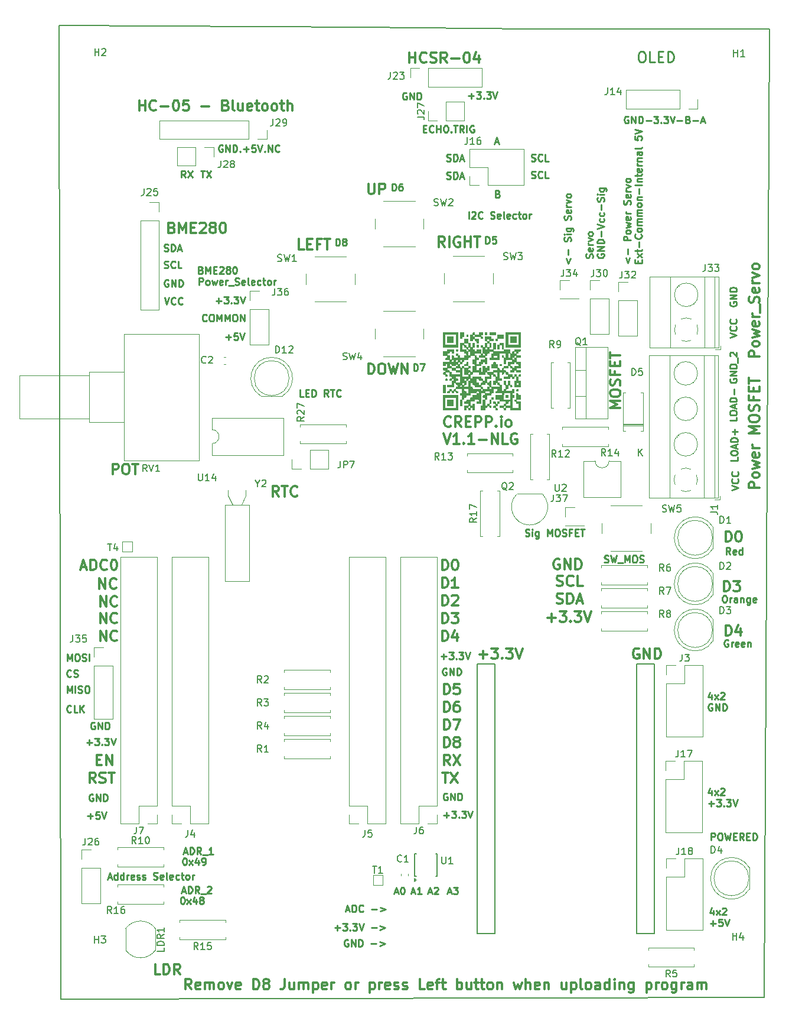
<source format=gbr>
%TF.GenerationSoftware,KiCad,Pcbnew,8.0.1*%
%TF.CreationDate,2024-10-06T19:08:46+02:00*%
%TF.ProjectId,CREPP.io,43524550-502e-4696-9f2e-6b696361645f,rev?*%
%TF.SameCoordinates,Original*%
%TF.FileFunction,Legend,Top*%
%TF.FilePolarity,Positive*%
%FSLAX46Y46*%
G04 Gerber Fmt 4.6, Leading zero omitted, Abs format (unit mm)*
G04 Created by KiCad (PCBNEW 8.0.1) date 2024-10-06 19:08:46*
%MOMM*%
%LPD*%
G01*
G04 APERTURE LIST*
%ADD10C,0.200000*%
%ADD11C,0.300000*%
%ADD12C,0.250000*%
%ADD13C,0.150000*%
%ADD14C,0.120000*%
%ADD15C,0.000000*%
%TA.AperFunction,Profile*%
%ADD16C,0.200000*%
%TD*%
G04 APERTURE END LIST*
D10*
X182158194Y-106426989D02*
X184698194Y-106426989D01*
X184698194Y-145034989D01*
X182158194Y-145034989D01*
X182158194Y-106426989D01*
X159298194Y-106426989D02*
X161838194Y-106426989D01*
X161838194Y-145034989D01*
X159298194Y-145034989D01*
X159298194Y-106426989D01*
D11*
X155528247Y-72377244D02*
X155456819Y-72448673D01*
X155456819Y-72448673D02*
X155242533Y-72520101D01*
X155242533Y-72520101D02*
X155099676Y-72520101D01*
X155099676Y-72520101D02*
X154885390Y-72448673D01*
X154885390Y-72448673D02*
X154742533Y-72305815D01*
X154742533Y-72305815D02*
X154671104Y-72162958D01*
X154671104Y-72162958D02*
X154599676Y-71877244D01*
X154599676Y-71877244D02*
X154599676Y-71662958D01*
X154599676Y-71662958D02*
X154671104Y-71377244D01*
X154671104Y-71377244D02*
X154742533Y-71234387D01*
X154742533Y-71234387D02*
X154885390Y-71091530D01*
X154885390Y-71091530D02*
X155099676Y-71020101D01*
X155099676Y-71020101D02*
X155242533Y-71020101D01*
X155242533Y-71020101D02*
X155456819Y-71091530D01*
X155456819Y-71091530D02*
X155528247Y-71162958D01*
X157028247Y-72520101D02*
X156528247Y-71805815D01*
X156171104Y-72520101D02*
X156171104Y-71020101D01*
X156171104Y-71020101D02*
X156742533Y-71020101D01*
X156742533Y-71020101D02*
X156885390Y-71091530D01*
X156885390Y-71091530D02*
X156956819Y-71162958D01*
X156956819Y-71162958D02*
X157028247Y-71305815D01*
X157028247Y-71305815D02*
X157028247Y-71520101D01*
X157028247Y-71520101D02*
X156956819Y-71662958D01*
X156956819Y-71662958D02*
X156885390Y-71734387D01*
X156885390Y-71734387D02*
X156742533Y-71805815D01*
X156742533Y-71805815D02*
X156171104Y-71805815D01*
X157671104Y-71734387D02*
X158171104Y-71734387D01*
X158385390Y-72520101D02*
X157671104Y-72520101D01*
X157671104Y-72520101D02*
X157671104Y-71020101D01*
X157671104Y-71020101D02*
X158385390Y-71020101D01*
X159028247Y-72520101D02*
X159028247Y-71020101D01*
X159028247Y-71020101D02*
X159599676Y-71020101D01*
X159599676Y-71020101D02*
X159742533Y-71091530D01*
X159742533Y-71091530D02*
X159813962Y-71162958D01*
X159813962Y-71162958D02*
X159885390Y-71305815D01*
X159885390Y-71305815D02*
X159885390Y-71520101D01*
X159885390Y-71520101D02*
X159813962Y-71662958D01*
X159813962Y-71662958D02*
X159742533Y-71734387D01*
X159742533Y-71734387D02*
X159599676Y-71805815D01*
X159599676Y-71805815D02*
X159028247Y-71805815D01*
X160528247Y-72520101D02*
X160528247Y-71020101D01*
X160528247Y-71020101D02*
X161099676Y-71020101D01*
X161099676Y-71020101D02*
X161242533Y-71091530D01*
X161242533Y-71091530D02*
X161313962Y-71162958D01*
X161313962Y-71162958D02*
X161385390Y-71305815D01*
X161385390Y-71305815D02*
X161385390Y-71520101D01*
X161385390Y-71520101D02*
X161313962Y-71662958D01*
X161313962Y-71662958D02*
X161242533Y-71734387D01*
X161242533Y-71734387D02*
X161099676Y-71805815D01*
X161099676Y-71805815D02*
X160528247Y-71805815D01*
X162028247Y-72377244D02*
X162099676Y-72448673D01*
X162099676Y-72448673D02*
X162028247Y-72520101D01*
X162028247Y-72520101D02*
X161956819Y-72448673D01*
X161956819Y-72448673D02*
X162028247Y-72377244D01*
X162028247Y-72377244D02*
X162028247Y-72520101D01*
X162742533Y-72520101D02*
X162742533Y-71520101D01*
X162742533Y-71020101D02*
X162671105Y-71091530D01*
X162671105Y-71091530D02*
X162742533Y-71162958D01*
X162742533Y-71162958D02*
X162813962Y-71091530D01*
X162813962Y-71091530D02*
X162742533Y-71020101D01*
X162742533Y-71020101D02*
X162742533Y-71162958D01*
X163671105Y-72520101D02*
X163528248Y-72448673D01*
X163528248Y-72448673D02*
X163456819Y-72377244D01*
X163456819Y-72377244D02*
X163385391Y-72234387D01*
X163385391Y-72234387D02*
X163385391Y-71805815D01*
X163385391Y-71805815D02*
X163456819Y-71662958D01*
X163456819Y-71662958D02*
X163528248Y-71591530D01*
X163528248Y-71591530D02*
X163671105Y-71520101D01*
X163671105Y-71520101D02*
X163885391Y-71520101D01*
X163885391Y-71520101D02*
X164028248Y-71591530D01*
X164028248Y-71591530D02*
X164099677Y-71662958D01*
X164099677Y-71662958D02*
X164171105Y-71805815D01*
X164171105Y-71805815D02*
X164171105Y-72234387D01*
X164171105Y-72234387D02*
X164099677Y-72377244D01*
X164099677Y-72377244D02*
X164028248Y-72448673D01*
X164028248Y-72448673D02*
X163885391Y-72520101D01*
X163885391Y-72520101D02*
X163671105Y-72520101D01*
X154456819Y-73435017D02*
X154956819Y-74935017D01*
X154956819Y-74935017D02*
X155456819Y-73435017D01*
X156742533Y-74935017D02*
X155885390Y-74935017D01*
X156313961Y-74935017D02*
X156313961Y-73435017D01*
X156313961Y-73435017D02*
X156171104Y-73649303D01*
X156171104Y-73649303D02*
X156028247Y-73792160D01*
X156028247Y-73792160D02*
X155885390Y-73863589D01*
X157385389Y-74792160D02*
X157456818Y-74863589D01*
X157456818Y-74863589D02*
X157385389Y-74935017D01*
X157385389Y-74935017D02*
X157313961Y-74863589D01*
X157313961Y-74863589D02*
X157385389Y-74792160D01*
X157385389Y-74792160D02*
X157385389Y-74935017D01*
X158885390Y-74935017D02*
X158028247Y-74935017D01*
X158456818Y-74935017D02*
X158456818Y-73435017D01*
X158456818Y-73435017D02*
X158313961Y-73649303D01*
X158313961Y-73649303D02*
X158171104Y-73792160D01*
X158171104Y-73792160D02*
X158028247Y-73863589D01*
X159528246Y-74363589D02*
X160671104Y-74363589D01*
X161385389Y-74935017D02*
X161385389Y-73435017D01*
X161385389Y-73435017D02*
X162242532Y-74935017D01*
X162242532Y-74935017D02*
X162242532Y-73435017D01*
X163671104Y-74935017D02*
X162956818Y-74935017D01*
X162956818Y-74935017D02*
X162956818Y-73435017D01*
X164956819Y-73506446D02*
X164813962Y-73435017D01*
X164813962Y-73435017D02*
X164599676Y-73435017D01*
X164599676Y-73435017D02*
X164385390Y-73506446D01*
X164385390Y-73506446D02*
X164242533Y-73649303D01*
X164242533Y-73649303D02*
X164171104Y-73792160D01*
X164171104Y-73792160D02*
X164099676Y-74077874D01*
X164099676Y-74077874D02*
X164099676Y-74292160D01*
X164099676Y-74292160D02*
X164171104Y-74577874D01*
X164171104Y-74577874D02*
X164242533Y-74720731D01*
X164242533Y-74720731D02*
X164385390Y-74863589D01*
X164385390Y-74863589D02*
X164599676Y-74935017D01*
X164599676Y-74935017D02*
X164742533Y-74935017D01*
X164742533Y-74935017D02*
X164956819Y-74863589D01*
X164956819Y-74863589D02*
X165028247Y-74792160D01*
X165028247Y-74792160D02*
X165028247Y-74292160D01*
X165028247Y-74292160D02*
X164742533Y-74292160D01*
X154518704Y-118419817D02*
X154518704Y-116919817D01*
X154518704Y-116919817D02*
X154875847Y-116919817D01*
X154875847Y-116919817D02*
X155090133Y-116991246D01*
X155090133Y-116991246D02*
X155232990Y-117134103D01*
X155232990Y-117134103D02*
X155304419Y-117276960D01*
X155304419Y-117276960D02*
X155375847Y-117562674D01*
X155375847Y-117562674D02*
X155375847Y-117776960D01*
X155375847Y-117776960D02*
X155304419Y-118062674D01*
X155304419Y-118062674D02*
X155232990Y-118205531D01*
X155232990Y-118205531D02*
X155090133Y-118348389D01*
X155090133Y-118348389D02*
X154875847Y-118419817D01*
X154875847Y-118419817D02*
X154518704Y-118419817D01*
X156232990Y-117562674D02*
X156090133Y-117491246D01*
X156090133Y-117491246D02*
X156018704Y-117419817D01*
X156018704Y-117419817D02*
X155947276Y-117276960D01*
X155947276Y-117276960D02*
X155947276Y-117205531D01*
X155947276Y-117205531D02*
X156018704Y-117062674D01*
X156018704Y-117062674D02*
X156090133Y-116991246D01*
X156090133Y-116991246D02*
X156232990Y-116919817D01*
X156232990Y-116919817D02*
X156518704Y-116919817D01*
X156518704Y-116919817D02*
X156661562Y-116991246D01*
X156661562Y-116991246D02*
X156732990Y-117062674D01*
X156732990Y-117062674D02*
X156804419Y-117205531D01*
X156804419Y-117205531D02*
X156804419Y-117276960D01*
X156804419Y-117276960D02*
X156732990Y-117419817D01*
X156732990Y-117419817D02*
X156661562Y-117491246D01*
X156661562Y-117491246D02*
X156518704Y-117562674D01*
X156518704Y-117562674D02*
X156232990Y-117562674D01*
X156232990Y-117562674D02*
X156090133Y-117634103D01*
X156090133Y-117634103D02*
X156018704Y-117705531D01*
X156018704Y-117705531D02*
X155947276Y-117848389D01*
X155947276Y-117848389D02*
X155947276Y-118134103D01*
X155947276Y-118134103D02*
X156018704Y-118276960D01*
X156018704Y-118276960D02*
X156090133Y-118348389D01*
X156090133Y-118348389D02*
X156232990Y-118419817D01*
X156232990Y-118419817D02*
X156518704Y-118419817D01*
X156518704Y-118419817D02*
X156661562Y-118348389D01*
X156661562Y-118348389D02*
X156732990Y-118276960D01*
X156732990Y-118276960D02*
X156804419Y-118134103D01*
X156804419Y-118134103D02*
X156804419Y-117848389D01*
X156804419Y-117848389D02*
X156732990Y-117705531D01*
X156732990Y-117705531D02*
X156661562Y-117634103D01*
X156661562Y-117634103D02*
X156518704Y-117562674D01*
D12*
X120521190Y-57301369D02*
X120473571Y-57348989D01*
X120473571Y-57348989D02*
X120330714Y-57396608D01*
X120330714Y-57396608D02*
X120235476Y-57396608D01*
X120235476Y-57396608D02*
X120092619Y-57348989D01*
X120092619Y-57348989D02*
X119997381Y-57253750D01*
X119997381Y-57253750D02*
X119949762Y-57158512D01*
X119949762Y-57158512D02*
X119902143Y-56968036D01*
X119902143Y-56968036D02*
X119902143Y-56825179D01*
X119902143Y-56825179D02*
X119949762Y-56634703D01*
X119949762Y-56634703D02*
X119997381Y-56539465D01*
X119997381Y-56539465D02*
X120092619Y-56444227D01*
X120092619Y-56444227D02*
X120235476Y-56396608D01*
X120235476Y-56396608D02*
X120330714Y-56396608D01*
X120330714Y-56396608D02*
X120473571Y-56444227D01*
X120473571Y-56444227D02*
X120521190Y-56491846D01*
X121140238Y-56396608D02*
X121330714Y-56396608D01*
X121330714Y-56396608D02*
X121425952Y-56444227D01*
X121425952Y-56444227D02*
X121521190Y-56539465D01*
X121521190Y-56539465D02*
X121568809Y-56729941D01*
X121568809Y-56729941D02*
X121568809Y-57063274D01*
X121568809Y-57063274D02*
X121521190Y-57253750D01*
X121521190Y-57253750D02*
X121425952Y-57348989D01*
X121425952Y-57348989D02*
X121330714Y-57396608D01*
X121330714Y-57396608D02*
X121140238Y-57396608D01*
X121140238Y-57396608D02*
X121045000Y-57348989D01*
X121045000Y-57348989D02*
X120949762Y-57253750D01*
X120949762Y-57253750D02*
X120902143Y-57063274D01*
X120902143Y-57063274D02*
X120902143Y-56729941D01*
X120902143Y-56729941D02*
X120949762Y-56539465D01*
X120949762Y-56539465D02*
X121045000Y-56444227D01*
X121045000Y-56444227D02*
X121140238Y-56396608D01*
X121997381Y-57396608D02*
X121997381Y-56396608D01*
X121997381Y-56396608D02*
X122330714Y-57110893D01*
X122330714Y-57110893D02*
X122664047Y-56396608D01*
X122664047Y-56396608D02*
X122664047Y-57396608D01*
X123140238Y-57396608D02*
X123140238Y-56396608D01*
X123140238Y-56396608D02*
X123473571Y-57110893D01*
X123473571Y-57110893D02*
X123806904Y-56396608D01*
X123806904Y-56396608D02*
X123806904Y-57396608D01*
X124473571Y-56396608D02*
X124664047Y-56396608D01*
X124664047Y-56396608D02*
X124759285Y-56444227D01*
X124759285Y-56444227D02*
X124854523Y-56539465D01*
X124854523Y-56539465D02*
X124902142Y-56729941D01*
X124902142Y-56729941D02*
X124902142Y-57063274D01*
X124902142Y-57063274D02*
X124854523Y-57253750D01*
X124854523Y-57253750D02*
X124759285Y-57348989D01*
X124759285Y-57348989D02*
X124664047Y-57396608D01*
X124664047Y-57396608D02*
X124473571Y-57396608D01*
X124473571Y-57396608D02*
X124378333Y-57348989D01*
X124378333Y-57348989D02*
X124283095Y-57253750D01*
X124283095Y-57253750D02*
X124235476Y-57063274D01*
X124235476Y-57063274D02*
X124235476Y-56729941D01*
X124235476Y-56729941D02*
X124283095Y-56539465D01*
X124283095Y-56539465D02*
X124378333Y-56444227D01*
X124378333Y-56444227D02*
X124473571Y-56396608D01*
X125330714Y-57396608D02*
X125330714Y-56396608D01*
X125330714Y-56396608D02*
X125902142Y-57396608D01*
X125902142Y-57396608D02*
X125902142Y-56396608D01*
X121854762Y-54475655D02*
X122616667Y-54475655D01*
X122235714Y-54856608D02*
X122235714Y-54094703D01*
X122997619Y-53856608D02*
X123616666Y-53856608D01*
X123616666Y-53856608D02*
X123283333Y-54237560D01*
X123283333Y-54237560D02*
X123426190Y-54237560D01*
X123426190Y-54237560D02*
X123521428Y-54285179D01*
X123521428Y-54285179D02*
X123569047Y-54332798D01*
X123569047Y-54332798D02*
X123616666Y-54428036D01*
X123616666Y-54428036D02*
X123616666Y-54666131D01*
X123616666Y-54666131D02*
X123569047Y-54761369D01*
X123569047Y-54761369D02*
X123521428Y-54808989D01*
X123521428Y-54808989D02*
X123426190Y-54856608D01*
X123426190Y-54856608D02*
X123140476Y-54856608D01*
X123140476Y-54856608D02*
X123045238Y-54808989D01*
X123045238Y-54808989D02*
X122997619Y-54761369D01*
X124045238Y-54761369D02*
X124092857Y-54808989D01*
X124092857Y-54808989D02*
X124045238Y-54856608D01*
X124045238Y-54856608D02*
X123997619Y-54808989D01*
X123997619Y-54808989D02*
X124045238Y-54761369D01*
X124045238Y-54761369D02*
X124045238Y-54856608D01*
X124426190Y-53856608D02*
X125045237Y-53856608D01*
X125045237Y-53856608D02*
X124711904Y-54237560D01*
X124711904Y-54237560D02*
X124854761Y-54237560D01*
X124854761Y-54237560D02*
X124949999Y-54285179D01*
X124949999Y-54285179D02*
X124997618Y-54332798D01*
X124997618Y-54332798D02*
X125045237Y-54428036D01*
X125045237Y-54428036D02*
X125045237Y-54666131D01*
X125045237Y-54666131D02*
X124997618Y-54761369D01*
X124997618Y-54761369D02*
X124949999Y-54808989D01*
X124949999Y-54808989D02*
X124854761Y-54856608D01*
X124854761Y-54856608D02*
X124569047Y-54856608D01*
X124569047Y-54856608D02*
X124473809Y-54808989D01*
X124473809Y-54808989D02*
X124426190Y-54761369D01*
X125330952Y-53856608D02*
X125664285Y-54856608D01*
X125664285Y-54856608D02*
X125997618Y-53856608D01*
X195548432Y-65622611D02*
X195500813Y-65717849D01*
X195500813Y-65717849D02*
X195500813Y-65860706D01*
X195500813Y-65860706D02*
X195548432Y-66003563D01*
X195548432Y-66003563D02*
X195643670Y-66098801D01*
X195643670Y-66098801D02*
X195738908Y-66146420D01*
X195738908Y-66146420D02*
X195929384Y-66194039D01*
X195929384Y-66194039D02*
X196072241Y-66194039D01*
X196072241Y-66194039D02*
X196262717Y-66146420D01*
X196262717Y-66146420D02*
X196357955Y-66098801D01*
X196357955Y-66098801D02*
X196453194Y-66003563D01*
X196453194Y-66003563D02*
X196500813Y-65860706D01*
X196500813Y-65860706D02*
X196500813Y-65765468D01*
X196500813Y-65765468D02*
X196453194Y-65622611D01*
X196453194Y-65622611D02*
X196405574Y-65574992D01*
X196405574Y-65574992D02*
X196072241Y-65574992D01*
X196072241Y-65574992D02*
X196072241Y-65765468D01*
X196500813Y-65146420D02*
X195500813Y-65146420D01*
X195500813Y-65146420D02*
X196500813Y-64574992D01*
X196500813Y-64574992D02*
X195500813Y-64574992D01*
X196500813Y-64098801D02*
X195500813Y-64098801D01*
X195500813Y-64098801D02*
X195500813Y-63860706D01*
X195500813Y-63860706D02*
X195548432Y-63717849D01*
X195548432Y-63717849D02*
X195643670Y-63622611D01*
X195643670Y-63622611D02*
X195738908Y-63574992D01*
X195738908Y-63574992D02*
X195929384Y-63527373D01*
X195929384Y-63527373D02*
X196072241Y-63527373D01*
X196072241Y-63527373D02*
X196262717Y-63574992D01*
X196262717Y-63574992D02*
X196357955Y-63622611D01*
X196357955Y-63622611D02*
X196453194Y-63717849D01*
X196453194Y-63717849D02*
X196500813Y-63860706D01*
X196500813Y-63860706D02*
X196500813Y-64098801D01*
X196596051Y-63336897D02*
X196596051Y-62574992D01*
X195596051Y-62384515D02*
X195548432Y-62336896D01*
X195548432Y-62336896D02*
X195500813Y-62241658D01*
X195500813Y-62241658D02*
X195500813Y-62003563D01*
X195500813Y-62003563D02*
X195548432Y-61908325D01*
X195548432Y-61908325D02*
X195596051Y-61860706D01*
X195596051Y-61860706D02*
X195691289Y-61813087D01*
X195691289Y-61813087D02*
X195786527Y-61813087D01*
X195786527Y-61813087D02*
X195929384Y-61860706D01*
X195929384Y-61860706D02*
X196500813Y-62432134D01*
X196500813Y-62432134D02*
X196500813Y-61813087D01*
X122784971Y-32187227D02*
X122689733Y-32139608D01*
X122689733Y-32139608D02*
X122546876Y-32139608D01*
X122546876Y-32139608D02*
X122404019Y-32187227D01*
X122404019Y-32187227D02*
X122308781Y-32282465D01*
X122308781Y-32282465D02*
X122261162Y-32377703D01*
X122261162Y-32377703D02*
X122213543Y-32568179D01*
X122213543Y-32568179D02*
X122213543Y-32711036D01*
X122213543Y-32711036D02*
X122261162Y-32901512D01*
X122261162Y-32901512D02*
X122308781Y-32996750D01*
X122308781Y-32996750D02*
X122404019Y-33091989D01*
X122404019Y-33091989D02*
X122546876Y-33139608D01*
X122546876Y-33139608D02*
X122642114Y-33139608D01*
X122642114Y-33139608D02*
X122784971Y-33091989D01*
X122784971Y-33091989D02*
X122832590Y-33044369D01*
X122832590Y-33044369D02*
X122832590Y-32711036D01*
X122832590Y-32711036D02*
X122642114Y-32711036D01*
X123261162Y-33139608D02*
X123261162Y-32139608D01*
X123261162Y-32139608D02*
X123832590Y-33139608D01*
X123832590Y-33139608D02*
X123832590Y-32139608D01*
X124308781Y-33139608D02*
X124308781Y-32139608D01*
X124308781Y-32139608D02*
X124546876Y-32139608D01*
X124546876Y-32139608D02*
X124689733Y-32187227D01*
X124689733Y-32187227D02*
X124784971Y-32282465D01*
X124784971Y-32282465D02*
X124832590Y-32377703D01*
X124832590Y-32377703D02*
X124880209Y-32568179D01*
X124880209Y-32568179D02*
X124880209Y-32711036D01*
X124880209Y-32711036D02*
X124832590Y-32901512D01*
X124832590Y-32901512D02*
X124784971Y-32996750D01*
X124784971Y-32996750D02*
X124689733Y-33091989D01*
X124689733Y-33091989D02*
X124546876Y-33139608D01*
X124546876Y-33139608D02*
X124308781Y-33139608D01*
X125308781Y-33044369D02*
X125356400Y-33091989D01*
X125356400Y-33091989D02*
X125308781Y-33139608D01*
X125308781Y-33139608D02*
X125261162Y-33091989D01*
X125261162Y-33091989D02*
X125308781Y-33044369D01*
X125308781Y-33044369D02*
X125308781Y-33139608D01*
X125784971Y-32758655D02*
X126546876Y-32758655D01*
X126165923Y-33139608D02*
X126165923Y-32377703D01*
X127499256Y-32139608D02*
X127023066Y-32139608D01*
X127023066Y-32139608D02*
X126975447Y-32615798D01*
X126975447Y-32615798D02*
X127023066Y-32568179D01*
X127023066Y-32568179D02*
X127118304Y-32520560D01*
X127118304Y-32520560D02*
X127356399Y-32520560D01*
X127356399Y-32520560D02*
X127451637Y-32568179D01*
X127451637Y-32568179D02*
X127499256Y-32615798D01*
X127499256Y-32615798D02*
X127546875Y-32711036D01*
X127546875Y-32711036D02*
X127546875Y-32949131D01*
X127546875Y-32949131D02*
X127499256Y-33044369D01*
X127499256Y-33044369D02*
X127451637Y-33091989D01*
X127451637Y-33091989D02*
X127356399Y-33139608D01*
X127356399Y-33139608D02*
X127118304Y-33139608D01*
X127118304Y-33139608D02*
X127023066Y-33091989D01*
X127023066Y-33091989D02*
X126975447Y-33044369D01*
X127832590Y-32139608D02*
X128165923Y-33139608D01*
X128165923Y-33139608D02*
X128499256Y-32139608D01*
X128832590Y-33044369D02*
X128880209Y-33091989D01*
X128880209Y-33091989D02*
X128832590Y-33139608D01*
X128832590Y-33139608D02*
X128784971Y-33091989D01*
X128784971Y-33091989D02*
X128832590Y-33044369D01*
X128832590Y-33044369D02*
X128832590Y-33139608D01*
X129308780Y-33139608D02*
X129308780Y-32139608D01*
X129308780Y-32139608D02*
X129880208Y-33139608D01*
X129880208Y-33139608D02*
X129880208Y-32139608D01*
X130927827Y-33044369D02*
X130880208Y-33091989D01*
X130880208Y-33091989D02*
X130737351Y-33139608D01*
X130737351Y-33139608D02*
X130642113Y-33139608D01*
X130642113Y-33139608D02*
X130499256Y-33091989D01*
X130499256Y-33091989D02*
X130404018Y-32996750D01*
X130404018Y-32996750D02*
X130356399Y-32901512D01*
X130356399Y-32901512D02*
X130308780Y-32711036D01*
X130308780Y-32711036D02*
X130308780Y-32568179D01*
X130308780Y-32568179D02*
X130356399Y-32377703D01*
X130356399Y-32377703D02*
X130404018Y-32282465D01*
X130404018Y-32282465D02*
X130499256Y-32187227D01*
X130499256Y-32187227D02*
X130642113Y-32139608D01*
X130642113Y-32139608D02*
X130737351Y-32139608D01*
X130737351Y-32139608D02*
X130880208Y-32187227D01*
X130880208Y-32187227D02*
X130927827Y-32234846D01*
X101090190Y-113308369D02*
X101042571Y-113355989D01*
X101042571Y-113355989D02*
X100899714Y-113403608D01*
X100899714Y-113403608D02*
X100804476Y-113403608D01*
X100804476Y-113403608D02*
X100661619Y-113355989D01*
X100661619Y-113355989D02*
X100566381Y-113260750D01*
X100566381Y-113260750D02*
X100518762Y-113165512D01*
X100518762Y-113165512D02*
X100471143Y-112975036D01*
X100471143Y-112975036D02*
X100471143Y-112832179D01*
X100471143Y-112832179D02*
X100518762Y-112641703D01*
X100518762Y-112641703D02*
X100566381Y-112546465D01*
X100566381Y-112546465D02*
X100661619Y-112451227D01*
X100661619Y-112451227D02*
X100804476Y-112403608D01*
X100804476Y-112403608D02*
X100899714Y-112403608D01*
X100899714Y-112403608D02*
X101042571Y-112451227D01*
X101042571Y-112451227D02*
X101090190Y-112498846D01*
X101994952Y-113403608D02*
X101518762Y-113403608D01*
X101518762Y-113403608D02*
X101518762Y-112403608D01*
X102328286Y-113403608D02*
X102328286Y-112403608D01*
X102899714Y-113403608D02*
X102471143Y-112832179D01*
X102899714Y-112403608D02*
X102328286Y-112975036D01*
X192847762Y-131691608D02*
X192847762Y-130691608D01*
X192847762Y-130691608D02*
X193228714Y-130691608D01*
X193228714Y-130691608D02*
X193323952Y-130739227D01*
X193323952Y-130739227D02*
X193371571Y-130786846D01*
X193371571Y-130786846D02*
X193419190Y-130882084D01*
X193419190Y-130882084D02*
X193419190Y-131024941D01*
X193419190Y-131024941D02*
X193371571Y-131120179D01*
X193371571Y-131120179D02*
X193323952Y-131167798D01*
X193323952Y-131167798D02*
X193228714Y-131215417D01*
X193228714Y-131215417D02*
X192847762Y-131215417D01*
X194038238Y-130691608D02*
X194228714Y-130691608D01*
X194228714Y-130691608D02*
X194323952Y-130739227D01*
X194323952Y-130739227D02*
X194419190Y-130834465D01*
X194419190Y-130834465D02*
X194466809Y-131024941D01*
X194466809Y-131024941D02*
X194466809Y-131358274D01*
X194466809Y-131358274D02*
X194419190Y-131548750D01*
X194419190Y-131548750D02*
X194323952Y-131643989D01*
X194323952Y-131643989D02*
X194228714Y-131691608D01*
X194228714Y-131691608D02*
X194038238Y-131691608D01*
X194038238Y-131691608D02*
X193943000Y-131643989D01*
X193943000Y-131643989D02*
X193847762Y-131548750D01*
X193847762Y-131548750D02*
X193800143Y-131358274D01*
X193800143Y-131358274D02*
X193800143Y-131024941D01*
X193800143Y-131024941D02*
X193847762Y-130834465D01*
X193847762Y-130834465D02*
X193943000Y-130739227D01*
X193943000Y-130739227D02*
X194038238Y-130691608D01*
X194800143Y-130691608D02*
X195038238Y-131691608D01*
X195038238Y-131691608D02*
X195228714Y-130977322D01*
X195228714Y-130977322D02*
X195419190Y-131691608D01*
X195419190Y-131691608D02*
X195657286Y-130691608D01*
X196038238Y-131167798D02*
X196371571Y-131167798D01*
X196514428Y-131691608D02*
X196038238Y-131691608D01*
X196038238Y-131691608D02*
X196038238Y-130691608D01*
X196038238Y-130691608D02*
X196514428Y-130691608D01*
X197514428Y-131691608D02*
X197181095Y-131215417D01*
X196943000Y-131691608D02*
X196943000Y-130691608D01*
X196943000Y-130691608D02*
X197323952Y-130691608D01*
X197323952Y-130691608D02*
X197419190Y-130739227D01*
X197419190Y-130739227D02*
X197466809Y-130786846D01*
X197466809Y-130786846D02*
X197514428Y-130882084D01*
X197514428Y-130882084D02*
X197514428Y-131024941D01*
X197514428Y-131024941D02*
X197466809Y-131120179D01*
X197466809Y-131120179D02*
X197419190Y-131167798D01*
X197419190Y-131167798D02*
X197323952Y-131215417D01*
X197323952Y-131215417D02*
X196943000Y-131215417D01*
X197943000Y-131167798D02*
X198276333Y-131167798D01*
X198419190Y-131691608D02*
X197943000Y-131691608D01*
X197943000Y-131691608D02*
X197943000Y-130691608D01*
X197943000Y-130691608D02*
X198419190Y-130691608D01*
X198847762Y-131691608D02*
X198847762Y-130691608D01*
X198847762Y-130691608D02*
X199085857Y-130691608D01*
X199085857Y-130691608D02*
X199228714Y-130739227D01*
X199228714Y-130739227D02*
X199323952Y-130834465D01*
X199323952Y-130834465D02*
X199371571Y-130929703D01*
X199371571Y-130929703D02*
X199419190Y-131120179D01*
X199419190Y-131120179D02*
X199419190Y-131263036D01*
X199419190Y-131263036D02*
X199371571Y-131453512D01*
X199371571Y-131453512D02*
X199323952Y-131548750D01*
X199323952Y-131548750D02*
X199228714Y-131643989D01*
X199228714Y-131643989D02*
X199085857Y-131691608D01*
X199085857Y-131691608D02*
X198847762Y-131691608D01*
X166206343Y-88108389D02*
X166349200Y-88156008D01*
X166349200Y-88156008D02*
X166587295Y-88156008D01*
X166587295Y-88156008D02*
X166682533Y-88108389D01*
X166682533Y-88108389D02*
X166730152Y-88060769D01*
X166730152Y-88060769D02*
X166777771Y-87965531D01*
X166777771Y-87965531D02*
X166777771Y-87870293D01*
X166777771Y-87870293D02*
X166730152Y-87775055D01*
X166730152Y-87775055D02*
X166682533Y-87727436D01*
X166682533Y-87727436D02*
X166587295Y-87679817D01*
X166587295Y-87679817D02*
X166396819Y-87632198D01*
X166396819Y-87632198D02*
X166301581Y-87584579D01*
X166301581Y-87584579D02*
X166253962Y-87536960D01*
X166253962Y-87536960D02*
X166206343Y-87441722D01*
X166206343Y-87441722D02*
X166206343Y-87346484D01*
X166206343Y-87346484D02*
X166253962Y-87251246D01*
X166253962Y-87251246D02*
X166301581Y-87203627D01*
X166301581Y-87203627D02*
X166396819Y-87156008D01*
X166396819Y-87156008D02*
X166634914Y-87156008D01*
X166634914Y-87156008D02*
X166777771Y-87203627D01*
X167206343Y-88156008D02*
X167206343Y-87489341D01*
X167206343Y-87156008D02*
X167158724Y-87203627D01*
X167158724Y-87203627D02*
X167206343Y-87251246D01*
X167206343Y-87251246D02*
X167253962Y-87203627D01*
X167253962Y-87203627D02*
X167206343Y-87156008D01*
X167206343Y-87156008D02*
X167206343Y-87251246D01*
X168111104Y-87489341D02*
X168111104Y-88298865D01*
X168111104Y-88298865D02*
X168063485Y-88394103D01*
X168063485Y-88394103D02*
X168015866Y-88441722D01*
X168015866Y-88441722D02*
X167920628Y-88489341D01*
X167920628Y-88489341D02*
X167777771Y-88489341D01*
X167777771Y-88489341D02*
X167682533Y-88441722D01*
X168111104Y-88108389D02*
X168015866Y-88156008D01*
X168015866Y-88156008D02*
X167825390Y-88156008D01*
X167825390Y-88156008D02*
X167730152Y-88108389D01*
X167730152Y-88108389D02*
X167682533Y-88060769D01*
X167682533Y-88060769D02*
X167634914Y-87965531D01*
X167634914Y-87965531D02*
X167634914Y-87679817D01*
X167634914Y-87679817D02*
X167682533Y-87584579D01*
X167682533Y-87584579D02*
X167730152Y-87536960D01*
X167730152Y-87536960D02*
X167825390Y-87489341D01*
X167825390Y-87489341D02*
X168015866Y-87489341D01*
X168015866Y-87489341D02*
X168111104Y-87536960D01*
X169349200Y-88156008D02*
X169349200Y-87156008D01*
X169349200Y-87156008D02*
X169682533Y-87870293D01*
X169682533Y-87870293D02*
X170015866Y-87156008D01*
X170015866Y-87156008D02*
X170015866Y-88156008D01*
X170682533Y-87156008D02*
X170873009Y-87156008D01*
X170873009Y-87156008D02*
X170968247Y-87203627D01*
X170968247Y-87203627D02*
X171063485Y-87298865D01*
X171063485Y-87298865D02*
X171111104Y-87489341D01*
X171111104Y-87489341D02*
X171111104Y-87822674D01*
X171111104Y-87822674D02*
X171063485Y-88013150D01*
X171063485Y-88013150D02*
X170968247Y-88108389D01*
X170968247Y-88108389D02*
X170873009Y-88156008D01*
X170873009Y-88156008D02*
X170682533Y-88156008D01*
X170682533Y-88156008D02*
X170587295Y-88108389D01*
X170587295Y-88108389D02*
X170492057Y-88013150D01*
X170492057Y-88013150D02*
X170444438Y-87822674D01*
X170444438Y-87822674D02*
X170444438Y-87489341D01*
X170444438Y-87489341D02*
X170492057Y-87298865D01*
X170492057Y-87298865D02*
X170587295Y-87203627D01*
X170587295Y-87203627D02*
X170682533Y-87156008D01*
X171492057Y-88108389D02*
X171634914Y-88156008D01*
X171634914Y-88156008D02*
X171873009Y-88156008D01*
X171873009Y-88156008D02*
X171968247Y-88108389D01*
X171968247Y-88108389D02*
X172015866Y-88060769D01*
X172015866Y-88060769D02*
X172063485Y-87965531D01*
X172063485Y-87965531D02*
X172063485Y-87870293D01*
X172063485Y-87870293D02*
X172015866Y-87775055D01*
X172015866Y-87775055D02*
X171968247Y-87727436D01*
X171968247Y-87727436D02*
X171873009Y-87679817D01*
X171873009Y-87679817D02*
X171682533Y-87632198D01*
X171682533Y-87632198D02*
X171587295Y-87584579D01*
X171587295Y-87584579D02*
X171539676Y-87536960D01*
X171539676Y-87536960D02*
X171492057Y-87441722D01*
X171492057Y-87441722D02*
X171492057Y-87346484D01*
X171492057Y-87346484D02*
X171539676Y-87251246D01*
X171539676Y-87251246D02*
X171587295Y-87203627D01*
X171587295Y-87203627D02*
X171682533Y-87156008D01*
X171682533Y-87156008D02*
X171920628Y-87156008D01*
X171920628Y-87156008D02*
X172063485Y-87203627D01*
X172825390Y-87632198D02*
X172492057Y-87632198D01*
X172492057Y-88156008D02*
X172492057Y-87156008D01*
X172492057Y-87156008D02*
X172968247Y-87156008D01*
X173349200Y-87632198D02*
X173682533Y-87632198D01*
X173825390Y-88156008D02*
X173349200Y-88156008D01*
X173349200Y-88156008D02*
X173349200Y-87156008D01*
X173349200Y-87156008D02*
X173825390Y-87156008D01*
X174111105Y-87156008D02*
X174682533Y-87156008D01*
X174396819Y-88156008D02*
X174396819Y-87156008D01*
X150201162Y-64483208D02*
X150201162Y-63483208D01*
X150201162Y-63483208D02*
X150439257Y-63483208D01*
X150439257Y-63483208D02*
X150582114Y-63530827D01*
X150582114Y-63530827D02*
X150677352Y-63626065D01*
X150677352Y-63626065D02*
X150724971Y-63721303D01*
X150724971Y-63721303D02*
X150772590Y-63911779D01*
X150772590Y-63911779D02*
X150772590Y-64054636D01*
X150772590Y-64054636D02*
X150724971Y-64245112D01*
X150724971Y-64245112D02*
X150677352Y-64340350D01*
X150677352Y-64340350D02*
X150582114Y-64435589D01*
X150582114Y-64435589D02*
X150439257Y-64483208D01*
X150439257Y-64483208D02*
X150201162Y-64483208D01*
X151105924Y-63483208D02*
X151772590Y-63483208D01*
X151772590Y-63483208D02*
X151344019Y-64483208D01*
D11*
X169403104Y-99865189D02*
X170545962Y-99865189D01*
X169974533Y-100436617D02*
X169974533Y-99293760D01*
X171117390Y-98936617D02*
X172045962Y-98936617D01*
X172045962Y-98936617D02*
X171545962Y-99508046D01*
X171545962Y-99508046D02*
X171760247Y-99508046D01*
X171760247Y-99508046D02*
X171903105Y-99579474D01*
X171903105Y-99579474D02*
X171974533Y-99650903D01*
X171974533Y-99650903D02*
X172045962Y-99793760D01*
X172045962Y-99793760D02*
X172045962Y-100150903D01*
X172045962Y-100150903D02*
X171974533Y-100293760D01*
X171974533Y-100293760D02*
X171903105Y-100365189D01*
X171903105Y-100365189D02*
X171760247Y-100436617D01*
X171760247Y-100436617D02*
X171331676Y-100436617D01*
X171331676Y-100436617D02*
X171188819Y-100365189D01*
X171188819Y-100365189D02*
X171117390Y-100293760D01*
X172688818Y-100293760D02*
X172760247Y-100365189D01*
X172760247Y-100365189D02*
X172688818Y-100436617D01*
X172688818Y-100436617D02*
X172617390Y-100365189D01*
X172617390Y-100365189D02*
X172688818Y-100293760D01*
X172688818Y-100293760D02*
X172688818Y-100436617D01*
X173260247Y-98936617D02*
X174188819Y-98936617D01*
X174188819Y-98936617D02*
X173688819Y-99508046D01*
X173688819Y-99508046D02*
X173903104Y-99508046D01*
X173903104Y-99508046D02*
X174045962Y-99579474D01*
X174045962Y-99579474D02*
X174117390Y-99650903D01*
X174117390Y-99650903D02*
X174188819Y-99793760D01*
X174188819Y-99793760D02*
X174188819Y-100150903D01*
X174188819Y-100150903D02*
X174117390Y-100293760D01*
X174117390Y-100293760D02*
X174045962Y-100365189D01*
X174045962Y-100365189D02*
X173903104Y-100436617D01*
X173903104Y-100436617D02*
X173474533Y-100436617D01*
X173474533Y-100436617D02*
X173331676Y-100365189D01*
X173331676Y-100365189D02*
X173260247Y-100293760D01*
X174617390Y-98936617D02*
X175117390Y-100436617D01*
X175117390Y-100436617D02*
X175617390Y-98936617D01*
D12*
X151572762Y-29821798D02*
X151906095Y-29821798D01*
X152048952Y-30345608D02*
X151572762Y-30345608D01*
X151572762Y-30345608D02*
X151572762Y-29345608D01*
X151572762Y-29345608D02*
X152048952Y-29345608D01*
X153048952Y-30250369D02*
X153001333Y-30297989D01*
X153001333Y-30297989D02*
X152858476Y-30345608D01*
X152858476Y-30345608D02*
X152763238Y-30345608D01*
X152763238Y-30345608D02*
X152620381Y-30297989D01*
X152620381Y-30297989D02*
X152525143Y-30202750D01*
X152525143Y-30202750D02*
X152477524Y-30107512D01*
X152477524Y-30107512D02*
X152429905Y-29917036D01*
X152429905Y-29917036D02*
X152429905Y-29774179D01*
X152429905Y-29774179D02*
X152477524Y-29583703D01*
X152477524Y-29583703D02*
X152525143Y-29488465D01*
X152525143Y-29488465D02*
X152620381Y-29393227D01*
X152620381Y-29393227D02*
X152763238Y-29345608D01*
X152763238Y-29345608D02*
X152858476Y-29345608D01*
X152858476Y-29345608D02*
X153001333Y-29393227D01*
X153001333Y-29393227D02*
X153048952Y-29440846D01*
X153477524Y-30345608D02*
X153477524Y-29345608D01*
X153477524Y-29821798D02*
X154048952Y-29821798D01*
X154048952Y-30345608D02*
X154048952Y-29345608D01*
X154715619Y-29345608D02*
X154906095Y-29345608D01*
X154906095Y-29345608D02*
X155001333Y-29393227D01*
X155001333Y-29393227D02*
X155096571Y-29488465D01*
X155096571Y-29488465D02*
X155144190Y-29678941D01*
X155144190Y-29678941D02*
X155144190Y-30012274D01*
X155144190Y-30012274D02*
X155096571Y-30202750D01*
X155096571Y-30202750D02*
X155001333Y-30297989D01*
X155001333Y-30297989D02*
X154906095Y-30345608D01*
X154906095Y-30345608D02*
X154715619Y-30345608D01*
X154715619Y-30345608D02*
X154620381Y-30297989D01*
X154620381Y-30297989D02*
X154525143Y-30202750D01*
X154525143Y-30202750D02*
X154477524Y-30012274D01*
X154477524Y-30012274D02*
X154477524Y-29678941D01*
X154477524Y-29678941D02*
X154525143Y-29488465D01*
X154525143Y-29488465D02*
X154620381Y-29393227D01*
X154620381Y-29393227D02*
X154715619Y-29345608D01*
X155572762Y-30250369D02*
X155620381Y-30297989D01*
X155620381Y-30297989D02*
X155572762Y-30345608D01*
X155572762Y-30345608D02*
X155525143Y-30297989D01*
X155525143Y-30297989D02*
X155572762Y-30250369D01*
X155572762Y-30250369D02*
X155572762Y-30345608D01*
X155906095Y-29345608D02*
X156477523Y-29345608D01*
X156191809Y-30345608D02*
X156191809Y-29345608D01*
X157382285Y-30345608D02*
X157048952Y-29869417D01*
X156810857Y-30345608D02*
X156810857Y-29345608D01*
X156810857Y-29345608D02*
X157191809Y-29345608D01*
X157191809Y-29345608D02*
X157287047Y-29393227D01*
X157287047Y-29393227D02*
X157334666Y-29440846D01*
X157334666Y-29440846D02*
X157382285Y-29536084D01*
X157382285Y-29536084D02*
X157382285Y-29678941D01*
X157382285Y-29678941D02*
X157334666Y-29774179D01*
X157334666Y-29774179D02*
X157287047Y-29821798D01*
X157287047Y-29821798D02*
X157191809Y-29869417D01*
X157191809Y-29869417D02*
X156810857Y-29869417D01*
X157810857Y-30345608D02*
X157810857Y-29345608D01*
X158810856Y-29393227D02*
X158715618Y-29345608D01*
X158715618Y-29345608D02*
X158572761Y-29345608D01*
X158572761Y-29345608D02*
X158429904Y-29393227D01*
X158429904Y-29393227D02*
X158334666Y-29488465D01*
X158334666Y-29488465D02*
X158287047Y-29583703D01*
X158287047Y-29583703D02*
X158239428Y-29774179D01*
X158239428Y-29774179D02*
X158239428Y-29917036D01*
X158239428Y-29917036D02*
X158287047Y-30107512D01*
X158287047Y-30107512D02*
X158334666Y-30202750D01*
X158334666Y-30202750D02*
X158429904Y-30297989D01*
X158429904Y-30297989D02*
X158572761Y-30345608D01*
X158572761Y-30345608D02*
X158667999Y-30345608D01*
X158667999Y-30345608D02*
X158810856Y-30297989D01*
X158810856Y-30297989D02*
X158858475Y-30250369D01*
X158858475Y-30250369D02*
X158858475Y-29917036D01*
X158858475Y-29917036D02*
X158667999Y-29917036D01*
D11*
X105242704Y-98226817D02*
X105242704Y-96726817D01*
X105242704Y-96726817D02*
X106099847Y-98226817D01*
X106099847Y-98226817D02*
X106099847Y-96726817D01*
X107671276Y-98083960D02*
X107599848Y-98155389D01*
X107599848Y-98155389D02*
X107385562Y-98226817D01*
X107385562Y-98226817D02*
X107242705Y-98226817D01*
X107242705Y-98226817D02*
X107028419Y-98155389D01*
X107028419Y-98155389D02*
X106885562Y-98012531D01*
X106885562Y-98012531D02*
X106814133Y-97869674D01*
X106814133Y-97869674D02*
X106742705Y-97583960D01*
X106742705Y-97583960D02*
X106742705Y-97369674D01*
X106742705Y-97369674D02*
X106814133Y-97083960D01*
X106814133Y-97083960D02*
X106885562Y-96941103D01*
X106885562Y-96941103D02*
X107028419Y-96798246D01*
X107028419Y-96798246D02*
X107242705Y-96726817D01*
X107242705Y-96726817D02*
X107385562Y-96726817D01*
X107385562Y-96726817D02*
X107599848Y-96798246D01*
X107599848Y-96798246D02*
X107671276Y-96869674D01*
D12*
X175844050Y-48312439D02*
X175891669Y-48169582D01*
X175891669Y-48169582D02*
X175891669Y-47931487D01*
X175891669Y-47931487D02*
X175844050Y-47836249D01*
X175844050Y-47836249D02*
X175796430Y-47788630D01*
X175796430Y-47788630D02*
X175701192Y-47741011D01*
X175701192Y-47741011D02*
X175605954Y-47741011D01*
X175605954Y-47741011D02*
X175510716Y-47788630D01*
X175510716Y-47788630D02*
X175463097Y-47836249D01*
X175463097Y-47836249D02*
X175415478Y-47931487D01*
X175415478Y-47931487D02*
X175367859Y-48121963D01*
X175367859Y-48121963D02*
X175320240Y-48217201D01*
X175320240Y-48217201D02*
X175272621Y-48264820D01*
X175272621Y-48264820D02*
X175177383Y-48312439D01*
X175177383Y-48312439D02*
X175082145Y-48312439D01*
X175082145Y-48312439D02*
X174986907Y-48264820D01*
X174986907Y-48264820D02*
X174939288Y-48217201D01*
X174939288Y-48217201D02*
X174891669Y-48121963D01*
X174891669Y-48121963D02*
X174891669Y-47883868D01*
X174891669Y-47883868D02*
X174939288Y-47741011D01*
X175844050Y-46931487D02*
X175891669Y-47026725D01*
X175891669Y-47026725D02*
X175891669Y-47217201D01*
X175891669Y-47217201D02*
X175844050Y-47312439D01*
X175844050Y-47312439D02*
X175748811Y-47360058D01*
X175748811Y-47360058D02*
X175367859Y-47360058D01*
X175367859Y-47360058D02*
X175272621Y-47312439D01*
X175272621Y-47312439D02*
X175225002Y-47217201D01*
X175225002Y-47217201D02*
X175225002Y-47026725D01*
X175225002Y-47026725D02*
X175272621Y-46931487D01*
X175272621Y-46931487D02*
X175367859Y-46883868D01*
X175367859Y-46883868D02*
X175463097Y-46883868D01*
X175463097Y-46883868D02*
X175558335Y-47360058D01*
X175891669Y-46455296D02*
X175225002Y-46455296D01*
X175415478Y-46455296D02*
X175320240Y-46407677D01*
X175320240Y-46407677D02*
X175272621Y-46360058D01*
X175272621Y-46360058D02*
X175225002Y-46264820D01*
X175225002Y-46264820D02*
X175225002Y-46169582D01*
X175225002Y-45931486D02*
X175891669Y-45693391D01*
X175891669Y-45693391D02*
X175225002Y-45455296D01*
X175891669Y-44931486D02*
X175844050Y-45026724D01*
X175844050Y-45026724D02*
X175796430Y-45074343D01*
X175796430Y-45074343D02*
X175701192Y-45121962D01*
X175701192Y-45121962D02*
X175415478Y-45121962D01*
X175415478Y-45121962D02*
X175320240Y-45074343D01*
X175320240Y-45074343D02*
X175272621Y-45026724D01*
X175272621Y-45026724D02*
X175225002Y-44931486D01*
X175225002Y-44931486D02*
X175225002Y-44788629D01*
X175225002Y-44788629D02*
X175272621Y-44693391D01*
X175272621Y-44693391D02*
X175320240Y-44645772D01*
X175320240Y-44645772D02*
X175415478Y-44598153D01*
X175415478Y-44598153D02*
X175701192Y-44598153D01*
X175701192Y-44598153D02*
X175796430Y-44645772D01*
X175796430Y-44645772D02*
X175844050Y-44693391D01*
X175844050Y-44693391D02*
X175891669Y-44788629D01*
X175891669Y-44788629D02*
X175891669Y-44931486D01*
X176549232Y-47741011D02*
X176501613Y-47836249D01*
X176501613Y-47836249D02*
X176501613Y-47979106D01*
X176501613Y-47979106D02*
X176549232Y-48121963D01*
X176549232Y-48121963D02*
X176644470Y-48217201D01*
X176644470Y-48217201D02*
X176739708Y-48264820D01*
X176739708Y-48264820D02*
X176930184Y-48312439D01*
X176930184Y-48312439D02*
X177073041Y-48312439D01*
X177073041Y-48312439D02*
X177263517Y-48264820D01*
X177263517Y-48264820D02*
X177358755Y-48217201D01*
X177358755Y-48217201D02*
X177453994Y-48121963D01*
X177453994Y-48121963D02*
X177501613Y-47979106D01*
X177501613Y-47979106D02*
X177501613Y-47883868D01*
X177501613Y-47883868D02*
X177453994Y-47741011D01*
X177453994Y-47741011D02*
X177406374Y-47693392D01*
X177406374Y-47693392D02*
X177073041Y-47693392D01*
X177073041Y-47693392D02*
X177073041Y-47883868D01*
X177501613Y-47264820D02*
X176501613Y-47264820D01*
X176501613Y-47264820D02*
X177501613Y-46693392D01*
X177501613Y-46693392D02*
X176501613Y-46693392D01*
X177501613Y-46217201D02*
X176501613Y-46217201D01*
X176501613Y-46217201D02*
X176501613Y-45979106D01*
X176501613Y-45979106D02*
X176549232Y-45836249D01*
X176549232Y-45836249D02*
X176644470Y-45741011D01*
X176644470Y-45741011D02*
X176739708Y-45693392D01*
X176739708Y-45693392D02*
X176930184Y-45645773D01*
X176930184Y-45645773D02*
X177073041Y-45645773D01*
X177073041Y-45645773D02*
X177263517Y-45693392D01*
X177263517Y-45693392D02*
X177358755Y-45741011D01*
X177358755Y-45741011D02*
X177453994Y-45836249D01*
X177453994Y-45836249D02*
X177501613Y-45979106D01*
X177501613Y-45979106D02*
X177501613Y-46217201D01*
X177120660Y-45217201D02*
X177120660Y-44455297D01*
X176501613Y-44121963D02*
X177501613Y-43788630D01*
X177501613Y-43788630D02*
X176501613Y-43455297D01*
X177453994Y-42693392D02*
X177501613Y-42788630D01*
X177501613Y-42788630D02*
X177501613Y-42979106D01*
X177501613Y-42979106D02*
X177453994Y-43074344D01*
X177453994Y-43074344D02*
X177406374Y-43121963D01*
X177406374Y-43121963D02*
X177311136Y-43169582D01*
X177311136Y-43169582D02*
X177025422Y-43169582D01*
X177025422Y-43169582D02*
X176930184Y-43121963D01*
X176930184Y-43121963D02*
X176882565Y-43074344D01*
X176882565Y-43074344D02*
X176834946Y-42979106D01*
X176834946Y-42979106D02*
X176834946Y-42788630D01*
X176834946Y-42788630D02*
X176882565Y-42693392D01*
X177453994Y-41836249D02*
X177501613Y-41931487D01*
X177501613Y-41931487D02*
X177501613Y-42121963D01*
X177501613Y-42121963D02*
X177453994Y-42217201D01*
X177453994Y-42217201D02*
X177406374Y-42264820D01*
X177406374Y-42264820D02*
X177311136Y-42312439D01*
X177311136Y-42312439D02*
X177025422Y-42312439D01*
X177025422Y-42312439D02*
X176930184Y-42264820D01*
X176930184Y-42264820D02*
X176882565Y-42217201D01*
X176882565Y-42217201D02*
X176834946Y-42121963D01*
X176834946Y-42121963D02*
X176834946Y-41931487D01*
X176834946Y-41931487D02*
X176882565Y-41836249D01*
X177120660Y-41407677D02*
X177120660Y-40645773D01*
X177453994Y-40217201D02*
X177501613Y-40074344D01*
X177501613Y-40074344D02*
X177501613Y-39836249D01*
X177501613Y-39836249D02*
X177453994Y-39741011D01*
X177453994Y-39741011D02*
X177406374Y-39693392D01*
X177406374Y-39693392D02*
X177311136Y-39645773D01*
X177311136Y-39645773D02*
X177215898Y-39645773D01*
X177215898Y-39645773D02*
X177120660Y-39693392D01*
X177120660Y-39693392D02*
X177073041Y-39741011D01*
X177073041Y-39741011D02*
X177025422Y-39836249D01*
X177025422Y-39836249D02*
X176977803Y-40026725D01*
X176977803Y-40026725D02*
X176930184Y-40121963D01*
X176930184Y-40121963D02*
X176882565Y-40169582D01*
X176882565Y-40169582D02*
X176787327Y-40217201D01*
X176787327Y-40217201D02*
X176692089Y-40217201D01*
X176692089Y-40217201D02*
X176596851Y-40169582D01*
X176596851Y-40169582D02*
X176549232Y-40121963D01*
X176549232Y-40121963D02*
X176501613Y-40026725D01*
X176501613Y-40026725D02*
X176501613Y-39788630D01*
X176501613Y-39788630D02*
X176549232Y-39645773D01*
X177501613Y-39217201D02*
X176834946Y-39217201D01*
X176501613Y-39217201D02*
X176549232Y-39264820D01*
X176549232Y-39264820D02*
X176596851Y-39217201D01*
X176596851Y-39217201D02*
X176549232Y-39169582D01*
X176549232Y-39169582D02*
X176501613Y-39217201D01*
X176501613Y-39217201D02*
X176596851Y-39217201D01*
X176834946Y-38312440D02*
X177644470Y-38312440D01*
X177644470Y-38312440D02*
X177739708Y-38360059D01*
X177739708Y-38360059D02*
X177787327Y-38407678D01*
X177787327Y-38407678D02*
X177834946Y-38502916D01*
X177834946Y-38502916D02*
X177834946Y-38645773D01*
X177834946Y-38645773D02*
X177787327Y-38741011D01*
X177453994Y-38312440D02*
X177501613Y-38407678D01*
X177501613Y-38407678D02*
X177501613Y-38598154D01*
X177501613Y-38598154D02*
X177453994Y-38693392D01*
X177453994Y-38693392D02*
X177406374Y-38741011D01*
X177406374Y-38741011D02*
X177311136Y-38788630D01*
X177311136Y-38788630D02*
X177025422Y-38788630D01*
X177025422Y-38788630D02*
X176930184Y-38741011D01*
X176930184Y-38741011D02*
X176882565Y-38693392D01*
X176882565Y-38693392D02*
X176834946Y-38598154D01*
X176834946Y-38598154D02*
X176834946Y-38407678D01*
X176834946Y-38407678D02*
X176882565Y-38312440D01*
D11*
X154518704Y-115879817D02*
X154518704Y-114379817D01*
X154518704Y-114379817D02*
X154875847Y-114379817D01*
X154875847Y-114379817D02*
X155090133Y-114451246D01*
X155090133Y-114451246D02*
X155232990Y-114594103D01*
X155232990Y-114594103D02*
X155304419Y-114736960D01*
X155304419Y-114736960D02*
X155375847Y-115022674D01*
X155375847Y-115022674D02*
X155375847Y-115236960D01*
X155375847Y-115236960D02*
X155304419Y-115522674D01*
X155304419Y-115522674D02*
X155232990Y-115665531D01*
X155232990Y-115665531D02*
X155090133Y-115808389D01*
X155090133Y-115808389D02*
X154875847Y-115879817D01*
X154875847Y-115879817D02*
X154518704Y-115879817D01*
X155875847Y-114379817D02*
X156875847Y-114379817D01*
X156875847Y-114379817D02*
X156232990Y-115879817D01*
X110830704Y-27233817D02*
X110830704Y-25733817D01*
X110830704Y-26448103D02*
X111687847Y-26448103D01*
X111687847Y-27233817D02*
X111687847Y-25733817D01*
X113259276Y-27090960D02*
X113187848Y-27162389D01*
X113187848Y-27162389D02*
X112973562Y-27233817D01*
X112973562Y-27233817D02*
X112830705Y-27233817D01*
X112830705Y-27233817D02*
X112616419Y-27162389D01*
X112616419Y-27162389D02*
X112473562Y-27019531D01*
X112473562Y-27019531D02*
X112402133Y-26876674D01*
X112402133Y-26876674D02*
X112330705Y-26590960D01*
X112330705Y-26590960D02*
X112330705Y-26376674D01*
X112330705Y-26376674D02*
X112402133Y-26090960D01*
X112402133Y-26090960D02*
X112473562Y-25948103D01*
X112473562Y-25948103D02*
X112616419Y-25805246D01*
X112616419Y-25805246D02*
X112830705Y-25733817D01*
X112830705Y-25733817D02*
X112973562Y-25733817D01*
X112973562Y-25733817D02*
X113187848Y-25805246D01*
X113187848Y-25805246D02*
X113259276Y-25876674D01*
X113902133Y-26662389D02*
X115044991Y-26662389D01*
X116044991Y-25733817D02*
X116187848Y-25733817D01*
X116187848Y-25733817D02*
X116330705Y-25805246D01*
X116330705Y-25805246D02*
X116402134Y-25876674D01*
X116402134Y-25876674D02*
X116473562Y-26019531D01*
X116473562Y-26019531D02*
X116544991Y-26305246D01*
X116544991Y-26305246D02*
X116544991Y-26662389D01*
X116544991Y-26662389D02*
X116473562Y-26948103D01*
X116473562Y-26948103D02*
X116402134Y-27090960D01*
X116402134Y-27090960D02*
X116330705Y-27162389D01*
X116330705Y-27162389D02*
X116187848Y-27233817D01*
X116187848Y-27233817D02*
X116044991Y-27233817D01*
X116044991Y-27233817D02*
X115902134Y-27162389D01*
X115902134Y-27162389D02*
X115830705Y-27090960D01*
X115830705Y-27090960D02*
X115759276Y-26948103D01*
X115759276Y-26948103D02*
X115687848Y-26662389D01*
X115687848Y-26662389D02*
X115687848Y-26305246D01*
X115687848Y-26305246D02*
X115759276Y-26019531D01*
X115759276Y-26019531D02*
X115830705Y-25876674D01*
X115830705Y-25876674D02*
X115902134Y-25805246D01*
X115902134Y-25805246D02*
X116044991Y-25733817D01*
X117902133Y-25733817D02*
X117187847Y-25733817D01*
X117187847Y-25733817D02*
X117116419Y-26448103D01*
X117116419Y-26448103D02*
X117187847Y-26376674D01*
X117187847Y-26376674D02*
X117330705Y-26305246D01*
X117330705Y-26305246D02*
X117687847Y-26305246D01*
X117687847Y-26305246D02*
X117830705Y-26376674D01*
X117830705Y-26376674D02*
X117902133Y-26448103D01*
X117902133Y-26448103D02*
X117973562Y-26590960D01*
X117973562Y-26590960D02*
X117973562Y-26948103D01*
X117973562Y-26948103D02*
X117902133Y-27090960D01*
X117902133Y-27090960D02*
X117830705Y-27162389D01*
X117830705Y-27162389D02*
X117687847Y-27233817D01*
X117687847Y-27233817D02*
X117330705Y-27233817D01*
X117330705Y-27233817D02*
X117187847Y-27162389D01*
X117187847Y-27162389D02*
X117116419Y-27090960D01*
X119759275Y-26662389D02*
X120902133Y-26662389D01*
X123259275Y-26448103D02*
X123473561Y-26519531D01*
X123473561Y-26519531D02*
X123544990Y-26590960D01*
X123544990Y-26590960D02*
X123616418Y-26733817D01*
X123616418Y-26733817D02*
X123616418Y-26948103D01*
X123616418Y-26948103D02*
X123544990Y-27090960D01*
X123544990Y-27090960D02*
X123473561Y-27162389D01*
X123473561Y-27162389D02*
X123330704Y-27233817D01*
X123330704Y-27233817D02*
X122759275Y-27233817D01*
X122759275Y-27233817D02*
X122759275Y-25733817D01*
X122759275Y-25733817D02*
X123259275Y-25733817D01*
X123259275Y-25733817D02*
X123402133Y-25805246D01*
X123402133Y-25805246D02*
X123473561Y-25876674D01*
X123473561Y-25876674D02*
X123544990Y-26019531D01*
X123544990Y-26019531D02*
X123544990Y-26162389D01*
X123544990Y-26162389D02*
X123473561Y-26305246D01*
X123473561Y-26305246D02*
X123402133Y-26376674D01*
X123402133Y-26376674D02*
X123259275Y-26448103D01*
X123259275Y-26448103D02*
X122759275Y-26448103D01*
X124473561Y-27233817D02*
X124330704Y-27162389D01*
X124330704Y-27162389D02*
X124259275Y-27019531D01*
X124259275Y-27019531D02*
X124259275Y-25733817D01*
X125687847Y-26233817D02*
X125687847Y-27233817D01*
X125044989Y-26233817D02*
X125044989Y-27019531D01*
X125044989Y-27019531D02*
X125116418Y-27162389D01*
X125116418Y-27162389D02*
X125259275Y-27233817D01*
X125259275Y-27233817D02*
X125473561Y-27233817D01*
X125473561Y-27233817D02*
X125616418Y-27162389D01*
X125616418Y-27162389D02*
X125687847Y-27090960D01*
X126973561Y-27162389D02*
X126830704Y-27233817D01*
X126830704Y-27233817D02*
X126544990Y-27233817D01*
X126544990Y-27233817D02*
X126402132Y-27162389D01*
X126402132Y-27162389D02*
X126330704Y-27019531D01*
X126330704Y-27019531D02*
X126330704Y-26448103D01*
X126330704Y-26448103D02*
X126402132Y-26305246D01*
X126402132Y-26305246D02*
X126544990Y-26233817D01*
X126544990Y-26233817D02*
X126830704Y-26233817D01*
X126830704Y-26233817D02*
X126973561Y-26305246D01*
X126973561Y-26305246D02*
X127044990Y-26448103D01*
X127044990Y-26448103D02*
X127044990Y-26590960D01*
X127044990Y-26590960D02*
X126330704Y-26733817D01*
X127473561Y-26233817D02*
X128044989Y-26233817D01*
X127687846Y-25733817D02*
X127687846Y-27019531D01*
X127687846Y-27019531D02*
X127759275Y-27162389D01*
X127759275Y-27162389D02*
X127902132Y-27233817D01*
X127902132Y-27233817D02*
X128044989Y-27233817D01*
X128759275Y-27233817D02*
X128616418Y-27162389D01*
X128616418Y-27162389D02*
X128544989Y-27090960D01*
X128544989Y-27090960D02*
X128473561Y-26948103D01*
X128473561Y-26948103D02*
X128473561Y-26519531D01*
X128473561Y-26519531D02*
X128544989Y-26376674D01*
X128544989Y-26376674D02*
X128616418Y-26305246D01*
X128616418Y-26305246D02*
X128759275Y-26233817D01*
X128759275Y-26233817D02*
X128973561Y-26233817D01*
X128973561Y-26233817D02*
X129116418Y-26305246D01*
X129116418Y-26305246D02*
X129187847Y-26376674D01*
X129187847Y-26376674D02*
X129259275Y-26519531D01*
X129259275Y-26519531D02*
X129259275Y-26948103D01*
X129259275Y-26948103D02*
X129187847Y-27090960D01*
X129187847Y-27090960D02*
X129116418Y-27162389D01*
X129116418Y-27162389D02*
X128973561Y-27233817D01*
X128973561Y-27233817D02*
X128759275Y-27233817D01*
X130116418Y-27233817D02*
X129973561Y-27162389D01*
X129973561Y-27162389D02*
X129902132Y-27090960D01*
X129902132Y-27090960D02*
X129830704Y-26948103D01*
X129830704Y-26948103D02*
X129830704Y-26519531D01*
X129830704Y-26519531D02*
X129902132Y-26376674D01*
X129902132Y-26376674D02*
X129973561Y-26305246D01*
X129973561Y-26305246D02*
X130116418Y-26233817D01*
X130116418Y-26233817D02*
X130330704Y-26233817D01*
X130330704Y-26233817D02*
X130473561Y-26305246D01*
X130473561Y-26305246D02*
X130544990Y-26376674D01*
X130544990Y-26376674D02*
X130616418Y-26519531D01*
X130616418Y-26519531D02*
X130616418Y-26948103D01*
X130616418Y-26948103D02*
X130544990Y-27090960D01*
X130544990Y-27090960D02*
X130473561Y-27162389D01*
X130473561Y-27162389D02*
X130330704Y-27233817D01*
X130330704Y-27233817D02*
X130116418Y-27233817D01*
X131044990Y-26233817D02*
X131616418Y-26233817D01*
X131259275Y-25733817D02*
X131259275Y-27019531D01*
X131259275Y-27019531D02*
X131330704Y-27162389D01*
X131330704Y-27162389D02*
X131473561Y-27233817D01*
X131473561Y-27233817D02*
X131616418Y-27233817D01*
X132116418Y-27233817D02*
X132116418Y-25733817D01*
X132759276Y-27233817D02*
X132759276Y-26448103D01*
X132759276Y-26448103D02*
X132687847Y-26305246D01*
X132687847Y-26305246D02*
X132544990Y-26233817D01*
X132544990Y-26233817D02*
X132330704Y-26233817D01*
X132330704Y-26233817D02*
X132187847Y-26305246D01*
X132187847Y-26305246D02*
X132116418Y-26376674D01*
D12*
X104217571Y-125151227D02*
X104122333Y-125103608D01*
X104122333Y-125103608D02*
X103979476Y-125103608D01*
X103979476Y-125103608D02*
X103836619Y-125151227D01*
X103836619Y-125151227D02*
X103741381Y-125246465D01*
X103741381Y-125246465D02*
X103693762Y-125341703D01*
X103693762Y-125341703D02*
X103646143Y-125532179D01*
X103646143Y-125532179D02*
X103646143Y-125675036D01*
X103646143Y-125675036D02*
X103693762Y-125865512D01*
X103693762Y-125865512D02*
X103741381Y-125960750D01*
X103741381Y-125960750D02*
X103836619Y-126055989D01*
X103836619Y-126055989D02*
X103979476Y-126103608D01*
X103979476Y-126103608D02*
X104074714Y-126103608D01*
X104074714Y-126103608D02*
X104217571Y-126055989D01*
X104217571Y-126055989D02*
X104265190Y-126008369D01*
X104265190Y-126008369D02*
X104265190Y-125675036D01*
X104265190Y-125675036D02*
X104074714Y-125675036D01*
X104693762Y-126103608D02*
X104693762Y-125103608D01*
X104693762Y-125103608D02*
X105265190Y-126103608D01*
X105265190Y-126103608D02*
X105265190Y-125103608D01*
X105741381Y-126103608D02*
X105741381Y-125103608D01*
X105741381Y-125103608D02*
X105979476Y-125103608D01*
X105979476Y-125103608D02*
X106122333Y-125151227D01*
X106122333Y-125151227D02*
X106217571Y-125246465D01*
X106217571Y-125246465D02*
X106265190Y-125341703D01*
X106265190Y-125341703D02*
X106312809Y-125532179D01*
X106312809Y-125532179D02*
X106312809Y-125675036D01*
X106312809Y-125675036D02*
X106265190Y-125865512D01*
X106265190Y-125865512D02*
X106217571Y-125960750D01*
X106217571Y-125960750D02*
X106122333Y-126055989D01*
X106122333Y-126055989D02*
X105979476Y-126103608D01*
X105979476Y-126103608D02*
X105741381Y-126103608D01*
X154493762Y-128135655D02*
X155255667Y-128135655D01*
X154874714Y-128516608D02*
X154874714Y-127754703D01*
X155636619Y-127516608D02*
X156255666Y-127516608D01*
X156255666Y-127516608D02*
X155922333Y-127897560D01*
X155922333Y-127897560D02*
X156065190Y-127897560D01*
X156065190Y-127897560D02*
X156160428Y-127945179D01*
X156160428Y-127945179D02*
X156208047Y-127992798D01*
X156208047Y-127992798D02*
X156255666Y-128088036D01*
X156255666Y-128088036D02*
X156255666Y-128326131D01*
X156255666Y-128326131D02*
X156208047Y-128421369D01*
X156208047Y-128421369D02*
X156160428Y-128468989D01*
X156160428Y-128468989D02*
X156065190Y-128516608D01*
X156065190Y-128516608D02*
X155779476Y-128516608D01*
X155779476Y-128516608D02*
X155684238Y-128468989D01*
X155684238Y-128468989D02*
X155636619Y-128421369D01*
X156684238Y-128421369D02*
X156731857Y-128468989D01*
X156731857Y-128468989D02*
X156684238Y-128516608D01*
X156684238Y-128516608D02*
X156636619Y-128468989D01*
X156636619Y-128468989D02*
X156684238Y-128421369D01*
X156684238Y-128421369D02*
X156684238Y-128516608D01*
X157065190Y-127516608D02*
X157684237Y-127516608D01*
X157684237Y-127516608D02*
X157350904Y-127897560D01*
X157350904Y-127897560D02*
X157493761Y-127897560D01*
X157493761Y-127897560D02*
X157588999Y-127945179D01*
X157588999Y-127945179D02*
X157636618Y-127992798D01*
X157636618Y-127992798D02*
X157684237Y-128088036D01*
X157684237Y-128088036D02*
X157684237Y-128326131D01*
X157684237Y-128326131D02*
X157636618Y-128421369D01*
X157636618Y-128421369D02*
X157588999Y-128468989D01*
X157588999Y-128468989D02*
X157493761Y-128516608D01*
X157493761Y-128516608D02*
X157208047Y-128516608D01*
X157208047Y-128516608D02*
X157112809Y-128468989D01*
X157112809Y-128468989D02*
X157065190Y-128421369D01*
X157969952Y-127516608D02*
X158303285Y-128516608D01*
X158303285Y-128516608D02*
X158636618Y-127516608D01*
D11*
X105115704Y-95686817D02*
X105115704Y-94186817D01*
X105115704Y-94186817D02*
X105972847Y-95686817D01*
X105972847Y-95686817D02*
X105972847Y-94186817D01*
X107544276Y-95543960D02*
X107472848Y-95615389D01*
X107472848Y-95615389D02*
X107258562Y-95686817D01*
X107258562Y-95686817D02*
X107115705Y-95686817D01*
X107115705Y-95686817D02*
X106901419Y-95615389D01*
X106901419Y-95615389D02*
X106758562Y-95472531D01*
X106758562Y-95472531D02*
X106687133Y-95329674D01*
X106687133Y-95329674D02*
X106615705Y-95043960D01*
X106615705Y-95043960D02*
X106615705Y-94829674D01*
X106615705Y-94829674D02*
X106687133Y-94543960D01*
X106687133Y-94543960D02*
X106758562Y-94401103D01*
X106758562Y-94401103D02*
X106901419Y-94258246D01*
X106901419Y-94258246D02*
X107115705Y-94186817D01*
X107115705Y-94186817D02*
X107258562Y-94186817D01*
X107258562Y-94186817D02*
X107472848Y-94258246D01*
X107472848Y-94258246D02*
X107544276Y-94329674D01*
X104575847Y-123499817D02*
X104075847Y-122785531D01*
X103718704Y-123499817D02*
X103718704Y-121999817D01*
X103718704Y-121999817D02*
X104290133Y-121999817D01*
X104290133Y-121999817D02*
X104432990Y-122071246D01*
X104432990Y-122071246D02*
X104504419Y-122142674D01*
X104504419Y-122142674D02*
X104575847Y-122285531D01*
X104575847Y-122285531D02*
X104575847Y-122499817D01*
X104575847Y-122499817D02*
X104504419Y-122642674D01*
X104504419Y-122642674D02*
X104432990Y-122714103D01*
X104432990Y-122714103D02*
X104290133Y-122785531D01*
X104290133Y-122785531D02*
X103718704Y-122785531D01*
X105147276Y-123428389D02*
X105361562Y-123499817D01*
X105361562Y-123499817D02*
X105718704Y-123499817D01*
X105718704Y-123499817D02*
X105861562Y-123428389D01*
X105861562Y-123428389D02*
X105932990Y-123356960D01*
X105932990Y-123356960D02*
X106004419Y-123214103D01*
X106004419Y-123214103D02*
X106004419Y-123071246D01*
X106004419Y-123071246D02*
X105932990Y-122928389D01*
X105932990Y-122928389D02*
X105861562Y-122856960D01*
X105861562Y-122856960D02*
X105718704Y-122785531D01*
X105718704Y-122785531D02*
X105432990Y-122714103D01*
X105432990Y-122714103D02*
X105290133Y-122642674D01*
X105290133Y-122642674D02*
X105218704Y-122571246D01*
X105218704Y-122571246D02*
X105147276Y-122428389D01*
X105147276Y-122428389D02*
X105147276Y-122285531D01*
X105147276Y-122285531D02*
X105218704Y-122142674D01*
X105218704Y-122142674D02*
X105290133Y-122071246D01*
X105290133Y-122071246D02*
X105432990Y-121999817D01*
X105432990Y-121999817D02*
X105790133Y-121999817D01*
X105790133Y-121999817D02*
X106004419Y-122071246D01*
X106432990Y-121999817D02*
X107290133Y-121999817D01*
X106861561Y-123499817D02*
X106861561Y-121999817D01*
D12*
X117235143Y-133437893D02*
X117711333Y-133437893D01*
X117139905Y-133723608D02*
X117473238Y-132723608D01*
X117473238Y-132723608D02*
X117806571Y-133723608D01*
X118139905Y-133723608D02*
X118139905Y-132723608D01*
X118139905Y-132723608D02*
X118378000Y-132723608D01*
X118378000Y-132723608D02*
X118520857Y-132771227D01*
X118520857Y-132771227D02*
X118616095Y-132866465D01*
X118616095Y-132866465D02*
X118663714Y-132961703D01*
X118663714Y-132961703D02*
X118711333Y-133152179D01*
X118711333Y-133152179D02*
X118711333Y-133295036D01*
X118711333Y-133295036D02*
X118663714Y-133485512D01*
X118663714Y-133485512D02*
X118616095Y-133580750D01*
X118616095Y-133580750D02*
X118520857Y-133675989D01*
X118520857Y-133675989D02*
X118378000Y-133723608D01*
X118378000Y-133723608D02*
X118139905Y-133723608D01*
X119711333Y-133723608D02*
X119378000Y-133247417D01*
X119139905Y-133723608D02*
X119139905Y-132723608D01*
X119139905Y-132723608D02*
X119520857Y-132723608D01*
X119520857Y-132723608D02*
X119616095Y-132771227D01*
X119616095Y-132771227D02*
X119663714Y-132818846D01*
X119663714Y-132818846D02*
X119711333Y-132914084D01*
X119711333Y-132914084D02*
X119711333Y-133056941D01*
X119711333Y-133056941D02*
X119663714Y-133152179D01*
X119663714Y-133152179D02*
X119616095Y-133199798D01*
X119616095Y-133199798D02*
X119520857Y-133247417D01*
X119520857Y-133247417D02*
X119139905Y-133247417D01*
X119901810Y-133818846D02*
X120663714Y-133818846D01*
X121425619Y-133723608D02*
X120854191Y-133723608D01*
X121139905Y-133723608D02*
X121139905Y-132723608D01*
X121139905Y-132723608D02*
X121044667Y-132866465D01*
X121044667Y-132866465D02*
X120949429Y-132961703D01*
X120949429Y-132961703D02*
X120854191Y-133009322D01*
X149175571Y-24694227D02*
X149080333Y-24646608D01*
X149080333Y-24646608D02*
X148937476Y-24646608D01*
X148937476Y-24646608D02*
X148794619Y-24694227D01*
X148794619Y-24694227D02*
X148699381Y-24789465D01*
X148699381Y-24789465D02*
X148651762Y-24884703D01*
X148651762Y-24884703D02*
X148604143Y-25075179D01*
X148604143Y-25075179D02*
X148604143Y-25218036D01*
X148604143Y-25218036D02*
X148651762Y-25408512D01*
X148651762Y-25408512D02*
X148699381Y-25503750D01*
X148699381Y-25503750D02*
X148794619Y-25598989D01*
X148794619Y-25598989D02*
X148937476Y-25646608D01*
X148937476Y-25646608D02*
X149032714Y-25646608D01*
X149032714Y-25646608D02*
X149175571Y-25598989D01*
X149175571Y-25598989D02*
X149223190Y-25551369D01*
X149223190Y-25551369D02*
X149223190Y-25218036D01*
X149223190Y-25218036D02*
X149032714Y-25218036D01*
X149651762Y-25646608D02*
X149651762Y-24646608D01*
X149651762Y-24646608D02*
X150223190Y-25646608D01*
X150223190Y-25646608D02*
X150223190Y-24646608D01*
X150699381Y-25646608D02*
X150699381Y-24646608D01*
X150699381Y-24646608D02*
X150937476Y-24646608D01*
X150937476Y-24646608D02*
X151080333Y-24694227D01*
X151080333Y-24694227D02*
X151175571Y-24789465D01*
X151175571Y-24789465D02*
X151223190Y-24884703D01*
X151223190Y-24884703D02*
X151270809Y-25075179D01*
X151270809Y-25075179D02*
X151270809Y-25218036D01*
X151270809Y-25218036D02*
X151223190Y-25408512D01*
X151223190Y-25408512D02*
X151175571Y-25503750D01*
X151175571Y-25503750D02*
X151080333Y-25598989D01*
X151080333Y-25598989D02*
X150937476Y-25646608D01*
X150937476Y-25646608D02*
X150699381Y-25646608D01*
D11*
X102504276Y-92591246D02*
X103218562Y-92591246D01*
X102361419Y-93019817D02*
X102861419Y-91519817D01*
X102861419Y-91519817D02*
X103361419Y-93019817D01*
X103861418Y-93019817D02*
X103861418Y-91519817D01*
X103861418Y-91519817D02*
X104218561Y-91519817D01*
X104218561Y-91519817D02*
X104432847Y-91591246D01*
X104432847Y-91591246D02*
X104575704Y-91734103D01*
X104575704Y-91734103D02*
X104647133Y-91876960D01*
X104647133Y-91876960D02*
X104718561Y-92162674D01*
X104718561Y-92162674D02*
X104718561Y-92376960D01*
X104718561Y-92376960D02*
X104647133Y-92662674D01*
X104647133Y-92662674D02*
X104575704Y-92805531D01*
X104575704Y-92805531D02*
X104432847Y-92948389D01*
X104432847Y-92948389D02*
X104218561Y-93019817D01*
X104218561Y-93019817D02*
X103861418Y-93019817D01*
X106218561Y-92876960D02*
X106147133Y-92948389D01*
X106147133Y-92948389D02*
X105932847Y-93019817D01*
X105932847Y-93019817D02*
X105789990Y-93019817D01*
X105789990Y-93019817D02*
X105575704Y-92948389D01*
X105575704Y-92948389D02*
X105432847Y-92805531D01*
X105432847Y-92805531D02*
X105361418Y-92662674D01*
X105361418Y-92662674D02*
X105289990Y-92376960D01*
X105289990Y-92376960D02*
X105289990Y-92162674D01*
X105289990Y-92162674D02*
X105361418Y-91876960D01*
X105361418Y-91876960D02*
X105432847Y-91734103D01*
X105432847Y-91734103D02*
X105575704Y-91591246D01*
X105575704Y-91591246D02*
X105789990Y-91519817D01*
X105789990Y-91519817D02*
X105932847Y-91519817D01*
X105932847Y-91519817D02*
X106147133Y-91591246D01*
X106147133Y-91591246D02*
X106218561Y-91662674D01*
X107147133Y-91519817D02*
X107289990Y-91519817D01*
X107289990Y-91519817D02*
X107432847Y-91591246D01*
X107432847Y-91591246D02*
X107504276Y-91662674D01*
X107504276Y-91662674D02*
X107575704Y-91805531D01*
X107575704Y-91805531D02*
X107647133Y-92091246D01*
X107647133Y-92091246D02*
X107647133Y-92448389D01*
X107647133Y-92448389D02*
X107575704Y-92734103D01*
X107575704Y-92734103D02*
X107504276Y-92876960D01*
X107504276Y-92876960D02*
X107432847Y-92948389D01*
X107432847Y-92948389D02*
X107289990Y-93019817D01*
X107289990Y-93019817D02*
X107147133Y-93019817D01*
X107147133Y-93019817D02*
X107004276Y-92948389D01*
X107004276Y-92948389D02*
X106932847Y-92876960D01*
X106932847Y-92876960D02*
X106861418Y-92734103D01*
X106861418Y-92734103D02*
X106789990Y-92448389D01*
X106789990Y-92448389D02*
X106789990Y-92091246D01*
X106789990Y-92091246D02*
X106861418Y-91805531D01*
X106861418Y-91805531D02*
X106932847Y-91662674D01*
X106932847Y-91662674D02*
X107004276Y-91591246D01*
X107004276Y-91591246D02*
X107147133Y-91519817D01*
D12*
X195578190Y-90797608D02*
X195244857Y-90321417D01*
X195006762Y-90797608D02*
X195006762Y-89797608D01*
X195006762Y-89797608D02*
X195387714Y-89797608D01*
X195387714Y-89797608D02*
X195482952Y-89845227D01*
X195482952Y-89845227D02*
X195530571Y-89892846D01*
X195530571Y-89892846D02*
X195578190Y-89988084D01*
X195578190Y-89988084D02*
X195578190Y-90130941D01*
X195578190Y-90130941D02*
X195530571Y-90226179D01*
X195530571Y-90226179D02*
X195482952Y-90273798D01*
X195482952Y-90273798D02*
X195387714Y-90321417D01*
X195387714Y-90321417D02*
X195006762Y-90321417D01*
X196387714Y-90749989D02*
X196292476Y-90797608D01*
X196292476Y-90797608D02*
X196102000Y-90797608D01*
X196102000Y-90797608D02*
X196006762Y-90749989D01*
X196006762Y-90749989D02*
X195959143Y-90654750D01*
X195959143Y-90654750D02*
X195959143Y-90273798D01*
X195959143Y-90273798D02*
X196006762Y-90178560D01*
X196006762Y-90178560D02*
X196102000Y-90130941D01*
X196102000Y-90130941D02*
X196292476Y-90130941D01*
X196292476Y-90130941D02*
X196387714Y-90178560D01*
X196387714Y-90178560D02*
X196435333Y-90273798D01*
X196435333Y-90273798D02*
X196435333Y-90369036D01*
X196435333Y-90369036D02*
X195959143Y-90464274D01*
X197292476Y-90797608D02*
X197292476Y-89797608D01*
X197292476Y-90749989D02*
X197197238Y-90797608D01*
X197197238Y-90797608D02*
X197006762Y-90797608D01*
X197006762Y-90797608D02*
X196911524Y-90749989D01*
X196911524Y-90749989D02*
X196863905Y-90702369D01*
X196863905Y-90702369D02*
X196816286Y-90607131D01*
X196816286Y-90607131D02*
X196816286Y-90321417D01*
X196816286Y-90321417D02*
X196863905Y-90226179D01*
X196863905Y-90226179D02*
X196911524Y-90178560D01*
X196911524Y-90178560D02*
X197006762Y-90130941D01*
X197006762Y-90130941D02*
X197197238Y-90130941D01*
X197197238Y-90130941D02*
X197292476Y-90178560D01*
X180950971Y-28072427D02*
X180855733Y-28024808D01*
X180855733Y-28024808D02*
X180712876Y-28024808D01*
X180712876Y-28024808D02*
X180570019Y-28072427D01*
X180570019Y-28072427D02*
X180474781Y-28167665D01*
X180474781Y-28167665D02*
X180427162Y-28262903D01*
X180427162Y-28262903D02*
X180379543Y-28453379D01*
X180379543Y-28453379D02*
X180379543Y-28596236D01*
X180379543Y-28596236D02*
X180427162Y-28786712D01*
X180427162Y-28786712D02*
X180474781Y-28881950D01*
X180474781Y-28881950D02*
X180570019Y-28977189D01*
X180570019Y-28977189D02*
X180712876Y-29024808D01*
X180712876Y-29024808D02*
X180808114Y-29024808D01*
X180808114Y-29024808D02*
X180950971Y-28977189D01*
X180950971Y-28977189D02*
X180998590Y-28929569D01*
X180998590Y-28929569D02*
X180998590Y-28596236D01*
X180998590Y-28596236D02*
X180808114Y-28596236D01*
X181427162Y-29024808D02*
X181427162Y-28024808D01*
X181427162Y-28024808D02*
X181998590Y-29024808D01*
X181998590Y-29024808D02*
X181998590Y-28024808D01*
X182474781Y-29024808D02*
X182474781Y-28024808D01*
X182474781Y-28024808D02*
X182712876Y-28024808D01*
X182712876Y-28024808D02*
X182855733Y-28072427D01*
X182855733Y-28072427D02*
X182950971Y-28167665D01*
X182950971Y-28167665D02*
X182998590Y-28262903D01*
X182998590Y-28262903D02*
X183046209Y-28453379D01*
X183046209Y-28453379D02*
X183046209Y-28596236D01*
X183046209Y-28596236D02*
X182998590Y-28786712D01*
X182998590Y-28786712D02*
X182950971Y-28881950D01*
X182950971Y-28881950D02*
X182855733Y-28977189D01*
X182855733Y-28977189D02*
X182712876Y-29024808D01*
X182712876Y-29024808D02*
X182474781Y-29024808D01*
X183474781Y-28643855D02*
X184236686Y-28643855D01*
X184617638Y-28024808D02*
X185236685Y-28024808D01*
X185236685Y-28024808D02*
X184903352Y-28405760D01*
X184903352Y-28405760D02*
X185046209Y-28405760D01*
X185046209Y-28405760D02*
X185141447Y-28453379D01*
X185141447Y-28453379D02*
X185189066Y-28500998D01*
X185189066Y-28500998D02*
X185236685Y-28596236D01*
X185236685Y-28596236D02*
X185236685Y-28834331D01*
X185236685Y-28834331D02*
X185189066Y-28929569D01*
X185189066Y-28929569D02*
X185141447Y-28977189D01*
X185141447Y-28977189D02*
X185046209Y-29024808D01*
X185046209Y-29024808D02*
X184760495Y-29024808D01*
X184760495Y-29024808D02*
X184665257Y-28977189D01*
X184665257Y-28977189D02*
X184617638Y-28929569D01*
X185665257Y-28929569D02*
X185712876Y-28977189D01*
X185712876Y-28977189D02*
X185665257Y-29024808D01*
X185665257Y-29024808D02*
X185617638Y-28977189D01*
X185617638Y-28977189D02*
X185665257Y-28929569D01*
X185665257Y-28929569D02*
X185665257Y-29024808D01*
X186046209Y-28024808D02*
X186665256Y-28024808D01*
X186665256Y-28024808D02*
X186331923Y-28405760D01*
X186331923Y-28405760D02*
X186474780Y-28405760D01*
X186474780Y-28405760D02*
X186570018Y-28453379D01*
X186570018Y-28453379D02*
X186617637Y-28500998D01*
X186617637Y-28500998D02*
X186665256Y-28596236D01*
X186665256Y-28596236D02*
X186665256Y-28834331D01*
X186665256Y-28834331D02*
X186617637Y-28929569D01*
X186617637Y-28929569D02*
X186570018Y-28977189D01*
X186570018Y-28977189D02*
X186474780Y-29024808D01*
X186474780Y-29024808D02*
X186189066Y-29024808D01*
X186189066Y-29024808D02*
X186093828Y-28977189D01*
X186093828Y-28977189D02*
X186046209Y-28929569D01*
X186950971Y-28024808D02*
X187284304Y-29024808D01*
X187284304Y-29024808D02*
X187617637Y-28024808D01*
X187950971Y-28643855D02*
X188712876Y-28643855D01*
X189522399Y-28500998D02*
X189665256Y-28548617D01*
X189665256Y-28548617D02*
X189712875Y-28596236D01*
X189712875Y-28596236D02*
X189760494Y-28691474D01*
X189760494Y-28691474D02*
X189760494Y-28834331D01*
X189760494Y-28834331D02*
X189712875Y-28929569D01*
X189712875Y-28929569D02*
X189665256Y-28977189D01*
X189665256Y-28977189D02*
X189570018Y-29024808D01*
X189570018Y-29024808D02*
X189189066Y-29024808D01*
X189189066Y-29024808D02*
X189189066Y-28024808D01*
X189189066Y-28024808D02*
X189522399Y-28024808D01*
X189522399Y-28024808D02*
X189617637Y-28072427D01*
X189617637Y-28072427D02*
X189665256Y-28120046D01*
X189665256Y-28120046D02*
X189712875Y-28215284D01*
X189712875Y-28215284D02*
X189712875Y-28310522D01*
X189712875Y-28310522D02*
X189665256Y-28405760D01*
X189665256Y-28405760D02*
X189617637Y-28453379D01*
X189617637Y-28453379D02*
X189522399Y-28500998D01*
X189522399Y-28500998D02*
X189189066Y-28500998D01*
X190189066Y-28643855D02*
X190950971Y-28643855D01*
X191379542Y-28739093D02*
X191855732Y-28739093D01*
X191284304Y-29024808D02*
X191617637Y-28024808D01*
X191617637Y-28024808D02*
X191950970Y-29024808D01*
D11*
X194650704Y-96067817D02*
X194650704Y-94567817D01*
X194650704Y-94567817D02*
X195007847Y-94567817D01*
X195007847Y-94567817D02*
X195222133Y-94639246D01*
X195222133Y-94639246D02*
X195364990Y-94782103D01*
X195364990Y-94782103D02*
X195436419Y-94924960D01*
X195436419Y-94924960D02*
X195507847Y-95210674D01*
X195507847Y-95210674D02*
X195507847Y-95424960D01*
X195507847Y-95424960D02*
X195436419Y-95710674D01*
X195436419Y-95710674D02*
X195364990Y-95853531D01*
X195364990Y-95853531D02*
X195222133Y-95996389D01*
X195222133Y-95996389D02*
X195007847Y-96067817D01*
X195007847Y-96067817D02*
X194650704Y-96067817D01*
X196007847Y-94567817D02*
X196936419Y-94567817D01*
X196936419Y-94567817D02*
X196436419Y-95139246D01*
X196436419Y-95139246D02*
X196650704Y-95139246D01*
X196650704Y-95139246D02*
X196793562Y-95210674D01*
X196793562Y-95210674D02*
X196864990Y-95282103D01*
X196864990Y-95282103D02*
X196936419Y-95424960D01*
X196936419Y-95424960D02*
X196936419Y-95782103D01*
X196936419Y-95782103D02*
X196864990Y-95924960D01*
X196864990Y-95924960D02*
X196793562Y-95996389D01*
X196793562Y-95996389D02*
X196650704Y-96067817D01*
X196650704Y-96067817D02*
X196222133Y-96067817D01*
X196222133Y-96067817D02*
X196079276Y-95996389D01*
X196079276Y-95996389D02*
X196007847Y-95924960D01*
D12*
X154890571Y-107117227D02*
X154795333Y-107069608D01*
X154795333Y-107069608D02*
X154652476Y-107069608D01*
X154652476Y-107069608D02*
X154509619Y-107117227D01*
X154509619Y-107117227D02*
X154414381Y-107212465D01*
X154414381Y-107212465D02*
X154366762Y-107307703D01*
X154366762Y-107307703D02*
X154319143Y-107498179D01*
X154319143Y-107498179D02*
X154319143Y-107641036D01*
X154319143Y-107641036D02*
X154366762Y-107831512D01*
X154366762Y-107831512D02*
X154414381Y-107926750D01*
X154414381Y-107926750D02*
X154509619Y-108021989D01*
X154509619Y-108021989D02*
X154652476Y-108069608D01*
X154652476Y-108069608D02*
X154747714Y-108069608D01*
X154747714Y-108069608D02*
X154890571Y-108021989D01*
X154890571Y-108021989D02*
X154938190Y-107974369D01*
X154938190Y-107974369D02*
X154938190Y-107641036D01*
X154938190Y-107641036D02*
X154747714Y-107641036D01*
X155366762Y-108069608D02*
X155366762Y-107069608D01*
X155366762Y-107069608D02*
X155938190Y-108069608D01*
X155938190Y-108069608D02*
X155938190Y-107069608D01*
X156414381Y-108069608D02*
X156414381Y-107069608D01*
X156414381Y-107069608D02*
X156652476Y-107069608D01*
X156652476Y-107069608D02*
X156795333Y-107117227D01*
X156795333Y-107117227D02*
X156890571Y-107212465D01*
X156890571Y-107212465D02*
X156938190Y-107307703D01*
X156938190Y-107307703D02*
X156985809Y-107498179D01*
X156985809Y-107498179D02*
X156985809Y-107641036D01*
X156985809Y-107641036D02*
X156938190Y-107831512D01*
X156938190Y-107831512D02*
X156890571Y-107926750D01*
X156890571Y-107926750D02*
X156795333Y-108021989D01*
X156795333Y-108021989D02*
X156652476Y-108069608D01*
X156652476Y-108069608D02*
X156414381Y-108069608D01*
X167069943Y-34412789D02*
X167212800Y-34460408D01*
X167212800Y-34460408D02*
X167450895Y-34460408D01*
X167450895Y-34460408D02*
X167546133Y-34412789D01*
X167546133Y-34412789D02*
X167593752Y-34365169D01*
X167593752Y-34365169D02*
X167641371Y-34269931D01*
X167641371Y-34269931D02*
X167641371Y-34174693D01*
X167641371Y-34174693D02*
X167593752Y-34079455D01*
X167593752Y-34079455D02*
X167546133Y-34031836D01*
X167546133Y-34031836D02*
X167450895Y-33984217D01*
X167450895Y-33984217D02*
X167260419Y-33936598D01*
X167260419Y-33936598D02*
X167165181Y-33888979D01*
X167165181Y-33888979D02*
X167117562Y-33841360D01*
X167117562Y-33841360D02*
X167069943Y-33746122D01*
X167069943Y-33746122D02*
X167069943Y-33650884D01*
X167069943Y-33650884D02*
X167117562Y-33555646D01*
X167117562Y-33555646D02*
X167165181Y-33508027D01*
X167165181Y-33508027D02*
X167260419Y-33460408D01*
X167260419Y-33460408D02*
X167498514Y-33460408D01*
X167498514Y-33460408D02*
X167641371Y-33508027D01*
X168641371Y-34365169D02*
X168593752Y-34412789D01*
X168593752Y-34412789D02*
X168450895Y-34460408D01*
X168450895Y-34460408D02*
X168355657Y-34460408D01*
X168355657Y-34460408D02*
X168212800Y-34412789D01*
X168212800Y-34412789D02*
X168117562Y-34317550D01*
X168117562Y-34317550D02*
X168069943Y-34222312D01*
X168069943Y-34222312D02*
X168022324Y-34031836D01*
X168022324Y-34031836D02*
X168022324Y-33888979D01*
X168022324Y-33888979D02*
X168069943Y-33698503D01*
X168069943Y-33698503D02*
X168117562Y-33603265D01*
X168117562Y-33603265D02*
X168212800Y-33508027D01*
X168212800Y-33508027D02*
X168355657Y-33460408D01*
X168355657Y-33460408D02*
X168450895Y-33460408D01*
X168450895Y-33460408D02*
X168593752Y-33508027D01*
X168593752Y-33508027D02*
X168641371Y-33555646D01*
X169546133Y-34460408D02*
X169069943Y-34460408D01*
X169069943Y-34460408D02*
X169069943Y-33460408D01*
X158049762Y-25138655D02*
X158811667Y-25138655D01*
X158430714Y-25519608D02*
X158430714Y-24757703D01*
X159192619Y-24519608D02*
X159811666Y-24519608D01*
X159811666Y-24519608D02*
X159478333Y-24900560D01*
X159478333Y-24900560D02*
X159621190Y-24900560D01*
X159621190Y-24900560D02*
X159716428Y-24948179D01*
X159716428Y-24948179D02*
X159764047Y-24995798D01*
X159764047Y-24995798D02*
X159811666Y-25091036D01*
X159811666Y-25091036D02*
X159811666Y-25329131D01*
X159811666Y-25329131D02*
X159764047Y-25424369D01*
X159764047Y-25424369D02*
X159716428Y-25471989D01*
X159716428Y-25471989D02*
X159621190Y-25519608D01*
X159621190Y-25519608D02*
X159335476Y-25519608D01*
X159335476Y-25519608D02*
X159240238Y-25471989D01*
X159240238Y-25471989D02*
X159192619Y-25424369D01*
X160240238Y-25424369D02*
X160287857Y-25471989D01*
X160287857Y-25471989D02*
X160240238Y-25519608D01*
X160240238Y-25519608D02*
X160192619Y-25471989D01*
X160192619Y-25471989D02*
X160240238Y-25424369D01*
X160240238Y-25424369D02*
X160240238Y-25519608D01*
X160621190Y-24519608D02*
X161240237Y-24519608D01*
X161240237Y-24519608D02*
X160906904Y-24900560D01*
X160906904Y-24900560D02*
X161049761Y-24900560D01*
X161049761Y-24900560D02*
X161144999Y-24948179D01*
X161144999Y-24948179D02*
X161192618Y-24995798D01*
X161192618Y-24995798D02*
X161240237Y-25091036D01*
X161240237Y-25091036D02*
X161240237Y-25329131D01*
X161240237Y-25329131D02*
X161192618Y-25424369D01*
X161192618Y-25424369D02*
X161144999Y-25471989D01*
X161144999Y-25471989D02*
X161049761Y-25519608D01*
X161049761Y-25519608D02*
X160764047Y-25519608D01*
X160764047Y-25519608D02*
X160668809Y-25471989D01*
X160668809Y-25471989D02*
X160621190Y-25424369D01*
X161525952Y-24519608D02*
X161859285Y-25519608D01*
X161859285Y-25519608D02*
X162192618Y-24519608D01*
X155017571Y-125024227D02*
X154922333Y-124976608D01*
X154922333Y-124976608D02*
X154779476Y-124976608D01*
X154779476Y-124976608D02*
X154636619Y-125024227D01*
X154636619Y-125024227D02*
X154541381Y-125119465D01*
X154541381Y-125119465D02*
X154493762Y-125214703D01*
X154493762Y-125214703D02*
X154446143Y-125405179D01*
X154446143Y-125405179D02*
X154446143Y-125548036D01*
X154446143Y-125548036D02*
X154493762Y-125738512D01*
X154493762Y-125738512D02*
X154541381Y-125833750D01*
X154541381Y-125833750D02*
X154636619Y-125928989D01*
X154636619Y-125928989D02*
X154779476Y-125976608D01*
X154779476Y-125976608D02*
X154874714Y-125976608D01*
X154874714Y-125976608D02*
X155017571Y-125928989D01*
X155017571Y-125928989D02*
X155065190Y-125881369D01*
X155065190Y-125881369D02*
X155065190Y-125548036D01*
X155065190Y-125548036D02*
X154874714Y-125548036D01*
X155493762Y-125976608D02*
X155493762Y-124976608D01*
X155493762Y-124976608D02*
X156065190Y-125976608D01*
X156065190Y-125976608D02*
X156065190Y-124976608D01*
X156541381Y-125976608D02*
X156541381Y-124976608D01*
X156541381Y-124976608D02*
X156779476Y-124976608D01*
X156779476Y-124976608D02*
X156922333Y-125024227D01*
X156922333Y-125024227D02*
X157017571Y-125119465D01*
X157017571Y-125119465D02*
X157065190Y-125214703D01*
X157065190Y-125214703D02*
X157112809Y-125405179D01*
X157112809Y-125405179D02*
X157112809Y-125548036D01*
X157112809Y-125548036D02*
X157065190Y-125738512D01*
X157065190Y-125738512D02*
X157017571Y-125833750D01*
X157017571Y-125833750D02*
X156922333Y-125928989D01*
X156922333Y-125928989D02*
X156779476Y-125976608D01*
X156779476Y-125976608D02*
X156541381Y-125976608D01*
X100518762Y-106037608D02*
X100518762Y-105037608D01*
X100518762Y-105037608D02*
X100852095Y-105751893D01*
X100852095Y-105751893D02*
X101185428Y-105037608D01*
X101185428Y-105037608D02*
X101185428Y-106037608D01*
X101852095Y-105037608D02*
X102042571Y-105037608D01*
X102042571Y-105037608D02*
X102137809Y-105085227D01*
X102137809Y-105085227D02*
X102233047Y-105180465D01*
X102233047Y-105180465D02*
X102280666Y-105370941D01*
X102280666Y-105370941D02*
X102280666Y-105704274D01*
X102280666Y-105704274D02*
X102233047Y-105894750D01*
X102233047Y-105894750D02*
X102137809Y-105989989D01*
X102137809Y-105989989D02*
X102042571Y-106037608D01*
X102042571Y-106037608D02*
X101852095Y-106037608D01*
X101852095Y-106037608D02*
X101756857Y-105989989D01*
X101756857Y-105989989D02*
X101661619Y-105894750D01*
X101661619Y-105894750D02*
X101614000Y-105704274D01*
X101614000Y-105704274D02*
X101614000Y-105370941D01*
X101614000Y-105370941D02*
X101661619Y-105180465D01*
X101661619Y-105180465D02*
X101756857Y-105085227D01*
X101756857Y-105085227D02*
X101852095Y-105037608D01*
X102661619Y-105989989D02*
X102804476Y-106037608D01*
X102804476Y-106037608D02*
X103042571Y-106037608D01*
X103042571Y-106037608D02*
X103137809Y-105989989D01*
X103137809Y-105989989D02*
X103185428Y-105942369D01*
X103185428Y-105942369D02*
X103233047Y-105847131D01*
X103233047Y-105847131D02*
X103233047Y-105751893D01*
X103233047Y-105751893D02*
X103185428Y-105656655D01*
X103185428Y-105656655D02*
X103137809Y-105609036D01*
X103137809Y-105609036D02*
X103042571Y-105561417D01*
X103042571Y-105561417D02*
X102852095Y-105513798D01*
X102852095Y-105513798D02*
X102756857Y-105466179D01*
X102756857Y-105466179D02*
X102709238Y-105418560D01*
X102709238Y-105418560D02*
X102661619Y-105323322D01*
X102661619Y-105323322D02*
X102661619Y-105228084D01*
X102661619Y-105228084D02*
X102709238Y-105132846D01*
X102709238Y-105132846D02*
X102756857Y-105085227D01*
X102756857Y-105085227D02*
X102852095Y-105037608D01*
X102852095Y-105037608D02*
X103090190Y-105037608D01*
X103090190Y-105037608D02*
X103233047Y-105085227D01*
X103661619Y-106037608D02*
X103661619Y-105037608D01*
X101090190Y-108228369D02*
X101042571Y-108275989D01*
X101042571Y-108275989D02*
X100899714Y-108323608D01*
X100899714Y-108323608D02*
X100804476Y-108323608D01*
X100804476Y-108323608D02*
X100661619Y-108275989D01*
X100661619Y-108275989D02*
X100566381Y-108180750D01*
X100566381Y-108180750D02*
X100518762Y-108085512D01*
X100518762Y-108085512D02*
X100471143Y-107895036D01*
X100471143Y-107895036D02*
X100471143Y-107752179D01*
X100471143Y-107752179D02*
X100518762Y-107561703D01*
X100518762Y-107561703D02*
X100566381Y-107466465D01*
X100566381Y-107466465D02*
X100661619Y-107371227D01*
X100661619Y-107371227D02*
X100804476Y-107323608D01*
X100804476Y-107323608D02*
X100899714Y-107323608D01*
X100899714Y-107323608D02*
X101042571Y-107371227D01*
X101042571Y-107371227D02*
X101090190Y-107418846D01*
X101471143Y-108275989D02*
X101614000Y-108323608D01*
X101614000Y-108323608D02*
X101852095Y-108323608D01*
X101852095Y-108323608D02*
X101947333Y-108275989D01*
X101947333Y-108275989D02*
X101994952Y-108228369D01*
X101994952Y-108228369D02*
X102042571Y-108133131D01*
X102042571Y-108133131D02*
X102042571Y-108037893D01*
X102042571Y-108037893D02*
X101994952Y-107942655D01*
X101994952Y-107942655D02*
X101947333Y-107895036D01*
X101947333Y-107895036D02*
X101852095Y-107847417D01*
X101852095Y-107847417D02*
X101661619Y-107799798D01*
X101661619Y-107799798D02*
X101566381Y-107752179D01*
X101566381Y-107752179D02*
X101518762Y-107704560D01*
X101518762Y-107704560D02*
X101471143Y-107609322D01*
X101471143Y-107609322D02*
X101471143Y-107514084D01*
X101471143Y-107514084D02*
X101518762Y-107418846D01*
X101518762Y-107418846D02*
X101566381Y-107371227D01*
X101566381Y-107371227D02*
X101661619Y-107323608D01*
X101661619Y-107323608D02*
X101899714Y-107323608D01*
X101899714Y-107323608D02*
X102042571Y-107371227D01*
X192895333Y-110872997D02*
X192895333Y-111539664D01*
X192657238Y-110492045D02*
X192419143Y-111206330D01*
X192419143Y-111206330D02*
X193038190Y-111206330D01*
X193323905Y-111539664D02*
X193847714Y-110872997D01*
X193323905Y-110872997D02*
X193847714Y-111539664D01*
X194181048Y-110634902D02*
X194228667Y-110587283D01*
X194228667Y-110587283D02*
X194323905Y-110539664D01*
X194323905Y-110539664D02*
X194562000Y-110539664D01*
X194562000Y-110539664D02*
X194657238Y-110587283D01*
X194657238Y-110587283D02*
X194704857Y-110634902D01*
X194704857Y-110634902D02*
X194752476Y-110730140D01*
X194752476Y-110730140D02*
X194752476Y-110825378D01*
X194752476Y-110825378D02*
X194704857Y-110968235D01*
X194704857Y-110968235D02*
X194133429Y-111539664D01*
X194133429Y-111539664D02*
X194752476Y-111539664D01*
X192990571Y-112197227D02*
X192895333Y-112149608D01*
X192895333Y-112149608D02*
X192752476Y-112149608D01*
X192752476Y-112149608D02*
X192609619Y-112197227D01*
X192609619Y-112197227D02*
X192514381Y-112292465D01*
X192514381Y-112292465D02*
X192466762Y-112387703D01*
X192466762Y-112387703D02*
X192419143Y-112578179D01*
X192419143Y-112578179D02*
X192419143Y-112721036D01*
X192419143Y-112721036D02*
X192466762Y-112911512D01*
X192466762Y-112911512D02*
X192514381Y-113006750D01*
X192514381Y-113006750D02*
X192609619Y-113101989D01*
X192609619Y-113101989D02*
X192752476Y-113149608D01*
X192752476Y-113149608D02*
X192847714Y-113149608D01*
X192847714Y-113149608D02*
X192990571Y-113101989D01*
X192990571Y-113101989D02*
X193038190Y-113054369D01*
X193038190Y-113054369D02*
X193038190Y-112721036D01*
X193038190Y-112721036D02*
X192847714Y-112721036D01*
X193466762Y-113149608D02*
X193466762Y-112149608D01*
X193466762Y-112149608D02*
X194038190Y-113149608D01*
X194038190Y-113149608D02*
X194038190Y-112149608D01*
X194514381Y-113149608D02*
X194514381Y-112149608D01*
X194514381Y-112149608D02*
X194752476Y-112149608D01*
X194752476Y-112149608D02*
X194895333Y-112197227D01*
X194895333Y-112197227D02*
X194990571Y-112292465D01*
X194990571Y-112292465D02*
X195038190Y-112387703D01*
X195038190Y-112387703D02*
X195085809Y-112578179D01*
X195085809Y-112578179D02*
X195085809Y-112721036D01*
X195085809Y-112721036D02*
X195038190Y-112911512D01*
X195038190Y-112911512D02*
X194990571Y-113006750D01*
X194990571Y-113006750D02*
X194895333Y-113101989D01*
X194895333Y-113101989D02*
X194752476Y-113149608D01*
X194752476Y-113149608D02*
X194514381Y-113149608D01*
D11*
X130864847Y-82478817D02*
X130364847Y-81764531D01*
X130007704Y-82478817D02*
X130007704Y-80978817D01*
X130007704Y-80978817D02*
X130579133Y-80978817D01*
X130579133Y-80978817D02*
X130721990Y-81050246D01*
X130721990Y-81050246D02*
X130793419Y-81121674D01*
X130793419Y-81121674D02*
X130864847Y-81264531D01*
X130864847Y-81264531D02*
X130864847Y-81478817D01*
X130864847Y-81478817D02*
X130793419Y-81621674D01*
X130793419Y-81621674D02*
X130721990Y-81693103D01*
X130721990Y-81693103D02*
X130579133Y-81764531D01*
X130579133Y-81764531D02*
X130007704Y-81764531D01*
X131293419Y-80978817D02*
X132150562Y-80978817D01*
X131721990Y-82478817D02*
X131721990Y-80978817D01*
X133507704Y-82335960D02*
X133436276Y-82407389D01*
X133436276Y-82407389D02*
X133221990Y-82478817D01*
X133221990Y-82478817D02*
X133079133Y-82478817D01*
X133079133Y-82478817D02*
X132864847Y-82407389D01*
X132864847Y-82407389D02*
X132721990Y-82264531D01*
X132721990Y-82264531D02*
X132650561Y-82121674D01*
X132650561Y-82121674D02*
X132579133Y-81835960D01*
X132579133Y-81835960D02*
X132579133Y-81621674D01*
X132579133Y-81621674D02*
X132650561Y-81335960D01*
X132650561Y-81335960D02*
X132721990Y-81193103D01*
X132721990Y-81193103D02*
X132864847Y-81050246D01*
X132864847Y-81050246D02*
X133079133Y-80978817D01*
X133079133Y-80978817D02*
X133221990Y-80978817D01*
X133221990Y-80978817D02*
X133436276Y-81050246D01*
X133436276Y-81050246D02*
X133507704Y-81121674D01*
D12*
X193149333Y-141733997D02*
X193149333Y-142400664D01*
X192911238Y-141353045D02*
X192673143Y-142067330D01*
X192673143Y-142067330D02*
X193292190Y-142067330D01*
X193577905Y-142400664D02*
X194101714Y-141733997D01*
X193577905Y-141733997D02*
X194101714Y-142400664D01*
X194435048Y-141495902D02*
X194482667Y-141448283D01*
X194482667Y-141448283D02*
X194577905Y-141400664D01*
X194577905Y-141400664D02*
X194816000Y-141400664D01*
X194816000Y-141400664D02*
X194911238Y-141448283D01*
X194911238Y-141448283D02*
X194958857Y-141495902D01*
X194958857Y-141495902D02*
X195006476Y-141591140D01*
X195006476Y-141591140D02*
X195006476Y-141686378D01*
X195006476Y-141686378D02*
X194958857Y-141829235D01*
X194958857Y-141829235D02*
X194387429Y-142400664D01*
X194387429Y-142400664D02*
X195006476Y-142400664D01*
X192720762Y-143629655D02*
X193482667Y-143629655D01*
X193101714Y-144010608D02*
X193101714Y-143248703D01*
X194435047Y-143010608D02*
X193958857Y-143010608D01*
X193958857Y-143010608D02*
X193911238Y-143486798D01*
X193911238Y-143486798D02*
X193958857Y-143439179D01*
X193958857Y-143439179D02*
X194054095Y-143391560D01*
X194054095Y-143391560D02*
X194292190Y-143391560D01*
X194292190Y-143391560D02*
X194387428Y-143439179D01*
X194387428Y-143439179D02*
X194435047Y-143486798D01*
X194435047Y-143486798D02*
X194482666Y-143582036D01*
X194482666Y-143582036D02*
X194482666Y-143820131D01*
X194482666Y-143820131D02*
X194435047Y-143915369D01*
X194435047Y-143915369D02*
X194387428Y-143962989D01*
X194387428Y-143962989D02*
X194292190Y-144010608D01*
X194292190Y-144010608D02*
X194054095Y-144010608D01*
X194054095Y-144010608D02*
X193958857Y-143962989D01*
X193958857Y-143962989D02*
X193911238Y-143915369D01*
X194768381Y-143010608D02*
X195101714Y-144010608D01*
X195101714Y-144010608D02*
X195435047Y-143010608D01*
X116981143Y-139025893D02*
X117457333Y-139025893D01*
X116885905Y-139311608D02*
X117219238Y-138311608D01*
X117219238Y-138311608D02*
X117552571Y-139311608D01*
X117885905Y-139311608D02*
X117885905Y-138311608D01*
X117885905Y-138311608D02*
X118124000Y-138311608D01*
X118124000Y-138311608D02*
X118266857Y-138359227D01*
X118266857Y-138359227D02*
X118362095Y-138454465D01*
X118362095Y-138454465D02*
X118409714Y-138549703D01*
X118409714Y-138549703D02*
X118457333Y-138740179D01*
X118457333Y-138740179D02*
X118457333Y-138883036D01*
X118457333Y-138883036D02*
X118409714Y-139073512D01*
X118409714Y-139073512D02*
X118362095Y-139168750D01*
X118362095Y-139168750D02*
X118266857Y-139263989D01*
X118266857Y-139263989D02*
X118124000Y-139311608D01*
X118124000Y-139311608D02*
X117885905Y-139311608D01*
X119457333Y-139311608D02*
X119124000Y-138835417D01*
X118885905Y-139311608D02*
X118885905Y-138311608D01*
X118885905Y-138311608D02*
X119266857Y-138311608D01*
X119266857Y-138311608D02*
X119362095Y-138359227D01*
X119362095Y-138359227D02*
X119409714Y-138406846D01*
X119409714Y-138406846D02*
X119457333Y-138502084D01*
X119457333Y-138502084D02*
X119457333Y-138644941D01*
X119457333Y-138644941D02*
X119409714Y-138740179D01*
X119409714Y-138740179D02*
X119362095Y-138787798D01*
X119362095Y-138787798D02*
X119266857Y-138835417D01*
X119266857Y-138835417D02*
X118885905Y-138835417D01*
X119647810Y-139406846D02*
X120409714Y-139406846D01*
X120600191Y-138406846D02*
X120647810Y-138359227D01*
X120647810Y-138359227D02*
X120743048Y-138311608D01*
X120743048Y-138311608D02*
X120981143Y-138311608D01*
X120981143Y-138311608D02*
X121076381Y-138359227D01*
X121076381Y-138359227D02*
X121124000Y-138406846D01*
X121124000Y-138406846D02*
X121171619Y-138502084D01*
X121171619Y-138502084D02*
X121171619Y-138597322D01*
X121171619Y-138597322D02*
X121124000Y-138740179D01*
X121124000Y-138740179D02*
X120552572Y-139311608D01*
X120552572Y-139311608D02*
X121171619Y-139311608D01*
X161888343Y-31736293D02*
X162364533Y-31736293D01*
X161793105Y-32022008D02*
X162126438Y-31022008D01*
X162126438Y-31022008D02*
X162459771Y-32022008D01*
X155081143Y-139152893D02*
X155557333Y-139152893D01*
X154985905Y-139438608D02*
X155319238Y-138438608D01*
X155319238Y-138438608D02*
X155652571Y-139438608D01*
X155890667Y-138438608D02*
X156509714Y-138438608D01*
X156509714Y-138438608D02*
X156176381Y-138819560D01*
X156176381Y-138819560D02*
X156319238Y-138819560D01*
X156319238Y-138819560D02*
X156414476Y-138867179D01*
X156414476Y-138867179D02*
X156462095Y-138914798D01*
X156462095Y-138914798D02*
X156509714Y-139010036D01*
X156509714Y-139010036D02*
X156509714Y-139248131D01*
X156509714Y-139248131D02*
X156462095Y-139343369D01*
X156462095Y-139343369D02*
X156414476Y-139390989D01*
X156414476Y-139390989D02*
X156319238Y-139438608D01*
X156319238Y-139438608D02*
X156033524Y-139438608D01*
X156033524Y-139438608D02*
X155938286Y-139390989D01*
X155938286Y-139390989D02*
X155890667Y-139343369D01*
D11*
X105242704Y-100639817D02*
X105242704Y-99139817D01*
X105242704Y-99139817D02*
X106099847Y-100639817D01*
X106099847Y-100639817D02*
X106099847Y-99139817D01*
X107671276Y-100496960D02*
X107599848Y-100568389D01*
X107599848Y-100568389D02*
X107385562Y-100639817D01*
X107385562Y-100639817D02*
X107242705Y-100639817D01*
X107242705Y-100639817D02*
X107028419Y-100568389D01*
X107028419Y-100568389D02*
X106885562Y-100425531D01*
X106885562Y-100425531D02*
X106814133Y-100282674D01*
X106814133Y-100282674D02*
X106742705Y-99996960D01*
X106742705Y-99996960D02*
X106742705Y-99782674D01*
X106742705Y-99782674D02*
X106814133Y-99496960D01*
X106814133Y-99496960D02*
X106885562Y-99354103D01*
X106885562Y-99354103D02*
X107028419Y-99211246D01*
X107028419Y-99211246D02*
X107242705Y-99139817D01*
X107242705Y-99139817D02*
X107385562Y-99139817D01*
X107385562Y-99139817D02*
X107599848Y-99211246D01*
X107599848Y-99211246D02*
X107671276Y-99282674D01*
D12*
X139025162Y-46550808D02*
X139025162Y-45550808D01*
X139025162Y-45550808D02*
X139263257Y-45550808D01*
X139263257Y-45550808D02*
X139406114Y-45598427D01*
X139406114Y-45598427D02*
X139501352Y-45693665D01*
X139501352Y-45693665D02*
X139548971Y-45788903D01*
X139548971Y-45788903D02*
X139596590Y-45979379D01*
X139596590Y-45979379D02*
X139596590Y-46122236D01*
X139596590Y-46122236D02*
X139548971Y-46312712D01*
X139548971Y-46312712D02*
X139501352Y-46407950D01*
X139501352Y-46407950D02*
X139406114Y-46503189D01*
X139406114Y-46503189D02*
X139263257Y-46550808D01*
X139263257Y-46550808D02*
X139025162Y-46550808D01*
X140168019Y-45979379D02*
X140072781Y-45931760D01*
X140072781Y-45931760D02*
X140025162Y-45884141D01*
X140025162Y-45884141D02*
X139977543Y-45788903D01*
X139977543Y-45788903D02*
X139977543Y-45741284D01*
X139977543Y-45741284D02*
X140025162Y-45646046D01*
X140025162Y-45646046D02*
X140072781Y-45598427D01*
X140072781Y-45598427D02*
X140168019Y-45550808D01*
X140168019Y-45550808D02*
X140358495Y-45550808D01*
X140358495Y-45550808D02*
X140453733Y-45598427D01*
X140453733Y-45598427D02*
X140501352Y-45646046D01*
X140501352Y-45646046D02*
X140548971Y-45741284D01*
X140548971Y-45741284D02*
X140548971Y-45788903D01*
X140548971Y-45788903D02*
X140501352Y-45884141D01*
X140501352Y-45884141D02*
X140453733Y-45931760D01*
X140453733Y-45931760D02*
X140358495Y-45979379D01*
X140358495Y-45979379D02*
X140168019Y-45979379D01*
X140168019Y-45979379D02*
X140072781Y-46026998D01*
X140072781Y-46026998D02*
X140025162Y-46074617D01*
X140025162Y-46074617D02*
X139977543Y-46169855D01*
X139977543Y-46169855D02*
X139977543Y-46360331D01*
X139977543Y-46360331D02*
X140025162Y-46455569D01*
X140025162Y-46455569D02*
X140072781Y-46503189D01*
X140072781Y-46503189D02*
X140168019Y-46550808D01*
X140168019Y-46550808D02*
X140358495Y-46550808D01*
X140358495Y-46550808D02*
X140453733Y-46503189D01*
X140453733Y-46503189D02*
X140501352Y-46455569D01*
X140501352Y-46455569D02*
X140548971Y-46360331D01*
X140548971Y-46360331D02*
X140548971Y-46169855D01*
X140548971Y-46169855D02*
X140501352Y-46074617D01*
X140501352Y-46074617D02*
X140453733Y-46026998D01*
X140453733Y-46026998D02*
X140358495Y-45979379D01*
X162269295Y-39118198D02*
X162412152Y-39165817D01*
X162412152Y-39165817D02*
X162459771Y-39213436D01*
X162459771Y-39213436D02*
X162507390Y-39308674D01*
X162507390Y-39308674D02*
X162507390Y-39451531D01*
X162507390Y-39451531D02*
X162459771Y-39546769D01*
X162459771Y-39546769D02*
X162412152Y-39594389D01*
X162412152Y-39594389D02*
X162316914Y-39642008D01*
X162316914Y-39642008D02*
X161935962Y-39642008D01*
X161935962Y-39642008D02*
X161935962Y-38642008D01*
X161935962Y-38642008D02*
X162269295Y-38642008D01*
X162269295Y-38642008D02*
X162364533Y-38689627D01*
X162364533Y-38689627D02*
X162412152Y-38737246D01*
X162412152Y-38737246D02*
X162459771Y-38832484D01*
X162459771Y-38832484D02*
X162459771Y-38927722D01*
X162459771Y-38927722D02*
X162412152Y-39022960D01*
X162412152Y-39022960D02*
X162364533Y-39070579D01*
X162364533Y-39070579D02*
X162269295Y-39118198D01*
X162269295Y-39118198D02*
X161935962Y-39118198D01*
D11*
X154304419Y-121999817D02*
X155161562Y-121999817D01*
X154732990Y-123499817D02*
X154732990Y-121999817D01*
X155518704Y-121999817D02*
X156518704Y-123499817D01*
X156518704Y-121999817D02*
X155518704Y-123499817D01*
X149591104Y-20375817D02*
X149591104Y-18875817D01*
X149591104Y-19590103D02*
X150448247Y-19590103D01*
X150448247Y-20375817D02*
X150448247Y-18875817D01*
X152019676Y-20232960D02*
X151948248Y-20304389D01*
X151948248Y-20304389D02*
X151733962Y-20375817D01*
X151733962Y-20375817D02*
X151591105Y-20375817D01*
X151591105Y-20375817D02*
X151376819Y-20304389D01*
X151376819Y-20304389D02*
X151233962Y-20161531D01*
X151233962Y-20161531D02*
X151162533Y-20018674D01*
X151162533Y-20018674D02*
X151091105Y-19732960D01*
X151091105Y-19732960D02*
X151091105Y-19518674D01*
X151091105Y-19518674D02*
X151162533Y-19232960D01*
X151162533Y-19232960D02*
X151233962Y-19090103D01*
X151233962Y-19090103D02*
X151376819Y-18947246D01*
X151376819Y-18947246D02*
X151591105Y-18875817D01*
X151591105Y-18875817D02*
X151733962Y-18875817D01*
X151733962Y-18875817D02*
X151948248Y-18947246D01*
X151948248Y-18947246D02*
X152019676Y-19018674D01*
X152591105Y-20304389D02*
X152805391Y-20375817D01*
X152805391Y-20375817D02*
X153162533Y-20375817D01*
X153162533Y-20375817D02*
X153305391Y-20304389D01*
X153305391Y-20304389D02*
X153376819Y-20232960D01*
X153376819Y-20232960D02*
X153448248Y-20090103D01*
X153448248Y-20090103D02*
X153448248Y-19947246D01*
X153448248Y-19947246D02*
X153376819Y-19804389D01*
X153376819Y-19804389D02*
X153305391Y-19732960D01*
X153305391Y-19732960D02*
X153162533Y-19661531D01*
X153162533Y-19661531D02*
X152876819Y-19590103D01*
X152876819Y-19590103D02*
X152733962Y-19518674D01*
X152733962Y-19518674D02*
X152662533Y-19447246D01*
X152662533Y-19447246D02*
X152591105Y-19304389D01*
X152591105Y-19304389D02*
X152591105Y-19161531D01*
X152591105Y-19161531D02*
X152662533Y-19018674D01*
X152662533Y-19018674D02*
X152733962Y-18947246D01*
X152733962Y-18947246D02*
X152876819Y-18875817D01*
X152876819Y-18875817D02*
X153233962Y-18875817D01*
X153233962Y-18875817D02*
X153448248Y-18947246D01*
X154948247Y-20375817D02*
X154448247Y-19661531D01*
X154091104Y-20375817D02*
X154091104Y-18875817D01*
X154091104Y-18875817D02*
X154662533Y-18875817D01*
X154662533Y-18875817D02*
X154805390Y-18947246D01*
X154805390Y-18947246D02*
X154876819Y-19018674D01*
X154876819Y-19018674D02*
X154948247Y-19161531D01*
X154948247Y-19161531D02*
X154948247Y-19375817D01*
X154948247Y-19375817D02*
X154876819Y-19518674D01*
X154876819Y-19518674D02*
X154805390Y-19590103D01*
X154805390Y-19590103D02*
X154662533Y-19661531D01*
X154662533Y-19661531D02*
X154091104Y-19661531D01*
X155591104Y-19804389D02*
X156733962Y-19804389D01*
X157733962Y-18875817D02*
X157876819Y-18875817D01*
X157876819Y-18875817D02*
X158019676Y-18947246D01*
X158019676Y-18947246D02*
X158091105Y-19018674D01*
X158091105Y-19018674D02*
X158162533Y-19161531D01*
X158162533Y-19161531D02*
X158233962Y-19447246D01*
X158233962Y-19447246D02*
X158233962Y-19804389D01*
X158233962Y-19804389D02*
X158162533Y-20090103D01*
X158162533Y-20090103D02*
X158091105Y-20232960D01*
X158091105Y-20232960D02*
X158019676Y-20304389D01*
X158019676Y-20304389D02*
X157876819Y-20375817D01*
X157876819Y-20375817D02*
X157733962Y-20375817D01*
X157733962Y-20375817D02*
X157591105Y-20304389D01*
X157591105Y-20304389D02*
X157519676Y-20232960D01*
X157519676Y-20232960D02*
X157448247Y-20090103D01*
X157448247Y-20090103D02*
X157376819Y-19804389D01*
X157376819Y-19804389D02*
X157376819Y-19447246D01*
X157376819Y-19447246D02*
X157448247Y-19161531D01*
X157448247Y-19161531D02*
X157519676Y-19018674D01*
X157519676Y-19018674D02*
X157591105Y-18947246D01*
X157591105Y-18947246D02*
X157733962Y-18875817D01*
X159519676Y-19375817D02*
X159519676Y-20375817D01*
X159162533Y-18804389D02*
X158805390Y-19875817D01*
X158805390Y-19875817D02*
X159733961Y-19875817D01*
D12*
X180609802Y-48264916D02*
X180895516Y-49026820D01*
X180895516Y-49026820D02*
X181181230Y-48264916D01*
X180895516Y-47788725D02*
X180895516Y-47026821D01*
X181276469Y-45788725D02*
X180276469Y-45788725D01*
X180276469Y-45788725D02*
X180276469Y-45407773D01*
X180276469Y-45407773D02*
X180324088Y-45312535D01*
X180324088Y-45312535D02*
X180371707Y-45264916D01*
X180371707Y-45264916D02*
X180466945Y-45217297D01*
X180466945Y-45217297D02*
X180609802Y-45217297D01*
X180609802Y-45217297D02*
X180705040Y-45264916D01*
X180705040Y-45264916D02*
X180752659Y-45312535D01*
X180752659Y-45312535D02*
X180800278Y-45407773D01*
X180800278Y-45407773D02*
X180800278Y-45788725D01*
X181276469Y-44645868D02*
X181228850Y-44741106D01*
X181228850Y-44741106D02*
X181181230Y-44788725D01*
X181181230Y-44788725D02*
X181085992Y-44836344D01*
X181085992Y-44836344D02*
X180800278Y-44836344D01*
X180800278Y-44836344D02*
X180705040Y-44788725D01*
X180705040Y-44788725D02*
X180657421Y-44741106D01*
X180657421Y-44741106D02*
X180609802Y-44645868D01*
X180609802Y-44645868D02*
X180609802Y-44503011D01*
X180609802Y-44503011D02*
X180657421Y-44407773D01*
X180657421Y-44407773D02*
X180705040Y-44360154D01*
X180705040Y-44360154D02*
X180800278Y-44312535D01*
X180800278Y-44312535D02*
X181085992Y-44312535D01*
X181085992Y-44312535D02*
X181181230Y-44360154D01*
X181181230Y-44360154D02*
X181228850Y-44407773D01*
X181228850Y-44407773D02*
X181276469Y-44503011D01*
X181276469Y-44503011D02*
X181276469Y-44645868D01*
X180609802Y-43979201D02*
X181276469Y-43788725D01*
X181276469Y-43788725D02*
X180800278Y-43598249D01*
X180800278Y-43598249D02*
X181276469Y-43407773D01*
X181276469Y-43407773D02*
X180609802Y-43217297D01*
X181228850Y-42455392D02*
X181276469Y-42550630D01*
X181276469Y-42550630D02*
X181276469Y-42741106D01*
X181276469Y-42741106D02*
X181228850Y-42836344D01*
X181228850Y-42836344D02*
X181133611Y-42883963D01*
X181133611Y-42883963D02*
X180752659Y-42883963D01*
X180752659Y-42883963D02*
X180657421Y-42836344D01*
X180657421Y-42836344D02*
X180609802Y-42741106D01*
X180609802Y-42741106D02*
X180609802Y-42550630D01*
X180609802Y-42550630D02*
X180657421Y-42455392D01*
X180657421Y-42455392D02*
X180752659Y-42407773D01*
X180752659Y-42407773D02*
X180847897Y-42407773D01*
X180847897Y-42407773D02*
X180943135Y-42883963D01*
X181276469Y-41979201D02*
X180609802Y-41979201D01*
X180800278Y-41979201D02*
X180705040Y-41931582D01*
X180705040Y-41931582D02*
X180657421Y-41883963D01*
X180657421Y-41883963D02*
X180609802Y-41788725D01*
X180609802Y-41788725D02*
X180609802Y-41693487D01*
X181228850Y-40645867D02*
X181276469Y-40503010D01*
X181276469Y-40503010D02*
X181276469Y-40264915D01*
X181276469Y-40264915D02*
X181228850Y-40169677D01*
X181228850Y-40169677D02*
X181181230Y-40122058D01*
X181181230Y-40122058D02*
X181085992Y-40074439D01*
X181085992Y-40074439D02*
X180990754Y-40074439D01*
X180990754Y-40074439D02*
X180895516Y-40122058D01*
X180895516Y-40122058D02*
X180847897Y-40169677D01*
X180847897Y-40169677D02*
X180800278Y-40264915D01*
X180800278Y-40264915D02*
X180752659Y-40455391D01*
X180752659Y-40455391D02*
X180705040Y-40550629D01*
X180705040Y-40550629D02*
X180657421Y-40598248D01*
X180657421Y-40598248D02*
X180562183Y-40645867D01*
X180562183Y-40645867D02*
X180466945Y-40645867D01*
X180466945Y-40645867D02*
X180371707Y-40598248D01*
X180371707Y-40598248D02*
X180324088Y-40550629D01*
X180324088Y-40550629D02*
X180276469Y-40455391D01*
X180276469Y-40455391D02*
X180276469Y-40217296D01*
X180276469Y-40217296D02*
X180324088Y-40074439D01*
X181228850Y-39264915D02*
X181276469Y-39360153D01*
X181276469Y-39360153D02*
X181276469Y-39550629D01*
X181276469Y-39550629D02*
X181228850Y-39645867D01*
X181228850Y-39645867D02*
X181133611Y-39693486D01*
X181133611Y-39693486D02*
X180752659Y-39693486D01*
X180752659Y-39693486D02*
X180657421Y-39645867D01*
X180657421Y-39645867D02*
X180609802Y-39550629D01*
X180609802Y-39550629D02*
X180609802Y-39360153D01*
X180609802Y-39360153D02*
X180657421Y-39264915D01*
X180657421Y-39264915D02*
X180752659Y-39217296D01*
X180752659Y-39217296D02*
X180847897Y-39217296D01*
X180847897Y-39217296D02*
X180943135Y-39693486D01*
X181276469Y-38788724D02*
X180609802Y-38788724D01*
X180800278Y-38788724D02*
X180705040Y-38741105D01*
X180705040Y-38741105D02*
X180657421Y-38693486D01*
X180657421Y-38693486D02*
X180609802Y-38598248D01*
X180609802Y-38598248D02*
X180609802Y-38503010D01*
X180609802Y-38264914D02*
X181276469Y-38026819D01*
X181276469Y-38026819D02*
X180609802Y-37788724D01*
X181276469Y-37264914D02*
X181228850Y-37360152D01*
X181228850Y-37360152D02*
X181181230Y-37407771D01*
X181181230Y-37407771D02*
X181085992Y-37455390D01*
X181085992Y-37455390D02*
X180800278Y-37455390D01*
X180800278Y-37455390D02*
X180705040Y-37407771D01*
X180705040Y-37407771D02*
X180657421Y-37360152D01*
X180657421Y-37360152D02*
X180609802Y-37264914D01*
X180609802Y-37264914D02*
X180609802Y-37122057D01*
X180609802Y-37122057D02*
X180657421Y-37026819D01*
X180657421Y-37026819D02*
X180705040Y-36979200D01*
X180705040Y-36979200D02*
X180800278Y-36931581D01*
X180800278Y-36931581D02*
X181085992Y-36931581D01*
X181085992Y-36931581D02*
X181181230Y-36979200D01*
X181181230Y-36979200D02*
X181228850Y-37026819D01*
X181228850Y-37026819D02*
X181276469Y-37122057D01*
X181276469Y-37122057D02*
X181276469Y-37264914D01*
X182362603Y-49026820D02*
X182362603Y-48693487D01*
X182886413Y-48550630D02*
X182886413Y-49026820D01*
X182886413Y-49026820D02*
X181886413Y-49026820D01*
X181886413Y-49026820D02*
X181886413Y-48550630D01*
X182886413Y-48217296D02*
X182219746Y-47693487D01*
X182219746Y-48217296D02*
X182886413Y-47693487D01*
X182219746Y-47455391D02*
X182219746Y-47074439D01*
X181886413Y-47312534D02*
X182743555Y-47312534D01*
X182743555Y-47312534D02*
X182838794Y-47264915D01*
X182838794Y-47264915D02*
X182886413Y-47169677D01*
X182886413Y-47169677D02*
X182886413Y-47074439D01*
X182505460Y-46741105D02*
X182505460Y-45979201D01*
X182791174Y-44931582D02*
X182838794Y-44979201D01*
X182838794Y-44979201D02*
X182886413Y-45122058D01*
X182886413Y-45122058D02*
X182886413Y-45217296D01*
X182886413Y-45217296D02*
X182838794Y-45360153D01*
X182838794Y-45360153D02*
X182743555Y-45455391D01*
X182743555Y-45455391D02*
X182648317Y-45503010D01*
X182648317Y-45503010D02*
X182457841Y-45550629D01*
X182457841Y-45550629D02*
X182314984Y-45550629D01*
X182314984Y-45550629D02*
X182124508Y-45503010D01*
X182124508Y-45503010D02*
X182029270Y-45455391D01*
X182029270Y-45455391D02*
X181934032Y-45360153D01*
X181934032Y-45360153D02*
X181886413Y-45217296D01*
X181886413Y-45217296D02*
X181886413Y-45122058D01*
X181886413Y-45122058D02*
X181934032Y-44979201D01*
X181934032Y-44979201D02*
X181981651Y-44931582D01*
X182886413Y-44360153D02*
X182838794Y-44455391D01*
X182838794Y-44455391D02*
X182791174Y-44503010D01*
X182791174Y-44503010D02*
X182695936Y-44550629D01*
X182695936Y-44550629D02*
X182410222Y-44550629D01*
X182410222Y-44550629D02*
X182314984Y-44503010D01*
X182314984Y-44503010D02*
X182267365Y-44455391D01*
X182267365Y-44455391D02*
X182219746Y-44360153D01*
X182219746Y-44360153D02*
X182219746Y-44217296D01*
X182219746Y-44217296D02*
X182267365Y-44122058D01*
X182267365Y-44122058D02*
X182314984Y-44074439D01*
X182314984Y-44074439D02*
X182410222Y-44026820D01*
X182410222Y-44026820D02*
X182695936Y-44026820D01*
X182695936Y-44026820D02*
X182791174Y-44074439D01*
X182791174Y-44074439D02*
X182838794Y-44122058D01*
X182838794Y-44122058D02*
X182886413Y-44217296D01*
X182886413Y-44217296D02*
X182886413Y-44360153D01*
X182886413Y-43598248D02*
X182219746Y-43598248D01*
X182314984Y-43598248D02*
X182267365Y-43550629D01*
X182267365Y-43550629D02*
X182219746Y-43455391D01*
X182219746Y-43455391D02*
X182219746Y-43312534D01*
X182219746Y-43312534D02*
X182267365Y-43217296D01*
X182267365Y-43217296D02*
X182362603Y-43169677D01*
X182362603Y-43169677D02*
X182886413Y-43169677D01*
X182362603Y-43169677D02*
X182267365Y-43122058D01*
X182267365Y-43122058D02*
X182219746Y-43026820D01*
X182219746Y-43026820D02*
X182219746Y-42883963D01*
X182219746Y-42883963D02*
X182267365Y-42788724D01*
X182267365Y-42788724D02*
X182362603Y-42741105D01*
X182362603Y-42741105D02*
X182886413Y-42741105D01*
X182886413Y-42264915D02*
X182219746Y-42264915D01*
X182314984Y-42264915D02*
X182267365Y-42217296D01*
X182267365Y-42217296D02*
X182219746Y-42122058D01*
X182219746Y-42122058D02*
X182219746Y-41979201D01*
X182219746Y-41979201D02*
X182267365Y-41883963D01*
X182267365Y-41883963D02*
X182362603Y-41836344D01*
X182362603Y-41836344D02*
X182886413Y-41836344D01*
X182362603Y-41836344D02*
X182267365Y-41788725D01*
X182267365Y-41788725D02*
X182219746Y-41693487D01*
X182219746Y-41693487D02*
X182219746Y-41550630D01*
X182219746Y-41550630D02*
X182267365Y-41455391D01*
X182267365Y-41455391D02*
X182362603Y-41407772D01*
X182362603Y-41407772D02*
X182886413Y-41407772D01*
X182886413Y-40788725D02*
X182838794Y-40883963D01*
X182838794Y-40883963D02*
X182791174Y-40931582D01*
X182791174Y-40931582D02*
X182695936Y-40979201D01*
X182695936Y-40979201D02*
X182410222Y-40979201D01*
X182410222Y-40979201D02*
X182314984Y-40931582D01*
X182314984Y-40931582D02*
X182267365Y-40883963D01*
X182267365Y-40883963D02*
X182219746Y-40788725D01*
X182219746Y-40788725D02*
X182219746Y-40645868D01*
X182219746Y-40645868D02*
X182267365Y-40550630D01*
X182267365Y-40550630D02*
X182314984Y-40503011D01*
X182314984Y-40503011D02*
X182410222Y-40455392D01*
X182410222Y-40455392D02*
X182695936Y-40455392D01*
X182695936Y-40455392D02*
X182791174Y-40503011D01*
X182791174Y-40503011D02*
X182838794Y-40550630D01*
X182838794Y-40550630D02*
X182886413Y-40645868D01*
X182886413Y-40645868D02*
X182886413Y-40788725D01*
X182219746Y-40026820D02*
X182886413Y-40026820D01*
X182314984Y-40026820D02*
X182267365Y-39979201D01*
X182267365Y-39979201D02*
X182219746Y-39883963D01*
X182219746Y-39883963D02*
X182219746Y-39741106D01*
X182219746Y-39741106D02*
X182267365Y-39645868D01*
X182267365Y-39645868D02*
X182362603Y-39598249D01*
X182362603Y-39598249D02*
X182886413Y-39598249D01*
X182505460Y-39122058D02*
X182505460Y-38360154D01*
X182886413Y-37883963D02*
X181886413Y-37883963D01*
X182219746Y-37407773D02*
X182886413Y-37407773D01*
X182314984Y-37407773D02*
X182267365Y-37360154D01*
X182267365Y-37360154D02*
X182219746Y-37264916D01*
X182219746Y-37264916D02*
X182219746Y-37122059D01*
X182219746Y-37122059D02*
X182267365Y-37026821D01*
X182267365Y-37026821D02*
X182362603Y-36979202D01*
X182362603Y-36979202D02*
X182886413Y-36979202D01*
X182219746Y-36645868D02*
X182219746Y-36264916D01*
X181886413Y-36503011D02*
X182743555Y-36503011D01*
X182743555Y-36503011D02*
X182838794Y-36455392D01*
X182838794Y-36455392D02*
X182886413Y-36360154D01*
X182886413Y-36360154D02*
X182886413Y-36264916D01*
X182838794Y-35550630D02*
X182886413Y-35645868D01*
X182886413Y-35645868D02*
X182886413Y-35836344D01*
X182886413Y-35836344D02*
X182838794Y-35931582D01*
X182838794Y-35931582D02*
X182743555Y-35979201D01*
X182743555Y-35979201D02*
X182362603Y-35979201D01*
X182362603Y-35979201D02*
X182267365Y-35931582D01*
X182267365Y-35931582D02*
X182219746Y-35836344D01*
X182219746Y-35836344D02*
X182219746Y-35645868D01*
X182219746Y-35645868D02*
X182267365Y-35550630D01*
X182267365Y-35550630D02*
X182362603Y-35503011D01*
X182362603Y-35503011D02*
X182457841Y-35503011D01*
X182457841Y-35503011D02*
X182553079Y-35979201D01*
X182886413Y-35074439D02*
X182219746Y-35074439D01*
X182410222Y-35074439D02*
X182314984Y-35026820D01*
X182314984Y-35026820D02*
X182267365Y-34979201D01*
X182267365Y-34979201D02*
X182219746Y-34883963D01*
X182219746Y-34883963D02*
X182219746Y-34788725D01*
X182219746Y-34455391D02*
X182886413Y-34455391D01*
X182314984Y-34455391D02*
X182267365Y-34407772D01*
X182267365Y-34407772D02*
X182219746Y-34312534D01*
X182219746Y-34312534D02*
X182219746Y-34169677D01*
X182219746Y-34169677D02*
X182267365Y-34074439D01*
X182267365Y-34074439D02*
X182362603Y-34026820D01*
X182362603Y-34026820D02*
X182886413Y-34026820D01*
X182886413Y-33122058D02*
X182362603Y-33122058D01*
X182362603Y-33122058D02*
X182267365Y-33169677D01*
X182267365Y-33169677D02*
X182219746Y-33264915D01*
X182219746Y-33264915D02*
X182219746Y-33455391D01*
X182219746Y-33455391D02*
X182267365Y-33550629D01*
X182838794Y-33122058D02*
X182886413Y-33217296D01*
X182886413Y-33217296D02*
X182886413Y-33455391D01*
X182886413Y-33455391D02*
X182838794Y-33550629D01*
X182838794Y-33550629D02*
X182743555Y-33598248D01*
X182743555Y-33598248D02*
X182648317Y-33598248D01*
X182648317Y-33598248D02*
X182553079Y-33550629D01*
X182553079Y-33550629D02*
X182505460Y-33455391D01*
X182505460Y-33455391D02*
X182505460Y-33217296D01*
X182505460Y-33217296D02*
X182457841Y-33122058D01*
X182886413Y-32503010D02*
X182838794Y-32598248D01*
X182838794Y-32598248D02*
X182743555Y-32645867D01*
X182743555Y-32645867D02*
X181886413Y-32645867D01*
X181886413Y-30883962D02*
X181886413Y-31360152D01*
X181886413Y-31360152D02*
X182362603Y-31407771D01*
X182362603Y-31407771D02*
X182314984Y-31360152D01*
X182314984Y-31360152D02*
X182267365Y-31264914D01*
X182267365Y-31264914D02*
X182267365Y-31026819D01*
X182267365Y-31026819D02*
X182314984Y-30931581D01*
X182314984Y-30931581D02*
X182362603Y-30883962D01*
X182362603Y-30883962D02*
X182457841Y-30836343D01*
X182457841Y-30836343D02*
X182695936Y-30836343D01*
X182695936Y-30836343D02*
X182791174Y-30883962D01*
X182791174Y-30883962D02*
X182838794Y-30931581D01*
X182838794Y-30931581D02*
X182886413Y-31026819D01*
X182886413Y-31026819D02*
X182886413Y-31264914D01*
X182886413Y-31264914D02*
X182838794Y-31360152D01*
X182838794Y-31360152D02*
X182791174Y-31407771D01*
X181886413Y-30550628D02*
X182886413Y-30217295D01*
X182886413Y-30217295D02*
X181886413Y-29883962D01*
X160513562Y-46246008D02*
X160513562Y-45246008D01*
X160513562Y-45246008D02*
X160751657Y-45246008D01*
X160751657Y-45246008D02*
X160894514Y-45293627D01*
X160894514Y-45293627D02*
X160989752Y-45388865D01*
X160989752Y-45388865D02*
X161037371Y-45484103D01*
X161037371Y-45484103D02*
X161084990Y-45674579D01*
X161084990Y-45674579D02*
X161084990Y-45817436D01*
X161084990Y-45817436D02*
X161037371Y-46007912D01*
X161037371Y-46007912D02*
X160989752Y-46103150D01*
X160989752Y-46103150D02*
X160894514Y-46198389D01*
X160894514Y-46198389D02*
X160751657Y-46246008D01*
X160751657Y-46246008D02*
X160513562Y-46246008D01*
X161989752Y-45246008D02*
X161513562Y-45246008D01*
X161513562Y-45246008D02*
X161465943Y-45722198D01*
X161465943Y-45722198D02*
X161513562Y-45674579D01*
X161513562Y-45674579D02*
X161608800Y-45626960D01*
X161608800Y-45626960D02*
X161846895Y-45626960D01*
X161846895Y-45626960D02*
X161942133Y-45674579D01*
X161942133Y-45674579D02*
X161989752Y-45722198D01*
X161989752Y-45722198D02*
X162037371Y-45817436D01*
X162037371Y-45817436D02*
X162037371Y-46055531D01*
X162037371Y-46055531D02*
X161989752Y-46150769D01*
X161989752Y-46150769D02*
X161942133Y-46198389D01*
X161942133Y-46198389D02*
X161846895Y-46246008D01*
X161846895Y-46246008D02*
X161608800Y-46246008D01*
X161608800Y-46246008D02*
X161513562Y-46198389D01*
X161513562Y-46198389D02*
X161465943Y-46150769D01*
D11*
X154264704Y-98099817D02*
X154264704Y-96599817D01*
X154264704Y-96599817D02*
X154621847Y-96599817D01*
X154621847Y-96599817D02*
X154836133Y-96671246D01*
X154836133Y-96671246D02*
X154978990Y-96814103D01*
X154978990Y-96814103D02*
X155050419Y-96956960D01*
X155050419Y-96956960D02*
X155121847Y-97242674D01*
X155121847Y-97242674D02*
X155121847Y-97456960D01*
X155121847Y-97456960D02*
X155050419Y-97742674D01*
X155050419Y-97742674D02*
X154978990Y-97885531D01*
X154978990Y-97885531D02*
X154836133Y-98028389D01*
X154836133Y-98028389D02*
X154621847Y-98099817D01*
X154621847Y-98099817D02*
X154264704Y-98099817D01*
X155693276Y-96742674D02*
X155764704Y-96671246D01*
X155764704Y-96671246D02*
X155907562Y-96599817D01*
X155907562Y-96599817D02*
X156264704Y-96599817D01*
X156264704Y-96599817D02*
X156407562Y-96671246D01*
X156407562Y-96671246D02*
X156478990Y-96742674D01*
X156478990Y-96742674D02*
X156550419Y-96885531D01*
X156550419Y-96885531D02*
X156550419Y-97028389D01*
X156550419Y-97028389D02*
X156478990Y-97242674D01*
X156478990Y-97242674D02*
X155621847Y-98099817D01*
X155621847Y-98099817D02*
X156550419Y-98099817D01*
X154518704Y-113339817D02*
X154518704Y-111839817D01*
X154518704Y-111839817D02*
X154875847Y-111839817D01*
X154875847Y-111839817D02*
X155090133Y-111911246D01*
X155090133Y-111911246D02*
X155232990Y-112054103D01*
X155232990Y-112054103D02*
X155304419Y-112196960D01*
X155304419Y-112196960D02*
X155375847Y-112482674D01*
X155375847Y-112482674D02*
X155375847Y-112696960D01*
X155375847Y-112696960D02*
X155304419Y-112982674D01*
X155304419Y-112982674D02*
X155232990Y-113125531D01*
X155232990Y-113125531D02*
X155090133Y-113268389D01*
X155090133Y-113268389D02*
X154875847Y-113339817D01*
X154875847Y-113339817D02*
X154518704Y-113339817D01*
X156661562Y-111839817D02*
X156375847Y-111839817D01*
X156375847Y-111839817D02*
X156232990Y-111911246D01*
X156232990Y-111911246D02*
X156161562Y-111982674D01*
X156161562Y-111982674D02*
X156018704Y-112196960D01*
X156018704Y-112196960D02*
X155947276Y-112482674D01*
X155947276Y-112482674D02*
X155947276Y-113054103D01*
X155947276Y-113054103D02*
X156018704Y-113196960D01*
X156018704Y-113196960D02*
X156090133Y-113268389D01*
X156090133Y-113268389D02*
X156232990Y-113339817D01*
X156232990Y-113339817D02*
X156518704Y-113339817D01*
X156518704Y-113339817D02*
X156661562Y-113268389D01*
X156661562Y-113268389D02*
X156732990Y-113196960D01*
X156732990Y-113196960D02*
X156804419Y-113054103D01*
X156804419Y-113054103D02*
X156804419Y-112696960D01*
X156804419Y-112696960D02*
X156732990Y-112554103D01*
X156732990Y-112554103D02*
X156661562Y-112482674D01*
X156661562Y-112482674D02*
X156518704Y-112411246D01*
X156518704Y-112411246D02*
X156232990Y-112411246D01*
X156232990Y-112411246D02*
X156090133Y-112482674D01*
X156090133Y-112482674D02*
X156018704Y-112554103D01*
X156018704Y-112554103D02*
X155947276Y-112696960D01*
D12*
X140793571Y-145979227D02*
X140698333Y-145931608D01*
X140698333Y-145931608D02*
X140555476Y-145931608D01*
X140555476Y-145931608D02*
X140412619Y-145979227D01*
X140412619Y-145979227D02*
X140317381Y-146074465D01*
X140317381Y-146074465D02*
X140269762Y-146169703D01*
X140269762Y-146169703D02*
X140222143Y-146360179D01*
X140222143Y-146360179D02*
X140222143Y-146503036D01*
X140222143Y-146503036D02*
X140269762Y-146693512D01*
X140269762Y-146693512D02*
X140317381Y-146788750D01*
X140317381Y-146788750D02*
X140412619Y-146883989D01*
X140412619Y-146883989D02*
X140555476Y-146931608D01*
X140555476Y-146931608D02*
X140650714Y-146931608D01*
X140650714Y-146931608D02*
X140793571Y-146883989D01*
X140793571Y-146883989D02*
X140841190Y-146836369D01*
X140841190Y-146836369D02*
X140841190Y-146503036D01*
X140841190Y-146503036D02*
X140650714Y-146503036D01*
X141269762Y-146931608D02*
X141269762Y-145931608D01*
X141269762Y-145931608D02*
X141841190Y-146931608D01*
X141841190Y-146931608D02*
X141841190Y-145931608D01*
X142317381Y-146931608D02*
X142317381Y-145931608D01*
X142317381Y-145931608D02*
X142555476Y-145931608D01*
X142555476Y-145931608D02*
X142698333Y-145979227D01*
X142698333Y-145979227D02*
X142793571Y-146074465D01*
X142793571Y-146074465D02*
X142841190Y-146169703D01*
X142841190Y-146169703D02*
X142888809Y-146360179D01*
X142888809Y-146360179D02*
X142888809Y-146503036D01*
X142888809Y-146503036D02*
X142841190Y-146693512D01*
X142841190Y-146693512D02*
X142793571Y-146788750D01*
X142793571Y-146788750D02*
X142698333Y-146883989D01*
X142698333Y-146883989D02*
X142555476Y-146931608D01*
X142555476Y-146931608D02*
X142317381Y-146931608D01*
X144079286Y-146550655D02*
X144841191Y-146550655D01*
X145317381Y-146264941D02*
X146079286Y-146550655D01*
X146079286Y-146550655D02*
X145317381Y-146836369D01*
D11*
X194904704Y-88955817D02*
X194904704Y-87455817D01*
X194904704Y-87455817D02*
X195261847Y-87455817D01*
X195261847Y-87455817D02*
X195476133Y-87527246D01*
X195476133Y-87527246D02*
X195618990Y-87670103D01*
X195618990Y-87670103D02*
X195690419Y-87812960D01*
X195690419Y-87812960D02*
X195761847Y-88098674D01*
X195761847Y-88098674D02*
X195761847Y-88312960D01*
X195761847Y-88312960D02*
X195690419Y-88598674D01*
X195690419Y-88598674D02*
X195618990Y-88741531D01*
X195618990Y-88741531D02*
X195476133Y-88884389D01*
X195476133Y-88884389D02*
X195261847Y-88955817D01*
X195261847Y-88955817D02*
X194904704Y-88955817D01*
X196690419Y-87455817D02*
X196833276Y-87455817D01*
X196833276Y-87455817D02*
X196976133Y-87527246D01*
X196976133Y-87527246D02*
X197047562Y-87598674D01*
X197047562Y-87598674D02*
X197118990Y-87741531D01*
X197118990Y-87741531D02*
X197190419Y-88027246D01*
X197190419Y-88027246D02*
X197190419Y-88384389D01*
X197190419Y-88384389D02*
X197118990Y-88670103D01*
X197118990Y-88670103D02*
X197047562Y-88812960D01*
X197047562Y-88812960D02*
X196976133Y-88884389D01*
X196976133Y-88884389D02*
X196833276Y-88955817D01*
X196833276Y-88955817D02*
X196690419Y-88955817D01*
X196690419Y-88955817D02*
X196547562Y-88884389D01*
X196547562Y-88884389D02*
X196476133Y-88812960D01*
X196476133Y-88812960D02*
X196404704Y-88670103D01*
X196404704Y-88670103D02*
X196333276Y-88384389D01*
X196333276Y-88384389D02*
X196333276Y-88027246D01*
X196333276Y-88027246D02*
X196404704Y-87741531D01*
X196404704Y-87741531D02*
X196476133Y-87598674D01*
X196476133Y-87598674D02*
X196547562Y-87527246D01*
X196547562Y-87527246D02*
X196690419Y-87455817D01*
X118342647Y-153065417D02*
X117842647Y-152351131D01*
X117485504Y-153065417D02*
X117485504Y-151565417D01*
X117485504Y-151565417D02*
X118056933Y-151565417D01*
X118056933Y-151565417D02*
X118199790Y-151636846D01*
X118199790Y-151636846D02*
X118271219Y-151708274D01*
X118271219Y-151708274D02*
X118342647Y-151851131D01*
X118342647Y-151851131D02*
X118342647Y-152065417D01*
X118342647Y-152065417D02*
X118271219Y-152208274D01*
X118271219Y-152208274D02*
X118199790Y-152279703D01*
X118199790Y-152279703D02*
X118056933Y-152351131D01*
X118056933Y-152351131D02*
X117485504Y-152351131D01*
X119556933Y-152993989D02*
X119414076Y-153065417D01*
X119414076Y-153065417D02*
X119128362Y-153065417D01*
X119128362Y-153065417D02*
X118985504Y-152993989D01*
X118985504Y-152993989D02*
X118914076Y-152851131D01*
X118914076Y-152851131D02*
X118914076Y-152279703D01*
X118914076Y-152279703D02*
X118985504Y-152136846D01*
X118985504Y-152136846D02*
X119128362Y-152065417D01*
X119128362Y-152065417D02*
X119414076Y-152065417D01*
X119414076Y-152065417D02*
X119556933Y-152136846D01*
X119556933Y-152136846D02*
X119628362Y-152279703D01*
X119628362Y-152279703D02*
X119628362Y-152422560D01*
X119628362Y-152422560D02*
X118914076Y-152565417D01*
X120271218Y-153065417D02*
X120271218Y-152065417D01*
X120271218Y-152208274D02*
X120342647Y-152136846D01*
X120342647Y-152136846D02*
X120485504Y-152065417D01*
X120485504Y-152065417D02*
X120699790Y-152065417D01*
X120699790Y-152065417D02*
X120842647Y-152136846D01*
X120842647Y-152136846D02*
X120914076Y-152279703D01*
X120914076Y-152279703D02*
X120914076Y-153065417D01*
X120914076Y-152279703D02*
X120985504Y-152136846D01*
X120985504Y-152136846D02*
X121128361Y-152065417D01*
X121128361Y-152065417D02*
X121342647Y-152065417D01*
X121342647Y-152065417D02*
X121485504Y-152136846D01*
X121485504Y-152136846D02*
X121556933Y-152279703D01*
X121556933Y-152279703D02*
X121556933Y-153065417D01*
X122485504Y-153065417D02*
X122342647Y-152993989D01*
X122342647Y-152993989D02*
X122271218Y-152922560D01*
X122271218Y-152922560D02*
X122199790Y-152779703D01*
X122199790Y-152779703D02*
X122199790Y-152351131D01*
X122199790Y-152351131D02*
X122271218Y-152208274D01*
X122271218Y-152208274D02*
X122342647Y-152136846D01*
X122342647Y-152136846D02*
X122485504Y-152065417D01*
X122485504Y-152065417D02*
X122699790Y-152065417D01*
X122699790Y-152065417D02*
X122842647Y-152136846D01*
X122842647Y-152136846D02*
X122914076Y-152208274D01*
X122914076Y-152208274D02*
X122985504Y-152351131D01*
X122985504Y-152351131D02*
X122985504Y-152779703D01*
X122985504Y-152779703D02*
X122914076Y-152922560D01*
X122914076Y-152922560D02*
X122842647Y-152993989D01*
X122842647Y-152993989D02*
X122699790Y-153065417D01*
X122699790Y-153065417D02*
X122485504Y-153065417D01*
X123485504Y-152065417D02*
X123842647Y-153065417D01*
X123842647Y-153065417D02*
X124199790Y-152065417D01*
X125342647Y-152993989D02*
X125199790Y-153065417D01*
X125199790Y-153065417D02*
X124914076Y-153065417D01*
X124914076Y-153065417D02*
X124771218Y-152993989D01*
X124771218Y-152993989D02*
X124699790Y-152851131D01*
X124699790Y-152851131D02*
X124699790Y-152279703D01*
X124699790Y-152279703D02*
X124771218Y-152136846D01*
X124771218Y-152136846D02*
X124914076Y-152065417D01*
X124914076Y-152065417D02*
X125199790Y-152065417D01*
X125199790Y-152065417D02*
X125342647Y-152136846D01*
X125342647Y-152136846D02*
X125414076Y-152279703D01*
X125414076Y-152279703D02*
X125414076Y-152422560D01*
X125414076Y-152422560D02*
X124699790Y-152565417D01*
X127199789Y-153065417D02*
X127199789Y-151565417D01*
X127199789Y-151565417D02*
X127556932Y-151565417D01*
X127556932Y-151565417D02*
X127771218Y-151636846D01*
X127771218Y-151636846D02*
X127914075Y-151779703D01*
X127914075Y-151779703D02*
X127985504Y-151922560D01*
X127985504Y-151922560D02*
X128056932Y-152208274D01*
X128056932Y-152208274D02*
X128056932Y-152422560D01*
X128056932Y-152422560D02*
X127985504Y-152708274D01*
X127985504Y-152708274D02*
X127914075Y-152851131D01*
X127914075Y-152851131D02*
X127771218Y-152993989D01*
X127771218Y-152993989D02*
X127556932Y-153065417D01*
X127556932Y-153065417D02*
X127199789Y-153065417D01*
X128914075Y-152208274D02*
X128771218Y-152136846D01*
X128771218Y-152136846D02*
X128699789Y-152065417D01*
X128699789Y-152065417D02*
X128628361Y-151922560D01*
X128628361Y-151922560D02*
X128628361Y-151851131D01*
X128628361Y-151851131D02*
X128699789Y-151708274D01*
X128699789Y-151708274D02*
X128771218Y-151636846D01*
X128771218Y-151636846D02*
X128914075Y-151565417D01*
X128914075Y-151565417D02*
X129199789Y-151565417D01*
X129199789Y-151565417D02*
X129342647Y-151636846D01*
X129342647Y-151636846D02*
X129414075Y-151708274D01*
X129414075Y-151708274D02*
X129485504Y-151851131D01*
X129485504Y-151851131D02*
X129485504Y-151922560D01*
X129485504Y-151922560D02*
X129414075Y-152065417D01*
X129414075Y-152065417D02*
X129342647Y-152136846D01*
X129342647Y-152136846D02*
X129199789Y-152208274D01*
X129199789Y-152208274D02*
X128914075Y-152208274D01*
X128914075Y-152208274D02*
X128771218Y-152279703D01*
X128771218Y-152279703D02*
X128699789Y-152351131D01*
X128699789Y-152351131D02*
X128628361Y-152493989D01*
X128628361Y-152493989D02*
X128628361Y-152779703D01*
X128628361Y-152779703D02*
X128699789Y-152922560D01*
X128699789Y-152922560D02*
X128771218Y-152993989D01*
X128771218Y-152993989D02*
X128914075Y-153065417D01*
X128914075Y-153065417D02*
X129199789Y-153065417D01*
X129199789Y-153065417D02*
X129342647Y-152993989D01*
X129342647Y-152993989D02*
X129414075Y-152922560D01*
X129414075Y-152922560D02*
X129485504Y-152779703D01*
X129485504Y-152779703D02*
X129485504Y-152493989D01*
X129485504Y-152493989D02*
X129414075Y-152351131D01*
X129414075Y-152351131D02*
X129342647Y-152279703D01*
X129342647Y-152279703D02*
X129199789Y-152208274D01*
X131699789Y-151565417D02*
X131699789Y-152636846D01*
X131699789Y-152636846D02*
X131628360Y-152851131D01*
X131628360Y-152851131D02*
X131485503Y-152993989D01*
X131485503Y-152993989D02*
X131271217Y-153065417D01*
X131271217Y-153065417D02*
X131128360Y-153065417D01*
X133056932Y-152065417D02*
X133056932Y-153065417D01*
X132414074Y-152065417D02*
X132414074Y-152851131D01*
X132414074Y-152851131D02*
X132485503Y-152993989D01*
X132485503Y-152993989D02*
X132628360Y-153065417D01*
X132628360Y-153065417D02*
X132842646Y-153065417D01*
X132842646Y-153065417D02*
X132985503Y-152993989D01*
X132985503Y-152993989D02*
X133056932Y-152922560D01*
X133771217Y-153065417D02*
X133771217Y-152065417D01*
X133771217Y-152208274D02*
X133842646Y-152136846D01*
X133842646Y-152136846D02*
X133985503Y-152065417D01*
X133985503Y-152065417D02*
X134199789Y-152065417D01*
X134199789Y-152065417D02*
X134342646Y-152136846D01*
X134342646Y-152136846D02*
X134414075Y-152279703D01*
X134414075Y-152279703D02*
X134414075Y-153065417D01*
X134414075Y-152279703D02*
X134485503Y-152136846D01*
X134485503Y-152136846D02*
X134628360Y-152065417D01*
X134628360Y-152065417D02*
X134842646Y-152065417D01*
X134842646Y-152065417D02*
X134985503Y-152136846D01*
X134985503Y-152136846D02*
X135056932Y-152279703D01*
X135056932Y-152279703D02*
X135056932Y-153065417D01*
X135771217Y-152065417D02*
X135771217Y-153565417D01*
X135771217Y-152136846D02*
X135914075Y-152065417D01*
X135914075Y-152065417D02*
X136199789Y-152065417D01*
X136199789Y-152065417D02*
X136342646Y-152136846D01*
X136342646Y-152136846D02*
X136414075Y-152208274D01*
X136414075Y-152208274D02*
X136485503Y-152351131D01*
X136485503Y-152351131D02*
X136485503Y-152779703D01*
X136485503Y-152779703D02*
X136414075Y-152922560D01*
X136414075Y-152922560D02*
X136342646Y-152993989D01*
X136342646Y-152993989D02*
X136199789Y-153065417D01*
X136199789Y-153065417D02*
X135914075Y-153065417D01*
X135914075Y-153065417D02*
X135771217Y-152993989D01*
X137699789Y-152993989D02*
X137556932Y-153065417D01*
X137556932Y-153065417D02*
X137271218Y-153065417D01*
X137271218Y-153065417D02*
X137128360Y-152993989D01*
X137128360Y-152993989D02*
X137056932Y-152851131D01*
X137056932Y-152851131D02*
X137056932Y-152279703D01*
X137056932Y-152279703D02*
X137128360Y-152136846D01*
X137128360Y-152136846D02*
X137271218Y-152065417D01*
X137271218Y-152065417D02*
X137556932Y-152065417D01*
X137556932Y-152065417D02*
X137699789Y-152136846D01*
X137699789Y-152136846D02*
X137771218Y-152279703D01*
X137771218Y-152279703D02*
X137771218Y-152422560D01*
X137771218Y-152422560D02*
X137056932Y-152565417D01*
X138414074Y-153065417D02*
X138414074Y-152065417D01*
X138414074Y-152351131D02*
X138485503Y-152208274D01*
X138485503Y-152208274D02*
X138556932Y-152136846D01*
X138556932Y-152136846D02*
X138699789Y-152065417D01*
X138699789Y-152065417D02*
X138842646Y-152065417D01*
X140699788Y-153065417D02*
X140556931Y-152993989D01*
X140556931Y-152993989D02*
X140485502Y-152922560D01*
X140485502Y-152922560D02*
X140414074Y-152779703D01*
X140414074Y-152779703D02*
X140414074Y-152351131D01*
X140414074Y-152351131D02*
X140485502Y-152208274D01*
X140485502Y-152208274D02*
X140556931Y-152136846D01*
X140556931Y-152136846D02*
X140699788Y-152065417D01*
X140699788Y-152065417D02*
X140914074Y-152065417D01*
X140914074Y-152065417D02*
X141056931Y-152136846D01*
X141056931Y-152136846D02*
X141128360Y-152208274D01*
X141128360Y-152208274D02*
X141199788Y-152351131D01*
X141199788Y-152351131D02*
X141199788Y-152779703D01*
X141199788Y-152779703D02*
X141128360Y-152922560D01*
X141128360Y-152922560D02*
X141056931Y-152993989D01*
X141056931Y-152993989D02*
X140914074Y-153065417D01*
X140914074Y-153065417D02*
X140699788Y-153065417D01*
X141842645Y-153065417D02*
X141842645Y-152065417D01*
X141842645Y-152351131D02*
X141914074Y-152208274D01*
X141914074Y-152208274D02*
X141985503Y-152136846D01*
X141985503Y-152136846D02*
X142128360Y-152065417D01*
X142128360Y-152065417D02*
X142271217Y-152065417D01*
X143914073Y-152065417D02*
X143914073Y-153565417D01*
X143914073Y-152136846D02*
X144056931Y-152065417D01*
X144056931Y-152065417D02*
X144342645Y-152065417D01*
X144342645Y-152065417D02*
X144485502Y-152136846D01*
X144485502Y-152136846D02*
X144556931Y-152208274D01*
X144556931Y-152208274D02*
X144628359Y-152351131D01*
X144628359Y-152351131D02*
X144628359Y-152779703D01*
X144628359Y-152779703D02*
X144556931Y-152922560D01*
X144556931Y-152922560D02*
X144485502Y-152993989D01*
X144485502Y-152993989D02*
X144342645Y-153065417D01*
X144342645Y-153065417D02*
X144056931Y-153065417D01*
X144056931Y-153065417D02*
X143914073Y-152993989D01*
X145271216Y-153065417D02*
X145271216Y-152065417D01*
X145271216Y-152351131D02*
X145342645Y-152208274D01*
X145342645Y-152208274D02*
X145414074Y-152136846D01*
X145414074Y-152136846D02*
X145556931Y-152065417D01*
X145556931Y-152065417D02*
X145699788Y-152065417D01*
X146771216Y-152993989D02*
X146628359Y-153065417D01*
X146628359Y-153065417D02*
X146342645Y-153065417D01*
X146342645Y-153065417D02*
X146199787Y-152993989D01*
X146199787Y-152993989D02*
X146128359Y-152851131D01*
X146128359Y-152851131D02*
X146128359Y-152279703D01*
X146128359Y-152279703D02*
X146199787Y-152136846D01*
X146199787Y-152136846D02*
X146342645Y-152065417D01*
X146342645Y-152065417D02*
X146628359Y-152065417D01*
X146628359Y-152065417D02*
X146771216Y-152136846D01*
X146771216Y-152136846D02*
X146842645Y-152279703D01*
X146842645Y-152279703D02*
X146842645Y-152422560D01*
X146842645Y-152422560D02*
X146128359Y-152565417D01*
X147414073Y-152993989D02*
X147556930Y-153065417D01*
X147556930Y-153065417D02*
X147842644Y-153065417D01*
X147842644Y-153065417D02*
X147985501Y-152993989D01*
X147985501Y-152993989D02*
X148056930Y-152851131D01*
X148056930Y-152851131D02*
X148056930Y-152779703D01*
X148056930Y-152779703D02*
X147985501Y-152636846D01*
X147985501Y-152636846D02*
X147842644Y-152565417D01*
X147842644Y-152565417D02*
X147628359Y-152565417D01*
X147628359Y-152565417D02*
X147485501Y-152493989D01*
X147485501Y-152493989D02*
X147414073Y-152351131D01*
X147414073Y-152351131D02*
X147414073Y-152279703D01*
X147414073Y-152279703D02*
X147485501Y-152136846D01*
X147485501Y-152136846D02*
X147628359Y-152065417D01*
X147628359Y-152065417D02*
X147842644Y-152065417D01*
X147842644Y-152065417D02*
X147985501Y-152136846D01*
X148628359Y-152993989D02*
X148771216Y-153065417D01*
X148771216Y-153065417D02*
X149056930Y-153065417D01*
X149056930Y-153065417D02*
X149199787Y-152993989D01*
X149199787Y-152993989D02*
X149271216Y-152851131D01*
X149271216Y-152851131D02*
X149271216Y-152779703D01*
X149271216Y-152779703D02*
X149199787Y-152636846D01*
X149199787Y-152636846D02*
X149056930Y-152565417D01*
X149056930Y-152565417D02*
X148842645Y-152565417D01*
X148842645Y-152565417D02*
X148699787Y-152493989D01*
X148699787Y-152493989D02*
X148628359Y-152351131D01*
X148628359Y-152351131D02*
X148628359Y-152279703D01*
X148628359Y-152279703D02*
X148699787Y-152136846D01*
X148699787Y-152136846D02*
X148842645Y-152065417D01*
X148842645Y-152065417D02*
X149056930Y-152065417D01*
X149056930Y-152065417D02*
X149199787Y-152136846D01*
X151771216Y-153065417D02*
X151056930Y-153065417D01*
X151056930Y-153065417D02*
X151056930Y-151565417D01*
X152842645Y-152993989D02*
X152699788Y-153065417D01*
X152699788Y-153065417D02*
X152414074Y-153065417D01*
X152414074Y-153065417D02*
X152271216Y-152993989D01*
X152271216Y-152993989D02*
X152199788Y-152851131D01*
X152199788Y-152851131D02*
X152199788Y-152279703D01*
X152199788Y-152279703D02*
X152271216Y-152136846D01*
X152271216Y-152136846D02*
X152414074Y-152065417D01*
X152414074Y-152065417D02*
X152699788Y-152065417D01*
X152699788Y-152065417D02*
X152842645Y-152136846D01*
X152842645Y-152136846D02*
X152914074Y-152279703D01*
X152914074Y-152279703D02*
X152914074Y-152422560D01*
X152914074Y-152422560D02*
X152199788Y-152565417D01*
X153342645Y-152065417D02*
X153914073Y-152065417D01*
X153556930Y-153065417D02*
X153556930Y-151779703D01*
X153556930Y-151779703D02*
X153628359Y-151636846D01*
X153628359Y-151636846D02*
X153771216Y-151565417D01*
X153771216Y-151565417D02*
X153914073Y-151565417D01*
X154199788Y-152065417D02*
X154771216Y-152065417D01*
X154414073Y-151565417D02*
X154414073Y-152851131D01*
X154414073Y-152851131D02*
X154485502Y-152993989D01*
X154485502Y-152993989D02*
X154628359Y-153065417D01*
X154628359Y-153065417D02*
X154771216Y-153065417D01*
X156414073Y-153065417D02*
X156414073Y-151565417D01*
X156414073Y-152136846D02*
X156556931Y-152065417D01*
X156556931Y-152065417D02*
X156842645Y-152065417D01*
X156842645Y-152065417D02*
X156985502Y-152136846D01*
X156985502Y-152136846D02*
X157056931Y-152208274D01*
X157056931Y-152208274D02*
X157128359Y-152351131D01*
X157128359Y-152351131D02*
X157128359Y-152779703D01*
X157128359Y-152779703D02*
X157056931Y-152922560D01*
X157056931Y-152922560D02*
X156985502Y-152993989D01*
X156985502Y-152993989D02*
X156842645Y-153065417D01*
X156842645Y-153065417D02*
X156556931Y-153065417D01*
X156556931Y-153065417D02*
X156414073Y-152993989D01*
X158414074Y-152065417D02*
X158414074Y-153065417D01*
X157771216Y-152065417D02*
X157771216Y-152851131D01*
X157771216Y-152851131D02*
X157842645Y-152993989D01*
X157842645Y-152993989D02*
X157985502Y-153065417D01*
X157985502Y-153065417D02*
X158199788Y-153065417D01*
X158199788Y-153065417D02*
X158342645Y-152993989D01*
X158342645Y-152993989D02*
X158414074Y-152922560D01*
X158914074Y-152065417D02*
X159485502Y-152065417D01*
X159128359Y-151565417D02*
X159128359Y-152851131D01*
X159128359Y-152851131D02*
X159199788Y-152993989D01*
X159199788Y-152993989D02*
X159342645Y-153065417D01*
X159342645Y-153065417D02*
X159485502Y-153065417D01*
X159771217Y-152065417D02*
X160342645Y-152065417D01*
X159985502Y-151565417D02*
X159985502Y-152851131D01*
X159985502Y-152851131D02*
X160056931Y-152993989D01*
X160056931Y-152993989D02*
X160199788Y-153065417D01*
X160199788Y-153065417D02*
X160342645Y-153065417D01*
X161056931Y-153065417D02*
X160914074Y-152993989D01*
X160914074Y-152993989D02*
X160842645Y-152922560D01*
X160842645Y-152922560D02*
X160771217Y-152779703D01*
X160771217Y-152779703D02*
X160771217Y-152351131D01*
X160771217Y-152351131D02*
X160842645Y-152208274D01*
X160842645Y-152208274D02*
X160914074Y-152136846D01*
X160914074Y-152136846D02*
X161056931Y-152065417D01*
X161056931Y-152065417D02*
X161271217Y-152065417D01*
X161271217Y-152065417D02*
X161414074Y-152136846D01*
X161414074Y-152136846D02*
X161485503Y-152208274D01*
X161485503Y-152208274D02*
X161556931Y-152351131D01*
X161556931Y-152351131D02*
X161556931Y-152779703D01*
X161556931Y-152779703D02*
X161485503Y-152922560D01*
X161485503Y-152922560D02*
X161414074Y-152993989D01*
X161414074Y-152993989D02*
X161271217Y-153065417D01*
X161271217Y-153065417D02*
X161056931Y-153065417D01*
X162199788Y-152065417D02*
X162199788Y-153065417D01*
X162199788Y-152208274D02*
X162271217Y-152136846D01*
X162271217Y-152136846D02*
X162414074Y-152065417D01*
X162414074Y-152065417D02*
X162628360Y-152065417D01*
X162628360Y-152065417D02*
X162771217Y-152136846D01*
X162771217Y-152136846D02*
X162842646Y-152279703D01*
X162842646Y-152279703D02*
X162842646Y-153065417D01*
X164556931Y-152065417D02*
X164842646Y-153065417D01*
X164842646Y-153065417D02*
X165128360Y-152351131D01*
X165128360Y-152351131D02*
X165414074Y-153065417D01*
X165414074Y-153065417D02*
X165699788Y-152065417D01*
X166271217Y-153065417D02*
X166271217Y-151565417D01*
X166914075Y-153065417D02*
X166914075Y-152279703D01*
X166914075Y-152279703D02*
X166842646Y-152136846D01*
X166842646Y-152136846D02*
X166699789Y-152065417D01*
X166699789Y-152065417D02*
X166485503Y-152065417D01*
X166485503Y-152065417D02*
X166342646Y-152136846D01*
X166342646Y-152136846D02*
X166271217Y-152208274D01*
X168199789Y-152993989D02*
X168056932Y-153065417D01*
X168056932Y-153065417D02*
X167771218Y-153065417D01*
X167771218Y-153065417D02*
X167628360Y-152993989D01*
X167628360Y-152993989D02*
X167556932Y-152851131D01*
X167556932Y-152851131D02*
X167556932Y-152279703D01*
X167556932Y-152279703D02*
X167628360Y-152136846D01*
X167628360Y-152136846D02*
X167771218Y-152065417D01*
X167771218Y-152065417D02*
X168056932Y-152065417D01*
X168056932Y-152065417D02*
X168199789Y-152136846D01*
X168199789Y-152136846D02*
X168271218Y-152279703D01*
X168271218Y-152279703D02*
X168271218Y-152422560D01*
X168271218Y-152422560D02*
X167556932Y-152565417D01*
X168914074Y-152065417D02*
X168914074Y-153065417D01*
X168914074Y-152208274D02*
X168985503Y-152136846D01*
X168985503Y-152136846D02*
X169128360Y-152065417D01*
X169128360Y-152065417D02*
X169342646Y-152065417D01*
X169342646Y-152065417D02*
X169485503Y-152136846D01*
X169485503Y-152136846D02*
X169556932Y-152279703D01*
X169556932Y-152279703D02*
X169556932Y-153065417D01*
X172056932Y-152065417D02*
X172056932Y-153065417D01*
X171414074Y-152065417D02*
X171414074Y-152851131D01*
X171414074Y-152851131D02*
X171485503Y-152993989D01*
X171485503Y-152993989D02*
X171628360Y-153065417D01*
X171628360Y-153065417D02*
X171842646Y-153065417D01*
X171842646Y-153065417D02*
X171985503Y-152993989D01*
X171985503Y-152993989D02*
X172056932Y-152922560D01*
X172771217Y-152065417D02*
X172771217Y-153565417D01*
X172771217Y-152136846D02*
X172914075Y-152065417D01*
X172914075Y-152065417D02*
X173199789Y-152065417D01*
X173199789Y-152065417D02*
X173342646Y-152136846D01*
X173342646Y-152136846D02*
X173414075Y-152208274D01*
X173414075Y-152208274D02*
X173485503Y-152351131D01*
X173485503Y-152351131D02*
X173485503Y-152779703D01*
X173485503Y-152779703D02*
X173414075Y-152922560D01*
X173414075Y-152922560D02*
X173342646Y-152993989D01*
X173342646Y-152993989D02*
X173199789Y-153065417D01*
X173199789Y-153065417D02*
X172914075Y-153065417D01*
X172914075Y-153065417D02*
X172771217Y-152993989D01*
X174342646Y-153065417D02*
X174199789Y-152993989D01*
X174199789Y-152993989D02*
X174128360Y-152851131D01*
X174128360Y-152851131D02*
X174128360Y-151565417D01*
X175128360Y-153065417D02*
X174985503Y-152993989D01*
X174985503Y-152993989D02*
X174914074Y-152922560D01*
X174914074Y-152922560D02*
X174842646Y-152779703D01*
X174842646Y-152779703D02*
X174842646Y-152351131D01*
X174842646Y-152351131D02*
X174914074Y-152208274D01*
X174914074Y-152208274D02*
X174985503Y-152136846D01*
X174985503Y-152136846D02*
X175128360Y-152065417D01*
X175128360Y-152065417D02*
X175342646Y-152065417D01*
X175342646Y-152065417D02*
X175485503Y-152136846D01*
X175485503Y-152136846D02*
X175556932Y-152208274D01*
X175556932Y-152208274D02*
X175628360Y-152351131D01*
X175628360Y-152351131D02*
X175628360Y-152779703D01*
X175628360Y-152779703D02*
X175556932Y-152922560D01*
X175556932Y-152922560D02*
X175485503Y-152993989D01*
X175485503Y-152993989D02*
X175342646Y-153065417D01*
X175342646Y-153065417D02*
X175128360Y-153065417D01*
X176914075Y-153065417D02*
X176914075Y-152279703D01*
X176914075Y-152279703D02*
X176842646Y-152136846D01*
X176842646Y-152136846D02*
X176699789Y-152065417D01*
X176699789Y-152065417D02*
X176414075Y-152065417D01*
X176414075Y-152065417D02*
X176271217Y-152136846D01*
X176914075Y-152993989D02*
X176771217Y-153065417D01*
X176771217Y-153065417D02*
X176414075Y-153065417D01*
X176414075Y-153065417D02*
X176271217Y-152993989D01*
X176271217Y-152993989D02*
X176199789Y-152851131D01*
X176199789Y-152851131D02*
X176199789Y-152708274D01*
X176199789Y-152708274D02*
X176271217Y-152565417D01*
X176271217Y-152565417D02*
X176414075Y-152493989D01*
X176414075Y-152493989D02*
X176771217Y-152493989D01*
X176771217Y-152493989D02*
X176914075Y-152422560D01*
X178271218Y-153065417D02*
X178271218Y-151565417D01*
X178271218Y-152993989D02*
X178128360Y-153065417D01*
X178128360Y-153065417D02*
X177842646Y-153065417D01*
X177842646Y-153065417D02*
X177699789Y-152993989D01*
X177699789Y-152993989D02*
X177628360Y-152922560D01*
X177628360Y-152922560D02*
X177556932Y-152779703D01*
X177556932Y-152779703D02*
X177556932Y-152351131D01*
X177556932Y-152351131D02*
X177628360Y-152208274D01*
X177628360Y-152208274D02*
X177699789Y-152136846D01*
X177699789Y-152136846D02*
X177842646Y-152065417D01*
X177842646Y-152065417D02*
X178128360Y-152065417D01*
X178128360Y-152065417D02*
X178271218Y-152136846D01*
X178985503Y-153065417D02*
X178985503Y-152065417D01*
X178985503Y-151565417D02*
X178914075Y-151636846D01*
X178914075Y-151636846D02*
X178985503Y-151708274D01*
X178985503Y-151708274D02*
X179056932Y-151636846D01*
X179056932Y-151636846D02*
X178985503Y-151565417D01*
X178985503Y-151565417D02*
X178985503Y-151708274D01*
X179699789Y-152065417D02*
X179699789Y-153065417D01*
X179699789Y-152208274D02*
X179771218Y-152136846D01*
X179771218Y-152136846D02*
X179914075Y-152065417D01*
X179914075Y-152065417D02*
X180128361Y-152065417D01*
X180128361Y-152065417D02*
X180271218Y-152136846D01*
X180271218Y-152136846D02*
X180342647Y-152279703D01*
X180342647Y-152279703D02*
X180342647Y-153065417D01*
X181699790Y-152065417D02*
X181699790Y-153279703D01*
X181699790Y-153279703D02*
X181628361Y-153422560D01*
X181628361Y-153422560D02*
X181556932Y-153493989D01*
X181556932Y-153493989D02*
X181414075Y-153565417D01*
X181414075Y-153565417D02*
X181199790Y-153565417D01*
X181199790Y-153565417D02*
X181056932Y-153493989D01*
X181699790Y-152993989D02*
X181556932Y-153065417D01*
X181556932Y-153065417D02*
X181271218Y-153065417D01*
X181271218Y-153065417D02*
X181128361Y-152993989D01*
X181128361Y-152993989D02*
X181056932Y-152922560D01*
X181056932Y-152922560D02*
X180985504Y-152779703D01*
X180985504Y-152779703D02*
X180985504Y-152351131D01*
X180985504Y-152351131D02*
X181056932Y-152208274D01*
X181056932Y-152208274D02*
X181128361Y-152136846D01*
X181128361Y-152136846D02*
X181271218Y-152065417D01*
X181271218Y-152065417D02*
X181556932Y-152065417D01*
X181556932Y-152065417D02*
X181699790Y-152136846D01*
X183556932Y-152065417D02*
X183556932Y-153565417D01*
X183556932Y-152136846D02*
X183699790Y-152065417D01*
X183699790Y-152065417D02*
X183985504Y-152065417D01*
X183985504Y-152065417D02*
X184128361Y-152136846D01*
X184128361Y-152136846D02*
X184199790Y-152208274D01*
X184199790Y-152208274D02*
X184271218Y-152351131D01*
X184271218Y-152351131D02*
X184271218Y-152779703D01*
X184271218Y-152779703D02*
X184199790Y-152922560D01*
X184199790Y-152922560D02*
X184128361Y-152993989D01*
X184128361Y-152993989D02*
X183985504Y-153065417D01*
X183985504Y-153065417D02*
X183699790Y-153065417D01*
X183699790Y-153065417D02*
X183556932Y-152993989D01*
X184914075Y-153065417D02*
X184914075Y-152065417D01*
X184914075Y-152351131D02*
X184985504Y-152208274D01*
X184985504Y-152208274D02*
X185056933Y-152136846D01*
X185056933Y-152136846D02*
X185199790Y-152065417D01*
X185199790Y-152065417D02*
X185342647Y-152065417D01*
X186056932Y-153065417D02*
X185914075Y-152993989D01*
X185914075Y-152993989D02*
X185842646Y-152922560D01*
X185842646Y-152922560D02*
X185771218Y-152779703D01*
X185771218Y-152779703D02*
X185771218Y-152351131D01*
X185771218Y-152351131D02*
X185842646Y-152208274D01*
X185842646Y-152208274D02*
X185914075Y-152136846D01*
X185914075Y-152136846D02*
X186056932Y-152065417D01*
X186056932Y-152065417D02*
X186271218Y-152065417D01*
X186271218Y-152065417D02*
X186414075Y-152136846D01*
X186414075Y-152136846D02*
X186485504Y-152208274D01*
X186485504Y-152208274D02*
X186556932Y-152351131D01*
X186556932Y-152351131D02*
X186556932Y-152779703D01*
X186556932Y-152779703D02*
X186485504Y-152922560D01*
X186485504Y-152922560D02*
X186414075Y-152993989D01*
X186414075Y-152993989D02*
X186271218Y-153065417D01*
X186271218Y-153065417D02*
X186056932Y-153065417D01*
X187842647Y-152065417D02*
X187842647Y-153279703D01*
X187842647Y-153279703D02*
X187771218Y-153422560D01*
X187771218Y-153422560D02*
X187699789Y-153493989D01*
X187699789Y-153493989D02*
X187556932Y-153565417D01*
X187556932Y-153565417D02*
X187342647Y-153565417D01*
X187342647Y-153565417D02*
X187199789Y-153493989D01*
X187842647Y-152993989D02*
X187699789Y-153065417D01*
X187699789Y-153065417D02*
X187414075Y-153065417D01*
X187414075Y-153065417D02*
X187271218Y-152993989D01*
X187271218Y-152993989D02*
X187199789Y-152922560D01*
X187199789Y-152922560D02*
X187128361Y-152779703D01*
X187128361Y-152779703D02*
X187128361Y-152351131D01*
X187128361Y-152351131D02*
X187199789Y-152208274D01*
X187199789Y-152208274D02*
X187271218Y-152136846D01*
X187271218Y-152136846D02*
X187414075Y-152065417D01*
X187414075Y-152065417D02*
X187699789Y-152065417D01*
X187699789Y-152065417D02*
X187842647Y-152136846D01*
X188556932Y-153065417D02*
X188556932Y-152065417D01*
X188556932Y-152351131D02*
X188628361Y-152208274D01*
X188628361Y-152208274D02*
X188699790Y-152136846D01*
X188699790Y-152136846D02*
X188842647Y-152065417D01*
X188842647Y-152065417D02*
X188985504Y-152065417D01*
X190128361Y-153065417D02*
X190128361Y-152279703D01*
X190128361Y-152279703D02*
X190056932Y-152136846D01*
X190056932Y-152136846D02*
X189914075Y-152065417D01*
X189914075Y-152065417D02*
X189628361Y-152065417D01*
X189628361Y-152065417D02*
X189485503Y-152136846D01*
X190128361Y-152993989D02*
X189985503Y-153065417D01*
X189985503Y-153065417D02*
X189628361Y-153065417D01*
X189628361Y-153065417D02*
X189485503Y-152993989D01*
X189485503Y-152993989D02*
X189414075Y-152851131D01*
X189414075Y-152851131D02*
X189414075Y-152708274D01*
X189414075Y-152708274D02*
X189485503Y-152565417D01*
X189485503Y-152565417D02*
X189628361Y-152493989D01*
X189628361Y-152493989D02*
X189985503Y-152493989D01*
X189985503Y-152493989D02*
X190128361Y-152422560D01*
X190842646Y-153065417D02*
X190842646Y-152065417D01*
X190842646Y-152208274D02*
X190914075Y-152136846D01*
X190914075Y-152136846D02*
X191056932Y-152065417D01*
X191056932Y-152065417D02*
X191271218Y-152065417D01*
X191271218Y-152065417D02*
X191414075Y-152136846D01*
X191414075Y-152136846D02*
X191485504Y-152279703D01*
X191485504Y-152279703D02*
X191485504Y-153065417D01*
X191485504Y-152279703D02*
X191556932Y-152136846D01*
X191556932Y-152136846D02*
X191699789Y-152065417D01*
X191699789Y-152065417D02*
X191914075Y-152065417D01*
X191914075Y-152065417D02*
X192056932Y-152136846D01*
X192056932Y-152136846D02*
X192128361Y-152279703D01*
X192128361Y-152279703D02*
X192128361Y-153065417D01*
X154664647Y-46741017D02*
X154164647Y-46026731D01*
X153807504Y-46741017D02*
X153807504Y-45241017D01*
X153807504Y-45241017D02*
X154378933Y-45241017D01*
X154378933Y-45241017D02*
X154521790Y-45312446D01*
X154521790Y-45312446D02*
X154593219Y-45383874D01*
X154593219Y-45383874D02*
X154664647Y-45526731D01*
X154664647Y-45526731D02*
X154664647Y-45741017D01*
X154664647Y-45741017D02*
X154593219Y-45883874D01*
X154593219Y-45883874D02*
X154521790Y-45955303D01*
X154521790Y-45955303D02*
X154378933Y-46026731D01*
X154378933Y-46026731D02*
X153807504Y-46026731D01*
X155307504Y-46741017D02*
X155307504Y-45241017D01*
X156807505Y-45312446D02*
X156664648Y-45241017D01*
X156664648Y-45241017D02*
X156450362Y-45241017D01*
X156450362Y-45241017D02*
X156236076Y-45312446D01*
X156236076Y-45312446D02*
X156093219Y-45455303D01*
X156093219Y-45455303D02*
X156021790Y-45598160D01*
X156021790Y-45598160D02*
X155950362Y-45883874D01*
X155950362Y-45883874D02*
X155950362Y-46098160D01*
X155950362Y-46098160D02*
X156021790Y-46383874D01*
X156021790Y-46383874D02*
X156093219Y-46526731D01*
X156093219Y-46526731D02*
X156236076Y-46669589D01*
X156236076Y-46669589D02*
X156450362Y-46741017D01*
X156450362Y-46741017D02*
X156593219Y-46741017D01*
X156593219Y-46741017D02*
X156807505Y-46669589D01*
X156807505Y-46669589D02*
X156878933Y-46598160D01*
X156878933Y-46598160D02*
X156878933Y-46098160D01*
X156878933Y-46098160D02*
X156593219Y-46098160D01*
X157521790Y-46741017D02*
X157521790Y-45241017D01*
X157521790Y-45955303D02*
X158378933Y-45955303D01*
X158378933Y-46741017D02*
X158378933Y-45241017D01*
X158878934Y-45241017D02*
X159736077Y-45241017D01*
X159307505Y-46741017D02*
X159307505Y-45241017D01*
D12*
X119679905Y-35822608D02*
X120251333Y-35822608D01*
X119965619Y-36822608D02*
X119965619Y-35822608D01*
X120489429Y-35822608D02*
X121156095Y-36822608D01*
X121156095Y-35822608D02*
X120489429Y-36822608D01*
X158075162Y-42690008D02*
X158075162Y-41690008D01*
X158503733Y-41785246D02*
X158551352Y-41737627D01*
X158551352Y-41737627D02*
X158646590Y-41690008D01*
X158646590Y-41690008D02*
X158884685Y-41690008D01*
X158884685Y-41690008D02*
X158979923Y-41737627D01*
X158979923Y-41737627D02*
X159027542Y-41785246D01*
X159027542Y-41785246D02*
X159075161Y-41880484D01*
X159075161Y-41880484D02*
X159075161Y-41975722D01*
X159075161Y-41975722D02*
X159027542Y-42118579D01*
X159027542Y-42118579D02*
X158456114Y-42690008D01*
X158456114Y-42690008D02*
X159075161Y-42690008D01*
X160075161Y-42594769D02*
X160027542Y-42642389D01*
X160027542Y-42642389D02*
X159884685Y-42690008D01*
X159884685Y-42690008D02*
X159789447Y-42690008D01*
X159789447Y-42690008D02*
X159646590Y-42642389D01*
X159646590Y-42642389D02*
X159551352Y-42547150D01*
X159551352Y-42547150D02*
X159503733Y-42451912D01*
X159503733Y-42451912D02*
X159456114Y-42261436D01*
X159456114Y-42261436D02*
X159456114Y-42118579D01*
X159456114Y-42118579D02*
X159503733Y-41928103D01*
X159503733Y-41928103D02*
X159551352Y-41832865D01*
X159551352Y-41832865D02*
X159646590Y-41737627D01*
X159646590Y-41737627D02*
X159789447Y-41690008D01*
X159789447Y-41690008D02*
X159884685Y-41690008D01*
X159884685Y-41690008D02*
X160027542Y-41737627D01*
X160027542Y-41737627D02*
X160075161Y-41785246D01*
X161218019Y-42642389D02*
X161360876Y-42690008D01*
X161360876Y-42690008D02*
X161598971Y-42690008D01*
X161598971Y-42690008D02*
X161694209Y-42642389D01*
X161694209Y-42642389D02*
X161741828Y-42594769D01*
X161741828Y-42594769D02*
X161789447Y-42499531D01*
X161789447Y-42499531D02*
X161789447Y-42404293D01*
X161789447Y-42404293D02*
X161741828Y-42309055D01*
X161741828Y-42309055D02*
X161694209Y-42261436D01*
X161694209Y-42261436D02*
X161598971Y-42213817D01*
X161598971Y-42213817D02*
X161408495Y-42166198D01*
X161408495Y-42166198D02*
X161313257Y-42118579D01*
X161313257Y-42118579D02*
X161265638Y-42070960D01*
X161265638Y-42070960D02*
X161218019Y-41975722D01*
X161218019Y-41975722D02*
X161218019Y-41880484D01*
X161218019Y-41880484D02*
X161265638Y-41785246D01*
X161265638Y-41785246D02*
X161313257Y-41737627D01*
X161313257Y-41737627D02*
X161408495Y-41690008D01*
X161408495Y-41690008D02*
X161646590Y-41690008D01*
X161646590Y-41690008D02*
X161789447Y-41737627D01*
X162598971Y-42642389D02*
X162503733Y-42690008D01*
X162503733Y-42690008D02*
X162313257Y-42690008D01*
X162313257Y-42690008D02*
X162218019Y-42642389D01*
X162218019Y-42642389D02*
X162170400Y-42547150D01*
X162170400Y-42547150D02*
X162170400Y-42166198D01*
X162170400Y-42166198D02*
X162218019Y-42070960D01*
X162218019Y-42070960D02*
X162313257Y-42023341D01*
X162313257Y-42023341D02*
X162503733Y-42023341D01*
X162503733Y-42023341D02*
X162598971Y-42070960D01*
X162598971Y-42070960D02*
X162646590Y-42166198D01*
X162646590Y-42166198D02*
X162646590Y-42261436D01*
X162646590Y-42261436D02*
X162170400Y-42356674D01*
X163218019Y-42690008D02*
X163122781Y-42642389D01*
X163122781Y-42642389D02*
X163075162Y-42547150D01*
X163075162Y-42547150D02*
X163075162Y-41690008D01*
X163979924Y-42642389D02*
X163884686Y-42690008D01*
X163884686Y-42690008D02*
X163694210Y-42690008D01*
X163694210Y-42690008D02*
X163598972Y-42642389D01*
X163598972Y-42642389D02*
X163551353Y-42547150D01*
X163551353Y-42547150D02*
X163551353Y-42166198D01*
X163551353Y-42166198D02*
X163598972Y-42070960D01*
X163598972Y-42070960D02*
X163694210Y-42023341D01*
X163694210Y-42023341D02*
X163884686Y-42023341D01*
X163884686Y-42023341D02*
X163979924Y-42070960D01*
X163979924Y-42070960D02*
X164027543Y-42166198D01*
X164027543Y-42166198D02*
X164027543Y-42261436D01*
X164027543Y-42261436D02*
X163551353Y-42356674D01*
X164884686Y-42642389D02*
X164789448Y-42690008D01*
X164789448Y-42690008D02*
X164598972Y-42690008D01*
X164598972Y-42690008D02*
X164503734Y-42642389D01*
X164503734Y-42642389D02*
X164456115Y-42594769D01*
X164456115Y-42594769D02*
X164408496Y-42499531D01*
X164408496Y-42499531D02*
X164408496Y-42213817D01*
X164408496Y-42213817D02*
X164456115Y-42118579D01*
X164456115Y-42118579D02*
X164503734Y-42070960D01*
X164503734Y-42070960D02*
X164598972Y-42023341D01*
X164598972Y-42023341D02*
X164789448Y-42023341D01*
X164789448Y-42023341D02*
X164884686Y-42070960D01*
X165170401Y-42023341D02*
X165551353Y-42023341D01*
X165313258Y-41690008D02*
X165313258Y-42547150D01*
X165313258Y-42547150D02*
X165360877Y-42642389D01*
X165360877Y-42642389D02*
X165456115Y-42690008D01*
X165456115Y-42690008D02*
X165551353Y-42690008D01*
X166027544Y-42690008D02*
X165932306Y-42642389D01*
X165932306Y-42642389D02*
X165884687Y-42594769D01*
X165884687Y-42594769D02*
X165837068Y-42499531D01*
X165837068Y-42499531D02*
X165837068Y-42213817D01*
X165837068Y-42213817D02*
X165884687Y-42118579D01*
X165884687Y-42118579D02*
X165932306Y-42070960D01*
X165932306Y-42070960D02*
X166027544Y-42023341D01*
X166027544Y-42023341D02*
X166170401Y-42023341D01*
X166170401Y-42023341D02*
X166265639Y-42070960D01*
X166265639Y-42070960D02*
X166313258Y-42118579D01*
X166313258Y-42118579D02*
X166360877Y-42213817D01*
X166360877Y-42213817D02*
X166360877Y-42499531D01*
X166360877Y-42499531D02*
X166313258Y-42594769D01*
X166313258Y-42594769D02*
X166265639Y-42642389D01*
X166265639Y-42642389D02*
X166170401Y-42690008D01*
X166170401Y-42690008D02*
X166027544Y-42690008D01*
X166789449Y-42690008D02*
X166789449Y-42023341D01*
X166789449Y-42213817D02*
X166837068Y-42118579D01*
X166837068Y-42118579D02*
X166884687Y-42070960D01*
X166884687Y-42070960D02*
X166979925Y-42023341D01*
X166979925Y-42023341D02*
X167075163Y-42023341D01*
D11*
X154264704Y-103179817D02*
X154264704Y-101679817D01*
X154264704Y-101679817D02*
X154621847Y-101679817D01*
X154621847Y-101679817D02*
X154836133Y-101751246D01*
X154836133Y-101751246D02*
X154978990Y-101894103D01*
X154978990Y-101894103D02*
X155050419Y-102036960D01*
X155050419Y-102036960D02*
X155121847Y-102322674D01*
X155121847Y-102322674D02*
X155121847Y-102536960D01*
X155121847Y-102536960D02*
X155050419Y-102822674D01*
X155050419Y-102822674D02*
X154978990Y-102965531D01*
X154978990Y-102965531D02*
X154836133Y-103108389D01*
X154836133Y-103108389D02*
X154621847Y-103179817D01*
X154621847Y-103179817D02*
X154264704Y-103179817D01*
X156407562Y-102179817D02*
X156407562Y-103179817D01*
X156050419Y-101608389D02*
X155693276Y-102679817D01*
X155693276Y-102679817D02*
X156621847Y-102679817D01*
D12*
X147102362Y-38676808D02*
X147102362Y-37676808D01*
X147102362Y-37676808D02*
X147340457Y-37676808D01*
X147340457Y-37676808D02*
X147483314Y-37724427D01*
X147483314Y-37724427D02*
X147578552Y-37819665D01*
X147578552Y-37819665D02*
X147626171Y-37914903D01*
X147626171Y-37914903D02*
X147673790Y-38105379D01*
X147673790Y-38105379D02*
X147673790Y-38248236D01*
X147673790Y-38248236D02*
X147626171Y-38438712D01*
X147626171Y-38438712D02*
X147578552Y-38533950D01*
X147578552Y-38533950D02*
X147483314Y-38629189D01*
X147483314Y-38629189D02*
X147340457Y-38676808D01*
X147340457Y-38676808D02*
X147102362Y-38676808D01*
X148530933Y-37676808D02*
X148340457Y-37676808D01*
X148340457Y-37676808D02*
X148245219Y-37724427D01*
X148245219Y-37724427D02*
X148197600Y-37772046D01*
X148197600Y-37772046D02*
X148102362Y-37914903D01*
X148102362Y-37914903D02*
X148054743Y-38105379D01*
X148054743Y-38105379D02*
X148054743Y-38486331D01*
X148054743Y-38486331D02*
X148102362Y-38581569D01*
X148102362Y-38581569D02*
X148149981Y-38629189D01*
X148149981Y-38629189D02*
X148245219Y-38676808D01*
X148245219Y-38676808D02*
X148435695Y-38676808D01*
X148435695Y-38676808D02*
X148530933Y-38629189D01*
X148530933Y-38629189D02*
X148578552Y-38581569D01*
X148578552Y-38581569D02*
X148626171Y-38486331D01*
X148626171Y-38486331D02*
X148626171Y-38248236D01*
X148626171Y-38248236D02*
X148578552Y-38152998D01*
X148578552Y-38152998D02*
X148530933Y-38105379D01*
X148530933Y-38105379D02*
X148435695Y-38057760D01*
X148435695Y-38057760D02*
X148245219Y-38057760D01*
X148245219Y-38057760D02*
X148149981Y-38105379D01*
X148149981Y-38105379D02*
X148102362Y-38152998D01*
X148102362Y-38152998D02*
X148054743Y-38248236D01*
X100518762Y-110609608D02*
X100518762Y-109609608D01*
X100518762Y-109609608D02*
X100852095Y-110323893D01*
X100852095Y-110323893D02*
X101185428Y-109609608D01*
X101185428Y-109609608D02*
X101185428Y-110609608D01*
X101661619Y-110609608D02*
X101661619Y-109609608D01*
X102090190Y-110561989D02*
X102233047Y-110609608D01*
X102233047Y-110609608D02*
X102471142Y-110609608D01*
X102471142Y-110609608D02*
X102566380Y-110561989D01*
X102566380Y-110561989D02*
X102613999Y-110514369D01*
X102613999Y-110514369D02*
X102661618Y-110419131D01*
X102661618Y-110419131D02*
X102661618Y-110323893D01*
X102661618Y-110323893D02*
X102613999Y-110228655D01*
X102613999Y-110228655D02*
X102566380Y-110181036D01*
X102566380Y-110181036D02*
X102471142Y-110133417D01*
X102471142Y-110133417D02*
X102280666Y-110085798D01*
X102280666Y-110085798D02*
X102185428Y-110038179D01*
X102185428Y-110038179D02*
X102137809Y-109990560D01*
X102137809Y-109990560D02*
X102090190Y-109895322D01*
X102090190Y-109895322D02*
X102090190Y-109800084D01*
X102090190Y-109800084D02*
X102137809Y-109704846D01*
X102137809Y-109704846D02*
X102185428Y-109657227D01*
X102185428Y-109657227D02*
X102280666Y-109609608D01*
X102280666Y-109609608D02*
X102518761Y-109609608D01*
X102518761Y-109609608D02*
X102661618Y-109657227D01*
X103280666Y-109609608D02*
X103471142Y-109609608D01*
X103471142Y-109609608D02*
X103566380Y-109657227D01*
X103566380Y-109657227D02*
X103661618Y-109752465D01*
X103661618Y-109752465D02*
X103709237Y-109942941D01*
X103709237Y-109942941D02*
X103709237Y-110276274D01*
X103709237Y-110276274D02*
X103661618Y-110466750D01*
X103661618Y-110466750D02*
X103566380Y-110561989D01*
X103566380Y-110561989D02*
X103471142Y-110609608D01*
X103471142Y-110609608D02*
X103280666Y-110609608D01*
X103280666Y-110609608D02*
X103185428Y-110561989D01*
X103185428Y-110561989D02*
X103090190Y-110466750D01*
X103090190Y-110466750D02*
X103042571Y-110276274D01*
X103042571Y-110276274D02*
X103042571Y-109942941D01*
X103042571Y-109942941D02*
X103090190Y-109752465D01*
X103090190Y-109752465D02*
X103185428Y-109657227D01*
X103185428Y-109657227D02*
X103280666Y-109609608D01*
X154928743Y-34412789D02*
X155071600Y-34460408D01*
X155071600Y-34460408D02*
X155309695Y-34460408D01*
X155309695Y-34460408D02*
X155404933Y-34412789D01*
X155404933Y-34412789D02*
X155452552Y-34365169D01*
X155452552Y-34365169D02*
X155500171Y-34269931D01*
X155500171Y-34269931D02*
X155500171Y-34174693D01*
X155500171Y-34174693D02*
X155452552Y-34079455D01*
X155452552Y-34079455D02*
X155404933Y-34031836D01*
X155404933Y-34031836D02*
X155309695Y-33984217D01*
X155309695Y-33984217D02*
X155119219Y-33936598D01*
X155119219Y-33936598D02*
X155023981Y-33888979D01*
X155023981Y-33888979D02*
X154976362Y-33841360D01*
X154976362Y-33841360D02*
X154928743Y-33746122D01*
X154928743Y-33746122D02*
X154928743Y-33650884D01*
X154928743Y-33650884D02*
X154976362Y-33555646D01*
X154976362Y-33555646D02*
X155023981Y-33508027D01*
X155023981Y-33508027D02*
X155119219Y-33460408D01*
X155119219Y-33460408D02*
X155357314Y-33460408D01*
X155357314Y-33460408D02*
X155500171Y-33508027D01*
X155928743Y-34460408D02*
X155928743Y-33460408D01*
X155928743Y-33460408D02*
X156166838Y-33460408D01*
X156166838Y-33460408D02*
X156309695Y-33508027D01*
X156309695Y-33508027D02*
X156404933Y-33603265D01*
X156404933Y-33603265D02*
X156452552Y-33698503D01*
X156452552Y-33698503D02*
X156500171Y-33888979D01*
X156500171Y-33888979D02*
X156500171Y-34031836D01*
X156500171Y-34031836D02*
X156452552Y-34222312D01*
X156452552Y-34222312D02*
X156404933Y-34317550D01*
X156404933Y-34317550D02*
X156309695Y-34412789D01*
X156309695Y-34412789D02*
X156166838Y-34460408D01*
X156166838Y-34460408D02*
X155928743Y-34460408D01*
X156881124Y-34174693D02*
X157357314Y-34174693D01*
X156785886Y-34460408D02*
X157119219Y-33460408D01*
X157119219Y-33460408D02*
X157452552Y-34460408D01*
D11*
X170703276Y-97774389D02*
X170917562Y-97845817D01*
X170917562Y-97845817D02*
X171274704Y-97845817D01*
X171274704Y-97845817D02*
X171417562Y-97774389D01*
X171417562Y-97774389D02*
X171488990Y-97702960D01*
X171488990Y-97702960D02*
X171560419Y-97560103D01*
X171560419Y-97560103D02*
X171560419Y-97417246D01*
X171560419Y-97417246D02*
X171488990Y-97274389D01*
X171488990Y-97274389D02*
X171417562Y-97202960D01*
X171417562Y-97202960D02*
X171274704Y-97131531D01*
X171274704Y-97131531D02*
X170988990Y-97060103D01*
X170988990Y-97060103D02*
X170846133Y-96988674D01*
X170846133Y-96988674D02*
X170774704Y-96917246D01*
X170774704Y-96917246D02*
X170703276Y-96774389D01*
X170703276Y-96774389D02*
X170703276Y-96631531D01*
X170703276Y-96631531D02*
X170774704Y-96488674D01*
X170774704Y-96488674D02*
X170846133Y-96417246D01*
X170846133Y-96417246D02*
X170988990Y-96345817D01*
X170988990Y-96345817D02*
X171346133Y-96345817D01*
X171346133Y-96345817D02*
X171560419Y-96417246D01*
X172203275Y-97845817D02*
X172203275Y-96345817D01*
X172203275Y-96345817D02*
X172560418Y-96345817D01*
X172560418Y-96345817D02*
X172774704Y-96417246D01*
X172774704Y-96417246D02*
X172917561Y-96560103D01*
X172917561Y-96560103D02*
X172988990Y-96702960D01*
X172988990Y-96702960D02*
X173060418Y-96988674D01*
X173060418Y-96988674D02*
X173060418Y-97202960D01*
X173060418Y-97202960D02*
X172988990Y-97488674D01*
X172988990Y-97488674D02*
X172917561Y-97631531D01*
X172917561Y-97631531D02*
X172774704Y-97774389D01*
X172774704Y-97774389D02*
X172560418Y-97845817D01*
X172560418Y-97845817D02*
X172203275Y-97845817D01*
X173631847Y-97417246D02*
X174346133Y-97417246D01*
X173488990Y-97845817D02*
X173988990Y-96345817D01*
X173988990Y-96345817D02*
X174488990Y-97845817D01*
X113830990Y-150931817D02*
X113116704Y-150931817D01*
X113116704Y-150931817D02*
X113116704Y-149431817D01*
X114330990Y-150931817D02*
X114330990Y-149431817D01*
X114330990Y-149431817D02*
X114688133Y-149431817D01*
X114688133Y-149431817D02*
X114902419Y-149503246D01*
X114902419Y-149503246D02*
X115045276Y-149646103D01*
X115045276Y-149646103D02*
X115116705Y-149788960D01*
X115116705Y-149788960D02*
X115188133Y-150074674D01*
X115188133Y-150074674D02*
X115188133Y-150288960D01*
X115188133Y-150288960D02*
X115116705Y-150574674D01*
X115116705Y-150574674D02*
X115045276Y-150717531D01*
X115045276Y-150717531D02*
X114902419Y-150860389D01*
X114902419Y-150860389D02*
X114688133Y-150931817D01*
X114688133Y-150931817D02*
X114330990Y-150931817D01*
X116688133Y-150931817D02*
X116188133Y-150217531D01*
X115830990Y-150931817D02*
X115830990Y-149431817D01*
X115830990Y-149431817D02*
X116402419Y-149431817D01*
X116402419Y-149431817D02*
X116545276Y-149503246D01*
X116545276Y-149503246D02*
X116616705Y-149574674D01*
X116616705Y-149574674D02*
X116688133Y-149717531D01*
X116688133Y-149717531D02*
X116688133Y-149931817D01*
X116688133Y-149931817D02*
X116616705Y-150074674D01*
X116616705Y-150074674D02*
X116545276Y-150146103D01*
X116545276Y-150146103D02*
X116402419Y-150217531D01*
X116402419Y-150217531D02*
X115830990Y-150217531D01*
D12*
X149874143Y-139152893D02*
X150350333Y-139152893D01*
X149778905Y-139438608D02*
X150112238Y-138438608D01*
X150112238Y-138438608D02*
X150445571Y-139438608D01*
X151302714Y-139438608D02*
X150731286Y-139438608D01*
X151017000Y-139438608D02*
X151017000Y-138438608D01*
X151017000Y-138438608D02*
X150921762Y-138581465D01*
X150921762Y-138581465D02*
X150826524Y-138676703D01*
X150826524Y-138676703D02*
X150731286Y-138724322D01*
D11*
X107020704Y-79303817D02*
X107020704Y-77803817D01*
X107020704Y-77803817D02*
X107592133Y-77803817D01*
X107592133Y-77803817D02*
X107734990Y-77875246D01*
X107734990Y-77875246D02*
X107806419Y-77946674D01*
X107806419Y-77946674D02*
X107877847Y-78089531D01*
X107877847Y-78089531D02*
X107877847Y-78303817D01*
X107877847Y-78303817D02*
X107806419Y-78446674D01*
X107806419Y-78446674D02*
X107734990Y-78518103D01*
X107734990Y-78518103D02*
X107592133Y-78589531D01*
X107592133Y-78589531D02*
X107020704Y-78589531D01*
X108806419Y-77803817D02*
X109092133Y-77803817D01*
X109092133Y-77803817D02*
X109234990Y-77875246D01*
X109234990Y-77875246D02*
X109377847Y-78018103D01*
X109377847Y-78018103D02*
X109449276Y-78303817D01*
X109449276Y-78303817D02*
X109449276Y-78803817D01*
X109449276Y-78803817D02*
X109377847Y-79089531D01*
X109377847Y-79089531D02*
X109234990Y-79232389D01*
X109234990Y-79232389D02*
X109092133Y-79303817D01*
X109092133Y-79303817D02*
X108806419Y-79303817D01*
X108806419Y-79303817D02*
X108663562Y-79232389D01*
X108663562Y-79232389D02*
X108520704Y-79089531D01*
X108520704Y-79089531D02*
X108449276Y-78803817D01*
X108449276Y-78803817D02*
X108449276Y-78303817D01*
X108449276Y-78303817D02*
X108520704Y-78018103D01*
X108520704Y-78018103D02*
X108663562Y-77875246D01*
X108663562Y-77875246D02*
X108806419Y-77803817D01*
X109877848Y-77803817D02*
X110734991Y-77803817D01*
X110306419Y-79303817D02*
X110306419Y-77803817D01*
D12*
X172085146Y-48366516D02*
X172370860Y-49128420D01*
X172370860Y-49128420D02*
X172656574Y-48366516D01*
X172370860Y-47890325D02*
X172370860Y-47128421D01*
X172704194Y-45937944D02*
X172751813Y-45795087D01*
X172751813Y-45795087D02*
X172751813Y-45556992D01*
X172751813Y-45556992D02*
X172704194Y-45461754D01*
X172704194Y-45461754D02*
X172656574Y-45414135D01*
X172656574Y-45414135D02*
X172561336Y-45366516D01*
X172561336Y-45366516D02*
X172466098Y-45366516D01*
X172466098Y-45366516D02*
X172370860Y-45414135D01*
X172370860Y-45414135D02*
X172323241Y-45461754D01*
X172323241Y-45461754D02*
X172275622Y-45556992D01*
X172275622Y-45556992D02*
X172228003Y-45747468D01*
X172228003Y-45747468D02*
X172180384Y-45842706D01*
X172180384Y-45842706D02*
X172132765Y-45890325D01*
X172132765Y-45890325D02*
X172037527Y-45937944D01*
X172037527Y-45937944D02*
X171942289Y-45937944D01*
X171942289Y-45937944D02*
X171847051Y-45890325D01*
X171847051Y-45890325D02*
X171799432Y-45842706D01*
X171799432Y-45842706D02*
X171751813Y-45747468D01*
X171751813Y-45747468D02*
X171751813Y-45509373D01*
X171751813Y-45509373D02*
X171799432Y-45366516D01*
X172751813Y-44937944D02*
X172085146Y-44937944D01*
X171751813Y-44937944D02*
X171799432Y-44985563D01*
X171799432Y-44985563D02*
X171847051Y-44937944D01*
X171847051Y-44937944D02*
X171799432Y-44890325D01*
X171799432Y-44890325D02*
X171751813Y-44937944D01*
X171751813Y-44937944D02*
X171847051Y-44937944D01*
X172085146Y-44033183D02*
X172894670Y-44033183D01*
X172894670Y-44033183D02*
X172989908Y-44080802D01*
X172989908Y-44080802D02*
X173037527Y-44128421D01*
X173037527Y-44128421D02*
X173085146Y-44223659D01*
X173085146Y-44223659D02*
X173085146Y-44366516D01*
X173085146Y-44366516D02*
X173037527Y-44461754D01*
X172704194Y-44033183D02*
X172751813Y-44128421D01*
X172751813Y-44128421D02*
X172751813Y-44318897D01*
X172751813Y-44318897D02*
X172704194Y-44414135D01*
X172704194Y-44414135D02*
X172656574Y-44461754D01*
X172656574Y-44461754D02*
X172561336Y-44509373D01*
X172561336Y-44509373D02*
X172275622Y-44509373D01*
X172275622Y-44509373D02*
X172180384Y-44461754D01*
X172180384Y-44461754D02*
X172132765Y-44414135D01*
X172132765Y-44414135D02*
X172085146Y-44318897D01*
X172085146Y-44318897D02*
X172085146Y-44128421D01*
X172085146Y-44128421D02*
X172132765Y-44033183D01*
X172704194Y-42842706D02*
X172751813Y-42699849D01*
X172751813Y-42699849D02*
X172751813Y-42461754D01*
X172751813Y-42461754D02*
X172704194Y-42366516D01*
X172704194Y-42366516D02*
X172656574Y-42318897D01*
X172656574Y-42318897D02*
X172561336Y-42271278D01*
X172561336Y-42271278D02*
X172466098Y-42271278D01*
X172466098Y-42271278D02*
X172370860Y-42318897D01*
X172370860Y-42318897D02*
X172323241Y-42366516D01*
X172323241Y-42366516D02*
X172275622Y-42461754D01*
X172275622Y-42461754D02*
X172228003Y-42652230D01*
X172228003Y-42652230D02*
X172180384Y-42747468D01*
X172180384Y-42747468D02*
X172132765Y-42795087D01*
X172132765Y-42795087D02*
X172037527Y-42842706D01*
X172037527Y-42842706D02*
X171942289Y-42842706D01*
X171942289Y-42842706D02*
X171847051Y-42795087D01*
X171847051Y-42795087D02*
X171799432Y-42747468D01*
X171799432Y-42747468D02*
X171751813Y-42652230D01*
X171751813Y-42652230D02*
X171751813Y-42414135D01*
X171751813Y-42414135D02*
X171799432Y-42271278D01*
X172704194Y-41461754D02*
X172751813Y-41556992D01*
X172751813Y-41556992D02*
X172751813Y-41747468D01*
X172751813Y-41747468D02*
X172704194Y-41842706D01*
X172704194Y-41842706D02*
X172608955Y-41890325D01*
X172608955Y-41890325D02*
X172228003Y-41890325D01*
X172228003Y-41890325D02*
X172132765Y-41842706D01*
X172132765Y-41842706D02*
X172085146Y-41747468D01*
X172085146Y-41747468D02*
X172085146Y-41556992D01*
X172085146Y-41556992D02*
X172132765Y-41461754D01*
X172132765Y-41461754D02*
X172228003Y-41414135D01*
X172228003Y-41414135D02*
X172323241Y-41414135D01*
X172323241Y-41414135D02*
X172418479Y-41890325D01*
X172751813Y-40985563D02*
X172085146Y-40985563D01*
X172275622Y-40985563D02*
X172180384Y-40937944D01*
X172180384Y-40937944D02*
X172132765Y-40890325D01*
X172132765Y-40890325D02*
X172085146Y-40795087D01*
X172085146Y-40795087D02*
X172085146Y-40699849D01*
X172085146Y-40461753D02*
X172751813Y-40223658D01*
X172751813Y-40223658D02*
X172085146Y-39985563D01*
X172751813Y-39461753D02*
X172704194Y-39556991D01*
X172704194Y-39556991D02*
X172656574Y-39604610D01*
X172656574Y-39604610D02*
X172561336Y-39652229D01*
X172561336Y-39652229D02*
X172275622Y-39652229D01*
X172275622Y-39652229D02*
X172180384Y-39604610D01*
X172180384Y-39604610D02*
X172132765Y-39556991D01*
X172132765Y-39556991D02*
X172085146Y-39461753D01*
X172085146Y-39461753D02*
X172085146Y-39318896D01*
X172085146Y-39318896D02*
X172132765Y-39223658D01*
X172132765Y-39223658D02*
X172180384Y-39176039D01*
X172180384Y-39176039D02*
X172275622Y-39128420D01*
X172275622Y-39128420D02*
X172561336Y-39128420D01*
X172561336Y-39128420D02*
X172656574Y-39176039D01*
X172656574Y-39176039D02*
X172704194Y-39223658D01*
X172704194Y-39223658D02*
X172751813Y-39318896D01*
X172751813Y-39318896D02*
X172751813Y-39461753D01*
X114441143Y-49728989D02*
X114584000Y-49776608D01*
X114584000Y-49776608D02*
X114822095Y-49776608D01*
X114822095Y-49776608D02*
X114917333Y-49728989D01*
X114917333Y-49728989D02*
X114964952Y-49681369D01*
X114964952Y-49681369D02*
X115012571Y-49586131D01*
X115012571Y-49586131D02*
X115012571Y-49490893D01*
X115012571Y-49490893D02*
X114964952Y-49395655D01*
X114964952Y-49395655D02*
X114917333Y-49348036D01*
X114917333Y-49348036D02*
X114822095Y-49300417D01*
X114822095Y-49300417D02*
X114631619Y-49252798D01*
X114631619Y-49252798D02*
X114536381Y-49205179D01*
X114536381Y-49205179D02*
X114488762Y-49157560D01*
X114488762Y-49157560D02*
X114441143Y-49062322D01*
X114441143Y-49062322D02*
X114441143Y-48967084D01*
X114441143Y-48967084D02*
X114488762Y-48871846D01*
X114488762Y-48871846D02*
X114536381Y-48824227D01*
X114536381Y-48824227D02*
X114631619Y-48776608D01*
X114631619Y-48776608D02*
X114869714Y-48776608D01*
X114869714Y-48776608D02*
X115012571Y-48824227D01*
X116012571Y-49681369D02*
X115964952Y-49728989D01*
X115964952Y-49728989D02*
X115822095Y-49776608D01*
X115822095Y-49776608D02*
X115726857Y-49776608D01*
X115726857Y-49776608D02*
X115584000Y-49728989D01*
X115584000Y-49728989D02*
X115488762Y-49633750D01*
X115488762Y-49633750D02*
X115441143Y-49538512D01*
X115441143Y-49538512D02*
X115393524Y-49348036D01*
X115393524Y-49348036D02*
X115393524Y-49205179D01*
X115393524Y-49205179D02*
X115441143Y-49014703D01*
X115441143Y-49014703D02*
X115488762Y-48919465D01*
X115488762Y-48919465D02*
X115584000Y-48824227D01*
X115584000Y-48824227D02*
X115726857Y-48776608D01*
X115726857Y-48776608D02*
X115822095Y-48776608D01*
X115822095Y-48776608D02*
X115964952Y-48824227D01*
X115964952Y-48824227D02*
X116012571Y-48871846D01*
X116917333Y-49776608D02*
X116441143Y-49776608D01*
X116441143Y-49776608D02*
X116441143Y-48776608D01*
D11*
X143698304Y-64927417D02*
X143698304Y-63427417D01*
X143698304Y-63427417D02*
X144055447Y-63427417D01*
X144055447Y-63427417D02*
X144269733Y-63498846D01*
X144269733Y-63498846D02*
X144412590Y-63641703D01*
X144412590Y-63641703D02*
X144484019Y-63784560D01*
X144484019Y-63784560D02*
X144555447Y-64070274D01*
X144555447Y-64070274D02*
X144555447Y-64284560D01*
X144555447Y-64284560D02*
X144484019Y-64570274D01*
X144484019Y-64570274D02*
X144412590Y-64713131D01*
X144412590Y-64713131D02*
X144269733Y-64855989D01*
X144269733Y-64855989D02*
X144055447Y-64927417D01*
X144055447Y-64927417D02*
X143698304Y-64927417D01*
X145484019Y-63427417D02*
X145769733Y-63427417D01*
X145769733Y-63427417D02*
X145912590Y-63498846D01*
X145912590Y-63498846D02*
X146055447Y-63641703D01*
X146055447Y-63641703D02*
X146126876Y-63927417D01*
X146126876Y-63927417D02*
X146126876Y-64427417D01*
X146126876Y-64427417D02*
X146055447Y-64713131D01*
X146055447Y-64713131D02*
X145912590Y-64855989D01*
X145912590Y-64855989D02*
X145769733Y-64927417D01*
X145769733Y-64927417D02*
X145484019Y-64927417D01*
X145484019Y-64927417D02*
X145341162Y-64855989D01*
X145341162Y-64855989D02*
X145198304Y-64713131D01*
X145198304Y-64713131D02*
X145126876Y-64427417D01*
X145126876Y-64427417D02*
X145126876Y-63927417D01*
X145126876Y-63927417D02*
X145198304Y-63641703D01*
X145198304Y-63641703D02*
X145341162Y-63498846D01*
X145341162Y-63498846D02*
X145484019Y-63427417D01*
X146626876Y-63427417D02*
X146984019Y-64927417D01*
X146984019Y-64927417D02*
X147269733Y-63855989D01*
X147269733Y-63855989D02*
X147555448Y-64927417D01*
X147555448Y-64927417D02*
X147912591Y-63427417D01*
X148484019Y-64927417D02*
X148484019Y-63427417D01*
X148484019Y-63427417D02*
X149341162Y-64927417D01*
X149341162Y-64927417D02*
X149341162Y-63427417D01*
D12*
X147461143Y-139152893D02*
X147937333Y-139152893D01*
X147365905Y-139438608D02*
X147699238Y-138438608D01*
X147699238Y-138438608D02*
X148032571Y-139438608D01*
X148556381Y-138438608D02*
X148651619Y-138438608D01*
X148651619Y-138438608D02*
X148746857Y-138486227D01*
X148746857Y-138486227D02*
X148794476Y-138533846D01*
X148794476Y-138533846D02*
X148842095Y-138629084D01*
X148842095Y-138629084D02*
X148889714Y-138819560D01*
X148889714Y-138819560D02*
X148889714Y-139057655D01*
X148889714Y-139057655D02*
X148842095Y-139248131D01*
X148842095Y-139248131D02*
X148794476Y-139343369D01*
X148794476Y-139343369D02*
X148746857Y-139390989D01*
X148746857Y-139390989D02*
X148651619Y-139438608D01*
X148651619Y-139438608D02*
X148556381Y-139438608D01*
X148556381Y-139438608D02*
X148461143Y-139390989D01*
X148461143Y-139390989D02*
X148413524Y-139343369D01*
X148413524Y-139343369D02*
X148365905Y-139248131D01*
X148365905Y-139248131D02*
X148318286Y-139057655D01*
X148318286Y-139057655D02*
X148318286Y-138819560D01*
X148318286Y-138819560D02*
X148365905Y-138629084D01*
X148365905Y-138629084D02*
X148413524Y-138533846D01*
X148413524Y-138533846D02*
X148461143Y-138486227D01*
X148461143Y-138486227D02*
X148556381Y-138438608D01*
X115012571Y-51491227D02*
X114917333Y-51443608D01*
X114917333Y-51443608D02*
X114774476Y-51443608D01*
X114774476Y-51443608D02*
X114631619Y-51491227D01*
X114631619Y-51491227D02*
X114536381Y-51586465D01*
X114536381Y-51586465D02*
X114488762Y-51681703D01*
X114488762Y-51681703D02*
X114441143Y-51872179D01*
X114441143Y-51872179D02*
X114441143Y-52015036D01*
X114441143Y-52015036D02*
X114488762Y-52205512D01*
X114488762Y-52205512D02*
X114536381Y-52300750D01*
X114536381Y-52300750D02*
X114631619Y-52395989D01*
X114631619Y-52395989D02*
X114774476Y-52443608D01*
X114774476Y-52443608D02*
X114869714Y-52443608D01*
X114869714Y-52443608D02*
X115012571Y-52395989D01*
X115012571Y-52395989D02*
X115060190Y-52348369D01*
X115060190Y-52348369D02*
X115060190Y-52015036D01*
X115060190Y-52015036D02*
X114869714Y-52015036D01*
X115488762Y-52443608D02*
X115488762Y-51443608D01*
X115488762Y-51443608D02*
X116060190Y-52443608D01*
X116060190Y-52443608D02*
X116060190Y-51443608D01*
X116536381Y-52443608D02*
X116536381Y-51443608D01*
X116536381Y-51443608D02*
X116774476Y-51443608D01*
X116774476Y-51443608D02*
X116917333Y-51491227D01*
X116917333Y-51491227D02*
X117012571Y-51586465D01*
X117012571Y-51586465D02*
X117060190Y-51681703D01*
X117060190Y-51681703D02*
X117107809Y-51872179D01*
X117107809Y-51872179D02*
X117107809Y-52015036D01*
X117107809Y-52015036D02*
X117060190Y-52205512D01*
X117060190Y-52205512D02*
X117012571Y-52300750D01*
X117012571Y-52300750D02*
X116917333Y-52395989D01*
X116917333Y-52395989D02*
X116774476Y-52443608D01*
X116774476Y-52443608D02*
X116536381Y-52443608D01*
D11*
X154518704Y-110799817D02*
X154518704Y-109299817D01*
X154518704Y-109299817D02*
X154875847Y-109299817D01*
X154875847Y-109299817D02*
X155090133Y-109371246D01*
X155090133Y-109371246D02*
X155232990Y-109514103D01*
X155232990Y-109514103D02*
X155304419Y-109656960D01*
X155304419Y-109656960D02*
X155375847Y-109942674D01*
X155375847Y-109942674D02*
X155375847Y-110156960D01*
X155375847Y-110156960D02*
X155304419Y-110442674D01*
X155304419Y-110442674D02*
X155232990Y-110585531D01*
X155232990Y-110585531D02*
X155090133Y-110728389D01*
X155090133Y-110728389D02*
X154875847Y-110799817D01*
X154875847Y-110799817D02*
X154518704Y-110799817D01*
X156732990Y-109299817D02*
X156018704Y-109299817D01*
X156018704Y-109299817D02*
X155947276Y-110014103D01*
X155947276Y-110014103D02*
X156018704Y-109942674D01*
X156018704Y-109942674D02*
X156161562Y-109871246D01*
X156161562Y-109871246D02*
X156518704Y-109871246D01*
X156518704Y-109871246D02*
X156661562Y-109942674D01*
X156661562Y-109942674D02*
X156732990Y-110014103D01*
X156732990Y-110014103D02*
X156804419Y-110156960D01*
X156804419Y-110156960D02*
X156804419Y-110514103D01*
X156804419Y-110514103D02*
X156732990Y-110656960D01*
X156732990Y-110656960D02*
X156661562Y-110728389D01*
X156661562Y-110728389D02*
X156518704Y-110799817D01*
X156518704Y-110799817D02*
X156161562Y-110799817D01*
X156161562Y-110799817D02*
X156018704Y-110728389D01*
X156018704Y-110728389D02*
X155947276Y-110656960D01*
D12*
X134395952Y-68191608D02*
X133919762Y-68191608D01*
X133919762Y-68191608D02*
X133919762Y-67191608D01*
X134729286Y-67667798D02*
X135062619Y-67667798D01*
X135205476Y-68191608D02*
X134729286Y-68191608D01*
X134729286Y-68191608D02*
X134729286Y-67191608D01*
X134729286Y-67191608D02*
X135205476Y-67191608D01*
X135634048Y-68191608D02*
X135634048Y-67191608D01*
X135634048Y-67191608D02*
X135872143Y-67191608D01*
X135872143Y-67191608D02*
X136015000Y-67239227D01*
X136015000Y-67239227D02*
X136110238Y-67334465D01*
X136110238Y-67334465D02*
X136157857Y-67429703D01*
X136157857Y-67429703D02*
X136205476Y-67620179D01*
X136205476Y-67620179D02*
X136205476Y-67763036D01*
X136205476Y-67763036D02*
X136157857Y-67953512D01*
X136157857Y-67953512D02*
X136110238Y-68048750D01*
X136110238Y-68048750D02*
X136015000Y-68143989D01*
X136015000Y-68143989D02*
X135872143Y-68191608D01*
X135872143Y-68191608D02*
X135634048Y-68191608D01*
X137967381Y-68191608D02*
X137634048Y-67715417D01*
X137395953Y-68191608D02*
X137395953Y-67191608D01*
X137395953Y-67191608D02*
X137776905Y-67191608D01*
X137776905Y-67191608D02*
X137872143Y-67239227D01*
X137872143Y-67239227D02*
X137919762Y-67286846D01*
X137919762Y-67286846D02*
X137967381Y-67382084D01*
X137967381Y-67382084D02*
X137967381Y-67524941D01*
X137967381Y-67524941D02*
X137919762Y-67620179D01*
X137919762Y-67620179D02*
X137872143Y-67667798D01*
X137872143Y-67667798D02*
X137776905Y-67715417D01*
X137776905Y-67715417D02*
X137395953Y-67715417D01*
X138253096Y-67191608D02*
X138824524Y-67191608D01*
X138538810Y-68191608D02*
X138538810Y-67191608D01*
X139729286Y-68096369D02*
X139681667Y-68143989D01*
X139681667Y-68143989D02*
X139538810Y-68191608D01*
X139538810Y-68191608D02*
X139443572Y-68191608D01*
X139443572Y-68191608D02*
X139300715Y-68143989D01*
X139300715Y-68143989D02*
X139205477Y-68048750D01*
X139205477Y-68048750D02*
X139157858Y-67953512D01*
X139157858Y-67953512D02*
X139110239Y-67763036D01*
X139110239Y-67763036D02*
X139110239Y-67620179D01*
X139110239Y-67620179D02*
X139157858Y-67429703D01*
X139157858Y-67429703D02*
X139205477Y-67334465D01*
X139205477Y-67334465D02*
X139300715Y-67239227D01*
X139300715Y-67239227D02*
X139443572Y-67191608D01*
X139443572Y-67191608D02*
X139538810Y-67191608D01*
X139538810Y-67191608D02*
X139681667Y-67239227D01*
X139681667Y-67239227D02*
X139729286Y-67286846D01*
X138872762Y-144264655D02*
X139634667Y-144264655D01*
X139253714Y-144645608D02*
X139253714Y-143883703D01*
X140015619Y-143645608D02*
X140634666Y-143645608D01*
X140634666Y-143645608D02*
X140301333Y-144026560D01*
X140301333Y-144026560D02*
X140444190Y-144026560D01*
X140444190Y-144026560D02*
X140539428Y-144074179D01*
X140539428Y-144074179D02*
X140587047Y-144121798D01*
X140587047Y-144121798D02*
X140634666Y-144217036D01*
X140634666Y-144217036D02*
X140634666Y-144455131D01*
X140634666Y-144455131D02*
X140587047Y-144550369D01*
X140587047Y-144550369D02*
X140539428Y-144597989D01*
X140539428Y-144597989D02*
X140444190Y-144645608D01*
X140444190Y-144645608D02*
X140158476Y-144645608D01*
X140158476Y-144645608D02*
X140063238Y-144597989D01*
X140063238Y-144597989D02*
X140015619Y-144550369D01*
X141063238Y-144550369D02*
X141110857Y-144597989D01*
X141110857Y-144597989D02*
X141063238Y-144645608D01*
X141063238Y-144645608D02*
X141015619Y-144597989D01*
X141015619Y-144597989D02*
X141063238Y-144550369D01*
X141063238Y-144550369D02*
X141063238Y-144645608D01*
X141444190Y-143645608D02*
X142063237Y-143645608D01*
X142063237Y-143645608D02*
X141729904Y-144026560D01*
X141729904Y-144026560D02*
X141872761Y-144026560D01*
X141872761Y-144026560D02*
X141967999Y-144074179D01*
X141967999Y-144074179D02*
X142015618Y-144121798D01*
X142015618Y-144121798D02*
X142063237Y-144217036D01*
X142063237Y-144217036D02*
X142063237Y-144455131D01*
X142063237Y-144455131D02*
X142015618Y-144550369D01*
X142015618Y-144550369D02*
X141967999Y-144597989D01*
X141967999Y-144597989D02*
X141872761Y-144645608D01*
X141872761Y-144645608D02*
X141587047Y-144645608D01*
X141587047Y-144645608D02*
X141491809Y-144597989D01*
X141491809Y-144597989D02*
X141444190Y-144550369D01*
X142348952Y-143645608D02*
X142682285Y-144645608D01*
X142682285Y-144645608D02*
X143015618Y-143645608D01*
X144110857Y-144264655D02*
X144872762Y-144264655D01*
X145348952Y-143978941D02*
X146110857Y-144264655D01*
X146110857Y-144264655D02*
X145348952Y-144550369D01*
X194689238Y-96655608D02*
X194879714Y-96655608D01*
X194879714Y-96655608D02*
X194974952Y-96703227D01*
X194974952Y-96703227D02*
X195070190Y-96798465D01*
X195070190Y-96798465D02*
X195117809Y-96988941D01*
X195117809Y-96988941D02*
X195117809Y-97322274D01*
X195117809Y-97322274D02*
X195070190Y-97512750D01*
X195070190Y-97512750D02*
X194974952Y-97607989D01*
X194974952Y-97607989D02*
X194879714Y-97655608D01*
X194879714Y-97655608D02*
X194689238Y-97655608D01*
X194689238Y-97655608D02*
X194594000Y-97607989D01*
X194594000Y-97607989D02*
X194498762Y-97512750D01*
X194498762Y-97512750D02*
X194451143Y-97322274D01*
X194451143Y-97322274D02*
X194451143Y-96988941D01*
X194451143Y-96988941D02*
X194498762Y-96798465D01*
X194498762Y-96798465D02*
X194594000Y-96703227D01*
X194594000Y-96703227D02*
X194689238Y-96655608D01*
X195546381Y-97655608D02*
X195546381Y-96988941D01*
X195546381Y-97179417D02*
X195594000Y-97084179D01*
X195594000Y-97084179D02*
X195641619Y-97036560D01*
X195641619Y-97036560D02*
X195736857Y-96988941D01*
X195736857Y-96988941D02*
X195832095Y-96988941D01*
X196594000Y-97655608D02*
X196594000Y-97131798D01*
X196594000Y-97131798D02*
X196546381Y-97036560D01*
X196546381Y-97036560D02*
X196451143Y-96988941D01*
X196451143Y-96988941D02*
X196260667Y-96988941D01*
X196260667Y-96988941D02*
X196165429Y-97036560D01*
X196594000Y-97607989D02*
X196498762Y-97655608D01*
X196498762Y-97655608D02*
X196260667Y-97655608D01*
X196260667Y-97655608D02*
X196165429Y-97607989D01*
X196165429Y-97607989D02*
X196117810Y-97512750D01*
X196117810Y-97512750D02*
X196117810Y-97417512D01*
X196117810Y-97417512D02*
X196165429Y-97322274D01*
X196165429Y-97322274D02*
X196260667Y-97274655D01*
X196260667Y-97274655D02*
X196498762Y-97274655D01*
X196498762Y-97274655D02*
X196594000Y-97227036D01*
X197070191Y-96988941D02*
X197070191Y-97655608D01*
X197070191Y-97084179D02*
X197117810Y-97036560D01*
X197117810Y-97036560D02*
X197213048Y-96988941D01*
X197213048Y-96988941D02*
X197355905Y-96988941D01*
X197355905Y-96988941D02*
X197451143Y-97036560D01*
X197451143Y-97036560D02*
X197498762Y-97131798D01*
X197498762Y-97131798D02*
X197498762Y-97655608D01*
X198403524Y-96988941D02*
X198403524Y-97798465D01*
X198403524Y-97798465D02*
X198355905Y-97893703D01*
X198355905Y-97893703D02*
X198308286Y-97941322D01*
X198308286Y-97941322D02*
X198213048Y-97988941D01*
X198213048Y-97988941D02*
X198070191Y-97988941D01*
X198070191Y-97988941D02*
X197974953Y-97941322D01*
X198403524Y-97607989D02*
X198308286Y-97655608D01*
X198308286Y-97655608D02*
X198117810Y-97655608D01*
X198117810Y-97655608D02*
X198022572Y-97607989D01*
X198022572Y-97607989D02*
X197974953Y-97560369D01*
X197974953Y-97560369D02*
X197927334Y-97465131D01*
X197927334Y-97465131D02*
X197927334Y-97179417D01*
X197927334Y-97179417D02*
X197974953Y-97084179D01*
X197974953Y-97084179D02*
X198022572Y-97036560D01*
X198022572Y-97036560D02*
X198117810Y-96988941D01*
X198117810Y-96988941D02*
X198308286Y-96988941D01*
X198308286Y-96988941D02*
X198403524Y-97036560D01*
X199260667Y-97607989D02*
X199165429Y-97655608D01*
X199165429Y-97655608D02*
X198974953Y-97655608D01*
X198974953Y-97655608D02*
X198879715Y-97607989D01*
X198879715Y-97607989D02*
X198832096Y-97512750D01*
X198832096Y-97512750D02*
X198832096Y-97131798D01*
X198832096Y-97131798D02*
X198879715Y-97036560D01*
X198879715Y-97036560D02*
X198974953Y-96988941D01*
X198974953Y-96988941D02*
X199165429Y-96988941D01*
X199165429Y-96988941D02*
X199260667Y-97036560D01*
X199260667Y-97036560D02*
X199308286Y-97131798D01*
X199308286Y-97131798D02*
X199308286Y-97227036D01*
X199308286Y-97227036D02*
X198832096Y-97322274D01*
D11*
X134455790Y-47096617D02*
X133741504Y-47096617D01*
X133741504Y-47096617D02*
X133741504Y-45596617D01*
X134955790Y-46310903D02*
X135455790Y-46310903D01*
X135670076Y-47096617D02*
X134955790Y-47096617D01*
X134955790Y-47096617D02*
X134955790Y-45596617D01*
X134955790Y-45596617D02*
X135670076Y-45596617D01*
X136812933Y-46310903D02*
X136312933Y-46310903D01*
X136312933Y-47096617D02*
X136312933Y-45596617D01*
X136312933Y-45596617D02*
X137027219Y-45596617D01*
X137384362Y-45596617D02*
X138241505Y-45596617D01*
X137812933Y-47096617D02*
X137812933Y-45596617D01*
D12*
X152287143Y-139152893D02*
X152763333Y-139152893D01*
X152191905Y-139438608D02*
X152525238Y-138438608D01*
X152525238Y-138438608D02*
X152858571Y-139438608D01*
X153144286Y-138533846D02*
X153191905Y-138486227D01*
X153191905Y-138486227D02*
X153287143Y-138438608D01*
X153287143Y-138438608D02*
X153525238Y-138438608D01*
X153525238Y-138438608D02*
X153620476Y-138486227D01*
X153620476Y-138486227D02*
X153668095Y-138533846D01*
X153668095Y-138533846D02*
X153715714Y-138629084D01*
X153715714Y-138629084D02*
X153715714Y-138724322D01*
X153715714Y-138724322D02*
X153668095Y-138867179D01*
X153668095Y-138867179D02*
X153096667Y-139438608D01*
X153096667Y-139438608D02*
X153715714Y-139438608D01*
D11*
X143698304Y-37671817D02*
X143698304Y-38886103D01*
X143698304Y-38886103D02*
X143769733Y-39028960D01*
X143769733Y-39028960D02*
X143841162Y-39100389D01*
X143841162Y-39100389D02*
X143984019Y-39171817D01*
X143984019Y-39171817D02*
X144269733Y-39171817D01*
X144269733Y-39171817D02*
X144412590Y-39100389D01*
X144412590Y-39100389D02*
X144484019Y-39028960D01*
X144484019Y-39028960D02*
X144555447Y-38886103D01*
X144555447Y-38886103D02*
X144555447Y-37671817D01*
X145269733Y-39171817D02*
X145269733Y-37671817D01*
X145269733Y-37671817D02*
X145841162Y-37671817D01*
X145841162Y-37671817D02*
X145984019Y-37743246D01*
X145984019Y-37743246D02*
X146055448Y-37814674D01*
X146055448Y-37814674D02*
X146126876Y-37957531D01*
X146126876Y-37957531D02*
X146126876Y-38171817D01*
X146126876Y-38171817D02*
X146055448Y-38314674D01*
X146055448Y-38314674D02*
X145984019Y-38386103D01*
X145984019Y-38386103D02*
X145841162Y-38457531D01*
X145841162Y-38457531D02*
X145269733Y-38457531D01*
X171103219Y-91489646D02*
X170960362Y-91418217D01*
X170960362Y-91418217D02*
X170746076Y-91418217D01*
X170746076Y-91418217D02*
X170531790Y-91489646D01*
X170531790Y-91489646D02*
X170388933Y-91632503D01*
X170388933Y-91632503D02*
X170317504Y-91775360D01*
X170317504Y-91775360D02*
X170246076Y-92061074D01*
X170246076Y-92061074D02*
X170246076Y-92275360D01*
X170246076Y-92275360D02*
X170317504Y-92561074D01*
X170317504Y-92561074D02*
X170388933Y-92703931D01*
X170388933Y-92703931D02*
X170531790Y-92846789D01*
X170531790Y-92846789D02*
X170746076Y-92918217D01*
X170746076Y-92918217D02*
X170888933Y-92918217D01*
X170888933Y-92918217D02*
X171103219Y-92846789D01*
X171103219Y-92846789D02*
X171174647Y-92775360D01*
X171174647Y-92775360D02*
X171174647Y-92275360D01*
X171174647Y-92275360D02*
X170888933Y-92275360D01*
X171817504Y-92918217D02*
X171817504Y-91418217D01*
X171817504Y-91418217D02*
X172674647Y-92918217D01*
X172674647Y-92918217D02*
X172674647Y-91418217D01*
X173388933Y-92918217D02*
X173388933Y-91418217D01*
X173388933Y-91418217D02*
X173746076Y-91418217D01*
X173746076Y-91418217D02*
X173960362Y-91489646D01*
X173960362Y-91489646D02*
X174103219Y-91632503D01*
X174103219Y-91632503D02*
X174174648Y-91775360D01*
X174174648Y-91775360D02*
X174246076Y-92061074D01*
X174246076Y-92061074D02*
X174246076Y-92275360D01*
X174246076Y-92275360D02*
X174174648Y-92561074D01*
X174174648Y-92561074D02*
X174103219Y-92703931D01*
X174103219Y-92703931D02*
X173960362Y-92846789D01*
X173960362Y-92846789D02*
X173746076Y-92918217D01*
X173746076Y-92918217D02*
X173388933Y-92918217D01*
X194904704Y-102417817D02*
X194904704Y-100917817D01*
X194904704Y-100917817D02*
X195261847Y-100917817D01*
X195261847Y-100917817D02*
X195476133Y-100989246D01*
X195476133Y-100989246D02*
X195618990Y-101132103D01*
X195618990Y-101132103D02*
X195690419Y-101274960D01*
X195690419Y-101274960D02*
X195761847Y-101560674D01*
X195761847Y-101560674D02*
X195761847Y-101774960D01*
X195761847Y-101774960D02*
X195690419Y-102060674D01*
X195690419Y-102060674D02*
X195618990Y-102203531D01*
X195618990Y-102203531D02*
X195476133Y-102346389D01*
X195476133Y-102346389D02*
X195261847Y-102417817D01*
X195261847Y-102417817D02*
X194904704Y-102417817D01*
X197047562Y-101417817D02*
X197047562Y-102417817D01*
X196690419Y-100846389D02*
X196333276Y-101917817D01*
X196333276Y-101917817D02*
X197261847Y-101917817D01*
D12*
X119698895Y-50040198D02*
X119841752Y-50087817D01*
X119841752Y-50087817D02*
X119889371Y-50135436D01*
X119889371Y-50135436D02*
X119936990Y-50230674D01*
X119936990Y-50230674D02*
X119936990Y-50373531D01*
X119936990Y-50373531D02*
X119889371Y-50468769D01*
X119889371Y-50468769D02*
X119841752Y-50516389D01*
X119841752Y-50516389D02*
X119746514Y-50564008D01*
X119746514Y-50564008D02*
X119365562Y-50564008D01*
X119365562Y-50564008D02*
X119365562Y-49564008D01*
X119365562Y-49564008D02*
X119698895Y-49564008D01*
X119698895Y-49564008D02*
X119794133Y-49611627D01*
X119794133Y-49611627D02*
X119841752Y-49659246D01*
X119841752Y-49659246D02*
X119889371Y-49754484D01*
X119889371Y-49754484D02*
X119889371Y-49849722D01*
X119889371Y-49849722D02*
X119841752Y-49944960D01*
X119841752Y-49944960D02*
X119794133Y-49992579D01*
X119794133Y-49992579D02*
X119698895Y-50040198D01*
X119698895Y-50040198D02*
X119365562Y-50040198D01*
X120365562Y-50564008D02*
X120365562Y-49564008D01*
X120365562Y-49564008D02*
X120698895Y-50278293D01*
X120698895Y-50278293D02*
X121032228Y-49564008D01*
X121032228Y-49564008D02*
X121032228Y-50564008D01*
X121508419Y-50040198D02*
X121841752Y-50040198D01*
X121984609Y-50564008D02*
X121508419Y-50564008D01*
X121508419Y-50564008D02*
X121508419Y-49564008D01*
X121508419Y-49564008D02*
X121984609Y-49564008D01*
X122365562Y-49659246D02*
X122413181Y-49611627D01*
X122413181Y-49611627D02*
X122508419Y-49564008D01*
X122508419Y-49564008D02*
X122746514Y-49564008D01*
X122746514Y-49564008D02*
X122841752Y-49611627D01*
X122841752Y-49611627D02*
X122889371Y-49659246D01*
X122889371Y-49659246D02*
X122936990Y-49754484D01*
X122936990Y-49754484D02*
X122936990Y-49849722D01*
X122936990Y-49849722D02*
X122889371Y-49992579D01*
X122889371Y-49992579D02*
X122317943Y-50564008D01*
X122317943Y-50564008D02*
X122936990Y-50564008D01*
X123508419Y-49992579D02*
X123413181Y-49944960D01*
X123413181Y-49944960D02*
X123365562Y-49897341D01*
X123365562Y-49897341D02*
X123317943Y-49802103D01*
X123317943Y-49802103D02*
X123317943Y-49754484D01*
X123317943Y-49754484D02*
X123365562Y-49659246D01*
X123365562Y-49659246D02*
X123413181Y-49611627D01*
X123413181Y-49611627D02*
X123508419Y-49564008D01*
X123508419Y-49564008D02*
X123698895Y-49564008D01*
X123698895Y-49564008D02*
X123794133Y-49611627D01*
X123794133Y-49611627D02*
X123841752Y-49659246D01*
X123841752Y-49659246D02*
X123889371Y-49754484D01*
X123889371Y-49754484D02*
X123889371Y-49802103D01*
X123889371Y-49802103D02*
X123841752Y-49897341D01*
X123841752Y-49897341D02*
X123794133Y-49944960D01*
X123794133Y-49944960D02*
X123698895Y-49992579D01*
X123698895Y-49992579D02*
X123508419Y-49992579D01*
X123508419Y-49992579D02*
X123413181Y-50040198D01*
X123413181Y-50040198D02*
X123365562Y-50087817D01*
X123365562Y-50087817D02*
X123317943Y-50183055D01*
X123317943Y-50183055D02*
X123317943Y-50373531D01*
X123317943Y-50373531D02*
X123365562Y-50468769D01*
X123365562Y-50468769D02*
X123413181Y-50516389D01*
X123413181Y-50516389D02*
X123508419Y-50564008D01*
X123508419Y-50564008D02*
X123698895Y-50564008D01*
X123698895Y-50564008D02*
X123794133Y-50516389D01*
X123794133Y-50516389D02*
X123841752Y-50468769D01*
X123841752Y-50468769D02*
X123889371Y-50373531D01*
X123889371Y-50373531D02*
X123889371Y-50183055D01*
X123889371Y-50183055D02*
X123841752Y-50087817D01*
X123841752Y-50087817D02*
X123794133Y-50040198D01*
X123794133Y-50040198D02*
X123698895Y-49992579D01*
X124508419Y-49564008D02*
X124603657Y-49564008D01*
X124603657Y-49564008D02*
X124698895Y-49611627D01*
X124698895Y-49611627D02*
X124746514Y-49659246D01*
X124746514Y-49659246D02*
X124794133Y-49754484D01*
X124794133Y-49754484D02*
X124841752Y-49944960D01*
X124841752Y-49944960D02*
X124841752Y-50183055D01*
X124841752Y-50183055D02*
X124794133Y-50373531D01*
X124794133Y-50373531D02*
X124746514Y-50468769D01*
X124746514Y-50468769D02*
X124698895Y-50516389D01*
X124698895Y-50516389D02*
X124603657Y-50564008D01*
X124603657Y-50564008D02*
X124508419Y-50564008D01*
X124508419Y-50564008D02*
X124413181Y-50516389D01*
X124413181Y-50516389D02*
X124365562Y-50468769D01*
X124365562Y-50468769D02*
X124317943Y-50373531D01*
X124317943Y-50373531D02*
X124270324Y-50183055D01*
X124270324Y-50183055D02*
X124270324Y-49944960D01*
X124270324Y-49944960D02*
X124317943Y-49754484D01*
X124317943Y-49754484D02*
X124365562Y-49659246D01*
X124365562Y-49659246D02*
X124413181Y-49611627D01*
X124413181Y-49611627D02*
X124508419Y-49564008D01*
X123251762Y-59682655D02*
X124013667Y-59682655D01*
X123632714Y-60063608D02*
X123632714Y-59301703D01*
X124966047Y-59063608D02*
X124489857Y-59063608D01*
X124489857Y-59063608D02*
X124442238Y-59539798D01*
X124442238Y-59539798D02*
X124489857Y-59492179D01*
X124489857Y-59492179D02*
X124585095Y-59444560D01*
X124585095Y-59444560D02*
X124823190Y-59444560D01*
X124823190Y-59444560D02*
X124918428Y-59492179D01*
X124918428Y-59492179D02*
X124966047Y-59539798D01*
X124966047Y-59539798D02*
X125013666Y-59635036D01*
X125013666Y-59635036D02*
X125013666Y-59873131D01*
X125013666Y-59873131D02*
X124966047Y-59968369D01*
X124966047Y-59968369D02*
X124918428Y-60015989D01*
X124918428Y-60015989D02*
X124823190Y-60063608D01*
X124823190Y-60063608D02*
X124585095Y-60063608D01*
X124585095Y-60063608D02*
X124489857Y-60015989D01*
X124489857Y-60015989D02*
X124442238Y-59968369D01*
X125299381Y-59063608D02*
X125632714Y-60063608D01*
X125632714Y-60063608D02*
X125966047Y-59063608D01*
X192895333Y-124588997D02*
X192895333Y-125255664D01*
X192657238Y-124208045D02*
X192419143Y-124922330D01*
X192419143Y-124922330D02*
X193038190Y-124922330D01*
X193323905Y-125255664D02*
X193847714Y-124588997D01*
X193323905Y-124588997D02*
X193847714Y-125255664D01*
X194181048Y-124350902D02*
X194228667Y-124303283D01*
X194228667Y-124303283D02*
X194323905Y-124255664D01*
X194323905Y-124255664D02*
X194562000Y-124255664D01*
X194562000Y-124255664D02*
X194657238Y-124303283D01*
X194657238Y-124303283D02*
X194704857Y-124350902D01*
X194704857Y-124350902D02*
X194752476Y-124446140D01*
X194752476Y-124446140D02*
X194752476Y-124541378D01*
X194752476Y-124541378D02*
X194704857Y-124684235D01*
X194704857Y-124684235D02*
X194133429Y-125255664D01*
X194133429Y-125255664D02*
X194752476Y-125255664D01*
X192466762Y-126484655D02*
X193228667Y-126484655D01*
X192847714Y-126865608D02*
X192847714Y-126103703D01*
X193609619Y-125865608D02*
X194228666Y-125865608D01*
X194228666Y-125865608D02*
X193895333Y-126246560D01*
X193895333Y-126246560D02*
X194038190Y-126246560D01*
X194038190Y-126246560D02*
X194133428Y-126294179D01*
X194133428Y-126294179D02*
X194181047Y-126341798D01*
X194181047Y-126341798D02*
X194228666Y-126437036D01*
X194228666Y-126437036D02*
X194228666Y-126675131D01*
X194228666Y-126675131D02*
X194181047Y-126770369D01*
X194181047Y-126770369D02*
X194133428Y-126817989D01*
X194133428Y-126817989D02*
X194038190Y-126865608D01*
X194038190Y-126865608D02*
X193752476Y-126865608D01*
X193752476Y-126865608D02*
X193657238Y-126817989D01*
X193657238Y-126817989D02*
X193609619Y-126770369D01*
X194657238Y-126770369D02*
X194704857Y-126817989D01*
X194704857Y-126817989D02*
X194657238Y-126865608D01*
X194657238Y-126865608D02*
X194609619Y-126817989D01*
X194609619Y-126817989D02*
X194657238Y-126770369D01*
X194657238Y-126770369D02*
X194657238Y-126865608D01*
X195038190Y-125865608D02*
X195657237Y-125865608D01*
X195657237Y-125865608D02*
X195323904Y-126246560D01*
X195323904Y-126246560D02*
X195466761Y-126246560D01*
X195466761Y-126246560D02*
X195561999Y-126294179D01*
X195561999Y-126294179D02*
X195609618Y-126341798D01*
X195609618Y-126341798D02*
X195657237Y-126437036D01*
X195657237Y-126437036D02*
X195657237Y-126675131D01*
X195657237Y-126675131D02*
X195609618Y-126770369D01*
X195609618Y-126770369D02*
X195561999Y-126817989D01*
X195561999Y-126817989D02*
X195466761Y-126865608D01*
X195466761Y-126865608D02*
X195181047Y-126865608D01*
X195181047Y-126865608D02*
X195085809Y-126817989D01*
X195085809Y-126817989D02*
X195038190Y-126770369D01*
X195942952Y-125865608D02*
X196276285Y-126865608D01*
X196276285Y-126865608D02*
X196609618Y-125865608D01*
X167069943Y-36851189D02*
X167212800Y-36898808D01*
X167212800Y-36898808D02*
X167450895Y-36898808D01*
X167450895Y-36898808D02*
X167546133Y-36851189D01*
X167546133Y-36851189D02*
X167593752Y-36803569D01*
X167593752Y-36803569D02*
X167641371Y-36708331D01*
X167641371Y-36708331D02*
X167641371Y-36613093D01*
X167641371Y-36613093D02*
X167593752Y-36517855D01*
X167593752Y-36517855D02*
X167546133Y-36470236D01*
X167546133Y-36470236D02*
X167450895Y-36422617D01*
X167450895Y-36422617D02*
X167260419Y-36374998D01*
X167260419Y-36374998D02*
X167165181Y-36327379D01*
X167165181Y-36327379D02*
X167117562Y-36279760D01*
X167117562Y-36279760D02*
X167069943Y-36184522D01*
X167069943Y-36184522D02*
X167069943Y-36089284D01*
X167069943Y-36089284D02*
X167117562Y-35994046D01*
X167117562Y-35994046D02*
X167165181Y-35946427D01*
X167165181Y-35946427D02*
X167260419Y-35898808D01*
X167260419Y-35898808D02*
X167498514Y-35898808D01*
X167498514Y-35898808D02*
X167641371Y-35946427D01*
X168641371Y-36803569D02*
X168593752Y-36851189D01*
X168593752Y-36851189D02*
X168450895Y-36898808D01*
X168450895Y-36898808D02*
X168355657Y-36898808D01*
X168355657Y-36898808D02*
X168212800Y-36851189D01*
X168212800Y-36851189D02*
X168117562Y-36755950D01*
X168117562Y-36755950D02*
X168069943Y-36660712D01*
X168069943Y-36660712D02*
X168022324Y-36470236D01*
X168022324Y-36470236D02*
X168022324Y-36327379D01*
X168022324Y-36327379D02*
X168069943Y-36136903D01*
X168069943Y-36136903D02*
X168117562Y-36041665D01*
X168117562Y-36041665D02*
X168212800Y-35946427D01*
X168212800Y-35946427D02*
X168355657Y-35898808D01*
X168355657Y-35898808D02*
X168450895Y-35898808D01*
X168450895Y-35898808D02*
X168593752Y-35946427D01*
X168593752Y-35946427D02*
X168641371Y-35994046D01*
X169546133Y-36898808D02*
X169069943Y-36898808D01*
X169069943Y-36898808D02*
X169069943Y-35898808D01*
X114472905Y-53983608D02*
X114806238Y-54983608D01*
X114806238Y-54983608D02*
X115139571Y-53983608D01*
X116044333Y-54888369D02*
X115996714Y-54935989D01*
X115996714Y-54935989D02*
X115853857Y-54983608D01*
X115853857Y-54983608D02*
X115758619Y-54983608D01*
X115758619Y-54983608D02*
X115615762Y-54935989D01*
X115615762Y-54935989D02*
X115520524Y-54840750D01*
X115520524Y-54840750D02*
X115472905Y-54745512D01*
X115472905Y-54745512D02*
X115425286Y-54555036D01*
X115425286Y-54555036D02*
X115425286Y-54412179D01*
X115425286Y-54412179D02*
X115472905Y-54221703D01*
X115472905Y-54221703D02*
X115520524Y-54126465D01*
X115520524Y-54126465D02*
X115615762Y-54031227D01*
X115615762Y-54031227D02*
X115758619Y-53983608D01*
X115758619Y-53983608D02*
X115853857Y-53983608D01*
X115853857Y-53983608D02*
X115996714Y-54031227D01*
X115996714Y-54031227D02*
X116044333Y-54078846D01*
X117044333Y-54888369D02*
X116996714Y-54935989D01*
X116996714Y-54935989D02*
X116853857Y-54983608D01*
X116853857Y-54983608D02*
X116758619Y-54983608D01*
X116758619Y-54983608D02*
X116615762Y-54935989D01*
X116615762Y-54935989D02*
X116520524Y-54840750D01*
X116520524Y-54840750D02*
X116472905Y-54745512D01*
X116472905Y-54745512D02*
X116425286Y-54555036D01*
X116425286Y-54555036D02*
X116425286Y-54412179D01*
X116425286Y-54412179D02*
X116472905Y-54221703D01*
X116472905Y-54221703D02*
X116520524Y-54126465D01*
X116520524Y-54126465D02*
X116615762Y-54031227D01*
X116615762Y-54031227D02*
X116758619Y-53983608D01*
X116758619Y-53983608D02*
X116853857Y-53983608D01*
X116853857Y-53983608D02*
X116996714Y-54031227D01*
X116996714Y-54031227D02*
X117044333Y-54078846D01*
X195276571Y-103053227D02*
X195181333Y-103005608D01*
X195181333Y-103005608D02*
X195038476Y-103005608D01*
... [251734 chars truncated]
</source>
